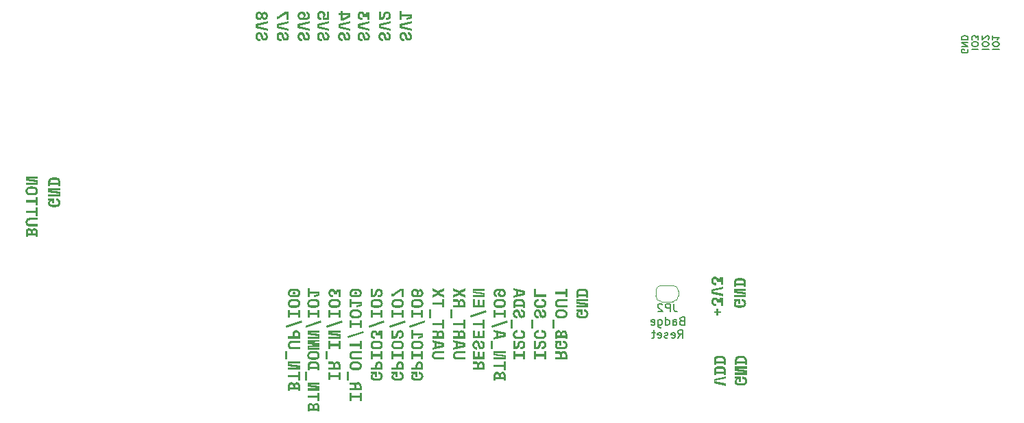
<source format=gbr>
%TF.GenerationSoftware,KiCad,Pcbnew,8.0.8*%
%TF.CreationDate,2025-04-06T01:52:48-03:00*%
%TF.ProjectId,nsec-badge-2025-baseboard,6e736563-2d62-4616-9467-652d32303235,rev?*%
%TF.SameCoordinates,Original*%
%TF.FileFunction,Legend,Bot*%
%TF.FilePolarity,Positive*%
%FSLAX46Y46*%
G04 Gerber Fmt 4.6, Leading zero omitted, Abs format (unit mm)*
G04 Created by KiCad (PCBNEW 8.0.8) date 2025-04-06 01:52:48*
%MOMM*%
%LPD*%
G01*
G04 APERTURE LIST*
G04 Aperture macros list*
%AMFreePoly0*
4,1,19,0.500000,-0.750000,0.000000,-0.750000,0.000000,-0.744911,-0.071157,-0.744911,-0.207708,-0.704816,-0.327430,-0.627875,-0.420627,-0.520320,-0.479746,-0.390866,-0.500000,-0.250000,-0.500000,0.250000,-0.479746,0.390866,-0.420627,0.520320,-0.327430,0.627875,-0.207708,0.704816,-0.071157,0.744911,0.000000,0.744911,0.000000,0.750000,0.500000,0.750000,0.500000,-0.750000,0.500000,-0.750000,
$1*%
%AMFreePoly1*
4,1,19,0.000000,0.744911,0.071157,0.744911,0.207708,0.704816,0.327430,0.627875,0.420627,0.520320,0.479746,0.390866,0.500000,0.250000,0.500000,-0.250000,0.479746,-0.390866,0.420627,-0.520320,0.327430,-0.627875,0.207708,-0.704816,0.071157,-0.744911,0.000000,-0.744911,0.000000,-0.750000,-0.500000,-0.750000,-0.500000,0.750000,0.000000,0.750000,0.000000,0.744911,0.000000,0.744911,
$1*%
G04 Aperture macros list end*
%ADD10C,0.300000*%
%ADD11C,0.150000*%
%ADD12C,0.187500*%
%ADD13C,0.120000*%
%ADD14R,1.700000X1.700000*%
%ADD15O,1.700000X1.700000*%
%ADD16C,1.800000*%
%ADD17C,1.600000*%
%ADD18C,2.500025*%
%ADD19O,1.800000X1.200000*%
%ADD20O,2.000000X1.200000*%
%ADD21C,0.750013*%
%ADD22C,0.700025*%
%ADD23O,1.000000X1.000000*%
%ADD24R,1.000000X1.000000*%
%ADD25FreePoly0,0.000000*%
%ADD26FreePoly1,0.000000*%
%ADD27C,0.900025*%
G04 APERTURE END LIST*
D10*
G36*
X137907874Y-60556559D02*
G01*
X137981284Y-60569742D01*
X138045719Y-60609292D01*
X138062480Y-60625435D01*
X138105177Y-60690290D01*
X138125270Y-60766471D01*
X138128425Y-60818143D01*
X138121291Y-60896616D01*
X138095327Y-60969131D01*
X138085194Y-60985205D01*
X138027235Y-61034677D01*
X137968691Y-61046388D01*
X137900181Y-61031733D01*
X137845592Y-60979709D01*
X137812207Y-60911222D01*
X137802361Y-60882623D01*
X137782740Y-60809581D01*
X137767513Y-60735610D01*
X137766458Y-60729849D01*
X137748786Y-60646610D01*
X137727096Y-60571099D01*
X137696712Y-60492770D01*
X137660859Y-60424959D01*
X137625774Y-60375208D01*
X137570407Y-60321673D01*
X137503225Y-60283434D01*
X137424228Y-60260490D01*
X137345413Y-60252962D01*
X137333415Y-60252843D01*
X137308136Y-60252843D01*
X137233483Y-60258046D01*
X137159005Y-60275427D01*
X137121656Y-60289845D01*
X137053766Y-60328284D01*
X136994992Y-60379484D01*
X136979873Y-60396457D01*
X136936483Y-60457912D01*
X136902163Y-60529163D01*
X136889382Y-60565351D01*
X136870182Y-60643146D01*
X136860366Y-60720795D01*
X136857874Y-60788834D01*
X136861091Y-60867923D01*
X136870741Y-60941564D01*
X136889009Y-61016998D01*
X136898541Y-61045289D01*
X136930179Y-61117026D01*
X136969176Y-61180105D01*
X137011014Y-61229936D01*
X137068648Y-61280168D01*
X137133289Y-61320405D01*
X137180275Y-61341677D01*
X137255563Y-61364896D01*
X137328921Y-61376765D01*
X137392033Y-61379779D01*
X137454682Y-61379779D01*
X137454682Y-61100976D01*
X137403757Y-61100976D01*
X137325668Y-61093463D01*
X137251920Y-61067842D01*
X137190899Y-61024039D01*
X137145637Y-60961015D01*
X137120792Y-60886140D01*
X137111709Y-60804435D01*
X137111398Y-60784437D01*
X137117849Y-60705246D01*
X137142104Y-60631526D01*
X137165987Y-60596859D01*
X137226070Y-60550972D01*
X137296412Y-60535676D01*
X137364922Y-60548499D01*
X137423541Y-60592829D01*
X137461402Y-60656370D01*
X137470802Y-60679291D01*
X137492620Y-60750092D01*
X137506705Y-60818143D01*
X137521145Y-60892965D01*
X137539958Y-60969455D01*
X137556164Y-61023307D01*
X137584373Y-61094627D01*
X137621920Y-61162507D01*
X137637131Y-61184507D01*
X137690084Y-61242054D01*
X137754146Y-61286237D01*
X137763527Y-61291119D01*
X137836266Y-61316915D01*
X137908771Y-61327528D01*
X137948541Y-61328854D01*
X137961363Y-61328854D01*
X138037879Y-61321842D01*
X138109065Y-61300805D01*
X138128425Y-61292218D01*
X138191888Y-61254231D01*
X138247637Y-61205023D01*
X138262148Y-61188903D01*
X138306998Y-61125371D01*
X138339979Y-61057083D01*
X138350442Y-61028436D01*
X138369642Y-60954728D01*
X138379457Y-60881731D01*
X138381950Y-60818143D01*
X138378372Y-60739296D01*
X138367638Y-60666245D01*
X138347567Y-60592583D01*
X138345313Y-60586234D01*
X138314401Y-60514759D01*
X138272541Y-60447792D01*
X138246395Y-60416241D01*
X138192647Y-60366139D01*
X138127731Y-60324626D01*
X138102780Y-60312926D01*
X138030071Y-60289134D01*
X137954277Y-60278666D01*
X137932054Y-60278122D01*
X137856950Y-60278122D01*
X137856950Y-60556559D01*
X137907874Y-60556559D01*
G37*
G36*
X138358502Y-60119852D02*
G01*
X138358502Y-59832623D01*
X137022005Y-59543561D01*
X137022005Y-59505826D01*
X138358502Y-59216398D01*
X138358502Y-58929535D01*
X136881322Y-59262926D01*
X136881322Y-59786461D01*
X138358502Y-60119852D01*
G37*
G36*
X137514399Y-58382919D02*
G01*
X137960264Y-58382919D01*
X138062114Y-58015822D01*
X138104978Y-58015822D01*
X138104978Y-58750016D01*
X138358502Y-58750016D01*
X138358502Y-57787944D01*
X137901280Y-57787944D01*
X137786974Y-58180320D01*
X137748872Y-58180320D01*
X137748872Y-58129762D01*
X137742735Y-58052276D01*
X137725836Y-57980631D01*
X137724326Y-57975889D01*
X137693551Y-57904264D01*
X137649587Y-57841799D01*
X137592893Y-57789134D01*
X137528595Y-57749910D01*
X137523924Y-57747644D01*
X137453409Y-57723100D01*
X137378764Y-57712617D01*
X137347703Y-57711740D01*
X137322424Y-57711740D01*
X137244174Y-57717182D01*
X137170761Y-57733507D01*
X137138509Y-57744713D01*
X137068986Y-57779344D01*
X137007877Y-57826177D01*
X136991964Y-57841799D01*
X136945713Y-57899031D01*
X136908169Y-57966542D01*
X136893778Y-58001168D01*
X136871899Y-58076198D01*
X136860714Y-58151765D01*
X136857874Y-58218422D01*
X136861738Y-58294020D01*
X136874914Y-58371972D01*
X136897442Y-58444469D01*
X136931239Y-58516030D01*
X136973279Y-58579039D01*
X137005885Y-58616293D01*
X137065234Y-58668363D01*
X137131354Y-58709669D01*
X137164155Y-58725104D01*
X137238777Y-58749536D01*
X137316786Y-58761512D01*
X137353931Y-58762839D01*
X137441492Y-58762839D01*
X137441492Y-58484402D01*
X137364190Y-58484402D01*
X137291117Y-58475180D01*
X137220676Y-58444376D01*
X137186503Y-58418823D01*
X137140736Y-58360468D01*
X137117339Y-58290864D01*
X137111398Y-58222452D01*
X137119538Y-58145910D01*
X137149612Y-58074974D01*
X137169284Y-58050627D01*
X137231521Y-58007500D01*
X137303990Y-57991071D01*
X137321325Y-57990543D01*
X137394175Y-58001185D01*
X137459102Y-58043500D01*
X137468237Y-58055023D01*
X137501371Y-58122858D01*
X137513993Y-58200115D01*
X137514399Y-58218422D01*
X137514399Y-58382919D01*
G37*
G36*
X125307874Y-60556559D02*
G01*
X125381284Y-60569742D01*
X125445719Y-60609292D01*
X125462480Y-60625435D01*
X125505177Y-60690290D01*
X125525270Y-60766471D01*
X125528425Y-60818143D01*
X125521291Y-60896616D01*
X125495327Y-60969131D01*
X125485194Y-60985205D01*
X125427235Y-61034677D01*
X125368691Y-61046388D01*
X125300181Y-61031733D01*
X125245592Y-60979709D01*
X125212207Y-60911222D01*
X125202361Y-60882623D01*
X125182740Y-60809581D01*
X125167513Y-60735610D01*
X125166458Y-60729849D01*
X125148786Y-60646610D01*
X125127096Y-60571099D01*
X125096712Y-60492770D01*
X125060859Y-60424959D01*
X125025774Y-60375208D01*
X124970407Y-60321673D01*
X124903225Y-60283434D01*
X124824228Y-60260490D01*
X124745413Y-60252962D01*
X124733415Y-60252843D01*
X124708136Y-60252843D01*
X124633483Y-60258046D01*
X124559005Y-60275427D01*
X124521656Y-60289845D01*
X124453766Y-60328284D01*
X124394992Y-60379484D01*
X124379873Y-60396457D01*
X124336483Y-60457912D01*
X124302163Y-60529163D01*
X124289382Y-60565351D01*
X124270182Y-60643146D01*
X124260366Y-60720795D01*
X124257874Y-60788834D01*
X124261091Y-60867923D01*
X124270741Y-60941564D01*
X124289009Y-61016998D01*
X124298541Y-61045289D01*
X124330179Y-61117026D01*
X124369176Y-61180105D01*
X124411014Y-61229936D01*
X124468648Y-61280168D01*
X124533289Y-61320405D01*
X124580275Y-61341677D01*
X124655563Y-61364896D01*
X124728921Y-61376765D01*
X124792033Y-61379779D01*
X124854682Y-61379779D01*
X124854682Y-61100976D01*
X124803757Y-61100976D01*
X124725668Y-61093463D01*
X124651920Y-61067842D01*
X124590899Y-61024039D01*
X124545637Y-60961015D01*
X124520792Y-60886140D01*
X124511709Y-60804435D01*
X124511398Y-60784437D01*
X124517849Y-60705246D01*
X124542104Y-60631526D01*
X124565987Y-60596859D01*
X124626070Y-60550972D01*
X124696412Y-60535676D01*
X124764922Y-60548499D01*
X124823541Y-60592829D01*
X124861402Y-60656370D01*
X124870802Y-60679291D01*
X124892620Y-60750092D01*
X124906705Y-60818143D01*
X124921145Y-60892965D01*
X124939958Y-60969455D01*
X124956164Y-61023307D01*
X124984373Y-61094627D01*
X125021920Y-61162507D01*
X125037131Y-61184507D01*
X125090084Y-61242054D01*
X125154146Y-61286237D01*
X125163527Y-61291119D01*
X125236266Y-61316915D01*
X125308771Y-61327528D01*
X125348541Y-61328854D01*
X125361363Y-61328854D01*
X125437879Y-61321842D01*
X125509065Y-61300805D01*
X125528425Y-61292218D01*
X125591888Y-61254231D01*
X125647637Y-61205023D01*
X125662148Y-61188903D01*
X125706998Y-61125371D01*
X125739979Y-61057083D01*
X125750442Y-61028436D01*
X125769642Y-60954728D01*
X125779457Y-60881731D01*
X125781950Y-60818143D01*
X125778372Y-60739296D01*
X125767638Y-60666245D01*
X125747567Y-60592583D01*
X125745313Y-60586234D01*
X125714401Y-60514759D01*
X125672541Y-60447792D01*
X125646395Y-60416241D01*
X125592647Y-60366139D01*
X125527731Y-60324626D01*
X125502780Y-60312926D01*
X125430071Y-60289134D01*
X125354277Y-60278666D01*
X125332054Y-60278122D01*
X125256950Y-60278122D01*
X125256950Y-60556559D01*
X125307874Y-60556559D01*
G37*
G36*
X125758502Y-60119852D02*
G01*
X125758502Y-59832623D01*
X124422005Y-59543561D01*
X124422005Y-59505826D01*
X125758502Y-59216398D01*
X125758502Y-58929535D01*
X124281322Y-59262926D01*
X124281322Y-59786461D01*
X125758502Y-60119852D01*
G37*
G36*
X124740668Y-57705759D02*
G01*
X124811817Y-57723830D01*
X124849874Y-57740717D01*
X124911468Y-57782815D01*
X124936105Y-57806678D01*
X124979978Y-57865979D01*
X124994243Y-57892470D01*
X125021744Y-57963066D01*
X125057281Y-57963066D01*
X125065163Y-57943829D01*
X125101611Y-57877703D01*
X125116243Y-57857690D01*
X125168656Y-57805896D01*
X125194587Y-57787914D01*
X125261712Y-57757169D01*
X125308005Y-57745546D01*
X125383712Y-57739217D01*
X125396168Y-57739217D01*
X125413102Y-57739591D01*
X125487614Y-57751211D01*
X125559200Y-57781716D01*
X125572536Y-57789857D01*
X125633324Y-57837808D01*
X125681199Y-57893457D01*
X125696171Y-57915702D01*
X125731714Y-57983221D01*
X125756304Y-58052825D01*
X125765020Y-58086618D01*
X125777717Y-58161692D01*
X125781950Y-58239305D01*
X125781048Y-58275454D01*
X125772909Y-58352012D01*
X125756304Y-58426150D01*
X125749601Y-58448275D01*
X125720098Y-58520754D01*
X125681199Y-58585519D01*
X125674884Y-58594114D01*
X125621952Y-58651827D01*
X125559200Y-58697626D01*
X125545566Y-58705156D01*
X125472273Y-58731694D01*
X125396168Y-58739758D01*
X125383712Y-58739758D01*
X125334785Y-58737234D01*
X125261712Y-58721806D01*
X125232578Y-58710723D01*
X125168656Y-58673446D01*
X125149765Y-58657418D01*
X125101611Y-58601639D01*
X125090098Y-58583386D01*
X125057281Y-58515910D01*
X125021744Y-58515910D01*
X125012515Y-58544030D01*
X124979978Y-58612996D01*
X124961796Y-58641146D01*
X124911468Y-58696527D01*
X124878049Y-58721995D01*
X124811817Y-58755512D01*
X124753363Y-58771290D01*
X124676995Y-58777494D01*
X124664539Y-58777494D01*
X124647588Y-58777162D01*
X124572575Y-58766844D01*
X124499675Y-58739758D01*
X124486038Y-58732337D01*
X124422974Y-58686924D01*
X124371813Y-58632047D01*
X124349391Y-58600173D01*
X124313796Y-58533444D01*
X124287916Y-58463153D01*
X124270812Y-58391908D01*
X124260808Y-58314688D01*
X124257874Y-58239305D01*
X124511398Y-58239305D01*
X124514116Y-58291084D01*
X124531418Y-58367205D01*
X124568185Y-58431646D01*
X124575405Y-58439809D01*
X124637309Y-58484245D01*
X124712899Y-58499057D01*
X124723768Y-58498794D01*
X124797533Y-58480032D01*
X124857612Y-58431646D01*
X124885063Y-58389029D01*
X124907689Y-58318232D01*
X124914399Y-58239305D01*
X125167923Y-58239305D01*
X125168371Y-58256885D01*
X125182295Y-58331517D01*
X125218848Y-58397940D01*
X125272809Y-58443171D01*
X125348174Y-58460955D01*
X125419432Y-58445201D01*
X125477134Y-58397940D01*
X125486301Y-58385776D01*
X125518608Y-58316552D01*
X125528425Y-58239305D01*
X125527975Y-58221793D01*
X125513950Y-58147481D01*
X125477134Y-58081402D01*
X125423436Y-58035908D01*
X125348174Y-58018021D01*
X125276825Y-58033866D01*
X125218848Y-58081402D01*
X125209747Y-58093497D01*
X125177670Y-58162378D01*
X125167923Y-58239305D01*
X124914399Y-58239305D01*
X124911682Y-58187685D01*
X124894380Y-58111839D01*
X124857612Y-58047696D01*
X124850393Y-58039489D01*
X124788488Y-57994811D01*
X124712899Y-57979919D01*
X124702029Y-57980183D01*
X124628265Y-57999047D01*
X124568185Y-58047696D01*
X124540734Y-58090107D01*
X124518108Y-58160629D01*
X124511398Y-58239305D01*
X124257874Y-58239305D01*
X124260808Y-58165008D01*
X124270812Y-58088324D01*
X124287916Y-58016921D01*
X124297859Y-57986303D01*
X124328900Y-57913727D01*
X124370714Y-57846928D01*
X124380865Y-57834157D01*
X124433258Y-57781964D01*
X124498576Y-57739584D01*
X124517518Y-57730654D01*
X124587873Y-57708775D01*
X124664539Y-57701482D01*
X124676995Y-57701482D01*
X124740668Y-57705759D01*
G37*
G36*
X139227239Y-102918038D02*
G01*
X139227239Y-102284960D01*
X138481322Y-102284960D01*
X138481322Y-102538484D01*
X138641423Y-102538484D01*
X138641423Y-102576220D01*
X138574001Y-102610143D01*
X138517367Y-102664512D01*
X138510631Y-102673306D01*
X138476473Y-102743501D01*
X138461171Y-102821409D01*
X138457874Y-102888729D01*
X138463181Y-102962814D01*
X138480906Y-103039120D01*
X138495610Y-103078505D01*
X138532256Y-103146732D01*
X138580874Y-103207341D01*
X138607351Y-103232745D01*
X138668127Y-103277842D01*
X138738898Y-103315314D01*
X138791632Y-103336059D01*
X138863903Y-103356152D01*
X138943330Y-103368803D01*
X139020932Y-103373826D01*
X139048087Y-103374161D01*
X139391737Y-103374161D01*
X139469145Y-103370916D01*
X139549173Y-103359696D01*
X139622904Y-103340462D01*
X139643795Y-103333129D01*
X139715289Y-103300944D01*
X139778643Y-103261313D01*
X139829176Y-103218823D01*
X139880575Y-103160176D01*
X139921568Y-103093595D01*
X139943115Y-103044800D01*
X139965225Y-102972728D01*
X139978157Y-102895548D01*
X139981950Y-102820951D01*
X139977978Y-102744602D01*
X139964436Y-102666733D01*
X139941283Y-102595271D01*
X139906404Y-102524980D01*
X139862767Y-102463036D01*
X139828809Y-102426377D01*
X139771622Y-102378910D01*
X139707222Y-102340923D01*
X139660282Y-102320864D01*
X139585835Y-102298985D01*
X139507577Y-102287204D01*
X139453286Y-102284960D01*
X139428373Y-102284960D01*
X139428373Y-102563764D01*
X139454019Y-102563764D01*
X139532107Y-102570454D01*
X139603211Y-102593268D01*
X139658816Y-102632274D01*
X139703886Y-102697189D01*
X139725095Y-102773533D01*
X139728425Y-102825348D01*
X139718945Y-102901682D01*
X139686977Y-102973501D01*
X139648192Y-103019521D01*
X139579733Y-103062698D01*
X139503564Y-103084693D01*
X139420628Y-103094173D01*
X139373785Y-103095358D01*
X139057612Y-103095358D01*
X138976469Y-103091008D01*
X138890253Y-103073333D01*
X138820943Y-103042064D01*
X138760085Y-102986594D01*
X138723570Y-102911546D01*
X138711736Y-102834052D01*
X138711398Y-102816921D01*
X138719797Y-102738427D01*
X138748116Y-102669089D01*
X138782473Y-102628244D01*
X138848500Y-102586495D01*
X138923616Y-102566849D01*
X138973715Y-102563764D01*
X138973715Y-102918038D01*
X139227239Y-102918038D01*
G37*
G36*
X139542713Y-100999866D02*
G01*
X139616430Y-101007820D01*
X139688858Y-101028331D01*
X139698364Y-101032010D01*
X139765458Y-101066448D01*
X139825146Y-101112961D01*
X139839800Y-101127335D01*
X139885321Y-101184767D01*
X139921866Y-101253279D01*
X139939576Y-101303024D01*
X139954173Y-101376655D01*
X139958502Y-101451482D01*
X139958502Y-102029604D01*
X138481322Y-102029604D01*
X138481322Y-101751168D01*
X139044057Y-101751168D01*
X139044057Y-101478959D01*
X139297581Y-101478959D01*
X139297581Y-101751168D01*
X139704978Y-101751168D01*
X139704978Y-101478959D01*
X139704926Y-101473182D01*
X139691697Y-101395794D01*
X139651855Y-101332413D01*
X139590947Y-101292022D01*
X139514469Y-101278558D01*
X139488091Y-101278558D01*
X139415936Y-101290391D01*
X139350704Y-101332413D01*
X139344271Y-101339254D01*
X139307749Y-101405108D01*
X139297581Y-101478959D01*
X139044057Y-101478959D01*
X139044057Y-101451482D01*
X139045863Y-101403053D01*
X139057360Y-101326641D01*
X139081793Y-101253279D01*
X139091604Y-101232573D01*
X139131896Y-101167227D01*
X139181444Y-101112961D01*
X139189247Y-101106062D01*
X139251882Y-101061159D01*
X139321761Y-101028331D01*
X139331619Y-101024870D01*
X139406280Y-101006033D01*
X139482229Y-100999755D01*
X139532787Y-100999755D01*
X139542713Y-100999866D01*
G37*
G36*
X139958502Y-100744399D02*
G01*
X139958502Y-99757047D01*
X139704978Y-99757047D01*
X139704978Y-100111321D01*
X138734846Y-100111321D01*
X138734846Y-99757047D01*
X138481322Y-99757047D01*
X138481322Y-100744399D01*
X138734846Y-100744399D01*
X138734846Y-100390124D01*
X139704978Y-100390124D01*
X139704978Y-100744399D01*
X139958502Y-100744399D01*
G37*
G36*
X139452479Y-98423178D02*
G01*
X139533320Y-98432363D01*
X139607919Y-98448616D01*
X139689196Y-98477445D01*
X139761483Y-98516450D01*
X139824779Y-98565630D01*
X139852867Y-98593671D01*
X139900755Y-98655607D01*
X139937592Y-98725348D01*
X139963378Y-98802894D01*
X139978112Y-98888245D01*
X139981950Y-98965334D01*
X139980568Y-99012240D01*
X139972126Y-99086097D01*
X139951866Y-99167593D01*
X139920555Y-99241309D01*
X139878193Y-99307246D01*
X139824779Y-99365403D01*
X139772656Y-99407094D01*
X139701868Y-99447794D01*
X139622089Y-99478320D01*
X139548740Y-99495985D01*
X139469147Y-99506584D01*
X139383310Y-99510117D01*
X139056513Y-99510117D01*
X138985433Y-99507856D01*
X138902749Y-99498670D01*
X138826916Y-99482418D01*
X138744961Y-99453589D01*
X138672871Y-99414584D01*
X138610648Y-99365403D01*
X138583346Y-99337297D01*
X138536797Y-99275250D01*
X138500991Y-99205423D01*
X138475927Y-99127817D01*
X138461604Y-99042431D01*
X138457874Y-98965334D01*
X138711398Y-98965334D01*
X138714747Y-99018880D01*
X138735212Y-99092096D01*
X138750349Y-99119057D01*
X138802989Y-99174528D01*
X138835162Y-99193981D01*
X138907403Y-99218858D01*
X138966812Y-99227799D01*
X139040760Y-99231314D01*
X139399064Y-99231314D01*
X139453635Y-99228896D01*
X139528391Y-99216660D01*
X139564526Y-99205855D01*
X139632438Y-99170498D01*
X139658162Y-99148752D01*
X139702414Y-99088066D01*
X139720195Y-99039510D01*
X139728425Y-98965334D01*
X139724768Y-98914690D01*
X139702414Y-98843334D01*
X139684403Y-98813403D01*
X139632438Y-98760902D01*
X139597370Y-98739419D01*
X139528391Y-98714374D01*
X139473884Y-98704356D01*
X139399064Y-98699720D01*
X139040760Y-98699720D01*
X138983579Y-98701836D01*
X138907403Y-98712542D01*
X138871232Y-98722224D01*
X138802989Y-98756872D01*
X138777637Y-98778425D01*
X138735212Y-98838938D01*
X138718119Y-98891891D01*
X138711398Y-98965334D01*
X138457874Y-98965334D01*
X138459217Y-98918430D01*
X138467423Y-98844594D01*
X138487116Y-98763145D01*
X138517551Y-98689501D01*
X138558729Y-98623663D01*
X138610648Y-98565630D01*
X138661816Y-98523940D01*
X138732261Y-98483239D01*
X138812572Y-98452714D01*
X138887034Y-98435049D01*
X138968348Y-98424449D01*
X139056513Y-98420916D01*
X139383310Y-98420916D01*
X139452479Y-98423178D01*
G37*
G36*
X139114399Y-97823743D02*
G01*
X139560264Y-97823743D01*
X139662114Y-97456646D01*
X139704978Y-97456646D01*
X139704978Y-98190840D01*
X139958502Y-98190840D01*
X139958502Y-97228767D01*
X139501280Y-97228767D01*
X139386974Y-97621143D01*
X139348872Y-97621143D01*
X139348872Y-97570585D01*
X139342735Y-97493099D01*
X139325836Y-97421454D01*
X139324326Y-97416712D01*
X139293551Y-97345088D01*
X139249587Y-97282623D01*
X139192893Y-97229958D01*
X139128595Y-97190733D01*
X139123924Y-97188467D01*
X139053409Y-97163923D01*
X138978764Y-97153440D01*
X138947703Y-97152563D01*
X138922424Y-97152563D01*
X138844174Y-97158005D01*
X138770761Y-97174330D01*
X138738509Y-97185536D01*
X138668986Y-97220168D01*
X138607877Y-97267001D01*
X138591964Y-97282623D01*
X138545713Y-97339855D01*
X138508169Y-97407365D01*
X138493778Y-97441991D01*
X138471899Y-97517021D01*
X138460714Y-97592588D01*
X138457874Y-97659245D01*
X138461738Y-97734843D01*
X138474914Y-97812795D01*
X138497442Y-97885292D01*
X138531239Y-97956853D01*
X138573279Y-98019862D01*
X138605885Y-98057117D01*
X138665234Y-98109186D01*
X138731354Y-98150492D01*
X138764155Y-98165927D01*
X138838777Y-98190359D01*
X138916786Y-98202336D01*
X138953931Y-98203662D01*
X139041492Y-98203662D01*
X139041492Y-97925226D01*
X138964190Y-97925226D01*
X138891117Y-97916003D01*
X138820676Y-97885199D01*
X138786503Y-97859646D01*
X138740736Y-97801291D01*
X138717339Y-97731687D01*
X138711398Y-97663275D01*
X138719538Y-97586734D01*
X138749612Y-97515798D01*
X138769284Y-97491450D01*
X138831521Y-97448324D01*
X138903990Y-97431895D01*
X138921325Y-97431367D01*
X138994175Y-97442008D01*
X139059102Y-97484323D01*
X139068237Y-97495847D01*
X139101371Y-97563681D01*
X139113993Y-97640938D01*
X139114399Y-97659245D01*
X139114399Y-97823743D01*
G37*
G36*
X140222285Y-96198917D02*
G01*
X140146447Y-95958216D01*
X138217539Y-96589095D01*
X138293377Y-96831995D01*
X140222285Y-96198917D01*
G37*
G36*
X139958502Y-95603575D02*
G01*
X139958502Y-94616223D01*
X139704978Y-94616223D01*
X139704978Y-94970498D01*
X138734846Y-94970498D01*
X138734846Y-94616223D01*
X138481322Y-94616223D01*
X138481322Y-95603575D01*
X138734846Y-95603575D01*
X138734846Y-95249301D01*
X139704978Y-95249301D01*
X139704978Y-95603575D01*
X139958502Y-95603575D01*
G37*
G36*
X139452479Y-93282354D02*
G01*
X139533320Y-93291540D01*
X139607919Y-93307792D01*
X139689196Y-93336622D01*
X139761483Y-93375627D01*
X139824779Y-93424807D01*
X139852867Y-93452848D01*
X139900755Y-93514783D01*
X139937592Y-93584524D01*
X139963378Y-93662070D01*
X139978112Y-93747422D01*
X139981950Y-93824510D01*
X139980568Y-93871417D01*
X139972126Y-93945273D01*
X139951866Y-94026769D01*
X139920555Y-94100486D01*
X139878193Y-94166423D01*
X139824779Y-94224580D01*
X139772656Y-94266270D01*
X139701868Y-94306971D01*
X139622089Y-94337496D01*
X139548740Y-94355162D01*
X139469147Y-94365761D01*
X139383310Y-94369294D01*
X139056513Y-94369294D01*
X138985433Y-94367033D01*
X138902749Y-94357847D01*
X138826916Y-94341595D01*
X138744961Y-94312765D01*
X138672871Y-94273760D01*
X138610648Y-94224580D01*
X138583346Y-94196474D01*
X138536797Y-94134427D01*
X138500991Y-94064600D01*
X138475927Y-93986994D01*
X138461604Y-93901608D01*
X138457874Y-93824510D01*
X138711398Y-93824510D01*
X138714747Y-93878057D01*
X138735212Y-93951272D01*
X138750349Y-93978233D01*
X138802989Y-94033704D01*
X138835162Y-94053158D01*
X138907403Y-94078034D01*
X138966812Y-94086975D01*
X139040760Y-94090491D01*
X139399064Y-94090491D01*
X139453635Y-94088072D01*
X139528391Y-94075836D01*
X139564526Y-94065031D01*
X139632438Y-94029674D01*
X139658162Y-94007929D01*
X139702414Y-93947242D01*
X139720195Y-93898686D01*
X139728425Y-93824510D01*
X139724768Y-93773866D01*
X139702414Y-93702511D01*
X139684403Y-93672579D01*
X139632438Y-93620079D01*
X139597370Y-93598595D01*
X139528391Y-93573551D01*
X139473884Y-93563533D01*
X139399064Y-93558896D01*
X139040760Y-93558896D01*
X138983579Y-93561012D01*
X138907403Y-93571719D01*
X138871232Y-93581400D01*
X138802989Y-93616049D01*
X138777637Y-93637602D01*
X138735212Y-93698115D01*
X138718119Y-93751067D01*
X138711398Y-93824510D01*
X138457874Y-93824510D01*
X138459217Y-93777607D01*
X138467423Y-93703770D01*
X138487116Y-93622322D01*
X138517551Y-93548678D01*
X138558729Y-93482840D01*
X138610648Y-93424807D01*
X138661816Y-93383117D01*
X138732261Y-93342416D01*
X138812572Y-93311890D01*
X138887034Y-93294225D01*
X138968348Y-93283626D01*
X139056513Y-93280093D01*
X139383310Y-93280093D01*
X139452479Y-93282354D01*
G37*
G36*
X138734846Y-92009908D02*
G01*
X138481322Y-92009908D01*
X138481322Y-93048184D01*
X138774047Y-93048184D01*
X138850160Y-93044072D01*
X138924108Y-93030204D01*
X138973349Y-93013380D01*
X139040889Y-92977246D01*
X139098611Y-92929751D01*
X139113300Y-92914095D01*
X139159452Y-92852696D01*
X139195400Y-92786767D01*
X139207455Y-92759123D01*
X139233834Y-92687733D01*
X139255117Y-92616590D01*
X139270470Y-92554325D01*
X139289457Y-92481827D01*
X139313701Y-92416206D01*
X139350396Y-92352718D01*
X139369022Y-92330843D01*
X139429916Y-92289621D01*
X139436800Y-92287246D01*
X139511991Y-92275625D01*
X139520697Y-92275522D01*
X139597639Y-92289690D01*
X139661540Y-92332194D01*
X139669074Y-92340002D01*
X139709646Y-92405889D01*
X139726339Y-92477433D01*
X139728425Y-92518422D01*
X139719637Y-92595322D01*
X139690005Y-92666179D01*
X139654054Y-92710397D01*
X139590461Y-92754154D01*
X139517956Y-92776524D01*
X139448523Y-92782204D01*
X139354001Y-92782204D01*
X139354001Y-93060641D01*
X139471238Y-93060641D01*
X139546835Y-93055489D01*
X139619753Y-93040033D01*
X139666876Y-93024004D01*
X139733423Y-92991822D01*
X139798190Y-92946957D01*
X139829908Y-92918491D01*
X139878492Y-92862609D01*
X139918729Y-92798278D01*
X139940917Y-92750697D01*
X139964278Y-92679451D01*
X139977942Y-92602232D01*
X139981950Y-92526848D01*
X139978121Y-92447056D01*
X139966637Y-92373920D01*
X139945160Y-92301155D01*
X139942749Y-92294939D01*
X139909896Y-92225113D01*
X139866515Y-92159932D01*
X139839800Y-92129343D01*
X139784680Y-92080790D01*
X139717881Y-92041079D01*
X139692155Y-92030058D01*
X139618014Y-92007518D01*
X139541769Y-91997600D01*
X139519598Y-91997085D01*
X139494319Y-91997085D01*
X139415624Y-92002082D01*
X139343030Y-92017071D01*
X139267536Y-92046437D01*
X139200011Y-92088855D01*
X139184375Y-92101499D01*
X139127222Y-92161949D01*
X139084125Y-92228367D01*
X139052320Y-92295343D01*
X139025255Y-92371593D01*
X139006322Y-92442218D01*
X138987089Y-92517143D01*
X138964447Y-92589319D01*
X138958328Y-92605983D01*
X138925956Y-92675420D01*
X138904472Y-92706367D01*
X138846172Y-92753025D01*
X138839626Y-92755826D01*
X138765673Y-92769328D01*
X138760125Y-92769381D01*
X138734846Y-92769381D01*
X138734846Y-92009908D01*
G37*
G36*
X144227239Y-102918038D02*
G01*
X144227239Y-102284960D01*
X143481322Y-102284960D01*
X143481322Y-102538484D01*
X143641423Y-102538484D01*
X143641423Y-102576220D01*
X143574001Y-102610143D01*
X143517367Y-102664512D01*
X143510631Y-102673306D01*
X143476473Y-102743501D01*
X143461171Y-102821409D01*
X143457874Y-102888729D01*
X143463181Y-102962814D01*
X143480906Y-103039120D01*
X143495610Y-103078505D01*
X143532256Y-103146732D01*
X143580874Y-103207341D01*
X143607351Y-103232745D01*
X143668127Y-103277842D01*
X143738898Y-103315314D01*
X143791632Y-103336059D01*
X143863903Y-103356152D01*
X143943330Y-103368803D01*
X144020932Y-103373826D01*
X144048087Y-103374161D01*
X144391737Y-103374161D01*
X144469145Y-103370916D01*
X144549173Y-103359696D01*
X144622904Y-103340462D01*
X144643795Y-103333129D01*
X144715289Y-103300944D01*
X144778643Y-103261313D01*
X144829176Y-103218823D01*
X144880575Y-103160176D01*
X144921568Y-103093595D01*
X144943115Y-103044800D01*
X144965225Y-102972728D01*
X144978157Y-102895548D01*
X144981950Y-102820951D01*
X144977978Y-102744602D01*
X144964436Y-102666733D01*
X144941283Y-102595271D01*
X144906404Y-102524980D01*
X144862767Y-102463036D01*
X144828809Y-102426377D01*
X144771622Y-102378910D01*
X144707222Y-102340923D01*
X144660282Y-102320864D01*
X144585835Y-102298985D01*
X144507577Y-102287204D01*
X144453286Y-102284960D01*
X144428373Y-102284960D01*
X144428373Y-102563764D01*
X144454019Y-102563764D01*
X144532107Y-102570454D01*
X144603211Y-102593268D01*
X144658816Y-102632274D01*
X144703886Y-102697189D01*
X144725095Y-102773533D01*
X144728425Y-102825348D01*
X144718945Y-102901682D01*
X144686977Y-102973501D01*
X144648192Y-103019521D01*
X144579733Y-103062698D01*
X144503564Y-103084693D01*
X144420628Y-103094173D01*
X144373785Y-103095358D01*
X144057612Y-103095358D01*
X143976469Y-103091008D01*
X143890253Y-103073333D01*
X143820943Y-103042064D01*
X143760085Y-102986594D01*
X143723570Y-102911546D01*
X143711736Y-102834052D01*
X143711398Y-102816921D01*
X143719797Y-102738427D01*
X143748116Y-102669089D01*
X143782473Y-102628244D01*
X143848500Y-102586495D01*
X143923616Y-102566849D01*
X143973715Y-102563764D01*
X143973715Y-102918038D01*
X144227239Y-102918038D01*
G37*
G36*
X144542713Y-100999866D02*
G01*
X144616430Y-101007820D01*
X144688858Y-101028331D01*
X144698364Y-101032010D01*
X144765458Y-101066448D01*
X144825146Y-101112961D01*
X144839800Y-101127335D01*
X144885321Y-101184767D01*
X144921866Y-101253279D01*
X144939576Y-101303024D01*
X144954173Y-101376655D01*
X144958502Y-101451482D01*
X144958502Y-102029604D01*
X143481322Y-102029604D01*
X143481322Y-101751168D01*
X144044057Y-101751168D01*
X144044057Y-101478959D01*
X144297581Y-101478959D01*
X144297581Y-101751168D01*
X144704978Y-101751168D01*
X144704978Y-101478959D01*
X144704926Y-101473182D01*
X144691697Y-101395794D01*
X144651855Y-101332413D01*
X144590947Y-101292022D01*
X144514469Y-101278558D01*
X144488091Y-101278558D01*
X144415936Y-101290391D01*
X144350704Y-101332413D01*
X144344271Y-101339254D01*
X144307749Y-101405108D01*
X144297581Y-101478959D01*
X144044057Y-101478959D01*
X144044057Y-101451482D01*
X144045863Y-101403053D01*
X144057360Y-101326641D01*
X144081793Y-101253279D01*
X144091604Y-101232573D01*
X144131896Y-101167227D01*
X144181444Y-101112961D01*
X144189247Y-101106062D01*
X144251882Y-101061159D01*
X144321761Y-101028331D01*
X144331619Y-101024870D01*
X144406280Y-101006033D01*
X144482229Y-100999755D01*
X144532787Y-100999755D01*
X144542713Y-100999866D01*
G37*
G36*
X144958502Y-100744399D02*
G01*
X144958502Y-99757047D01*
X144704978Y-99757047D01*
X144704978Y-100111321D01*
X143734846Y-100111321D01*
X143734846Y-99757047D01*
X143481322Y-99757047D01*
X143481322Y-100744399D01*
X143734846Y-100744399D01*
X143734846Y-100390124D01*
X144704978Y-100390124D01*
X144704978Y-100744399D01*
X144958502Y-100744399D01*
G37*
G36*
X144452479Y-98423178D02*
G01*
X144533320Y-98432363D01*
X144607919Y-98448616D01*
X144689196Y-98477445D01*
X144761483Y-98516450D01*
X144824779Y-98565630D01*
X144852867Y-98593671D01*
X144900755Y-98655607D01*
X144937592Y-98725348D01*
X144963378Y-98802894D01*
X144978112Y-98888245D01*
X144981950Y-98965334D01*
X144980568Y-99012240D01*
X144972126Y-99086097D01*
X144951866Y-99167593D01*
X144920555Y-99241309D01*
X144878193Y-99307246D01*
X144824779Y-99365403D01*
X144772656Y-99407094D01*
X144701868Y-99447794D01*
X144622089Y-99478320D01*
X144548740Y-99495985D01*
X144469147Y-99506584D01*
X144383310Y-99510117D01*
X144056513Y-99510117D01*
X143985433Y-99507856D01*
X143902749Y-99498670D01*
X143826916Y-99482418D01*
X143744961Y-99453589D01*
X143672871Y-99414584D01*
X143610648Y-99365403D01*
X143583346Y-99337297D01*
X143536797Y-99275250D01*
X143500991Y-99205423D01*
X143475927Y-99127817D01*
X143461604Y-99042431D01*
X143457874Y-98965334D01*
X143711398Y-98965334D01*
X143714747Y-99018880D01*
X143735212Y-99092096D01*
X143750349Y-99119057D01*
X143802989Y-99174528D01*
X143835162Y-99193981D01*
X143907403Y-99218858D01*
X143966812Y-99227799D01*
X144040760Y-99231314D01*
X144399064Y-99231314D01*
X144453635Y-99228896D01*
X144528391Y-99216660D01*
X144564526Y-99205855D01*
X144632438Y-99170498D01*
X144658162Y-99148752D01*
X144702414Y-99088066D01*
X144720195Y-99039510D01*
X144728425Y-98965334D01*
X144724768Y-98914690D01*
X144702414Y-98843334D01*
X144684403Y-98813403D01*
X144632438Y-98760902D01*
X144597370Y-98739419D01*
X144528391Y-98714374D01*
X144473884Y-98704356D01*
X144399064Y-98699720D01*
X144040760Y-98699720D01*
X143983579Y-98701836D01*
X143907403Y-98712542D01*
X143871232Y-98722224D01*
X143802989Y-98756872D01*
X143777637Y-98778425D01*
X143735212Y-98838938D01*
X143718119Y-98891891D01*
X143711398Y-98965334D01*
X143457874Y-98965334D01*
X143459217Y-98918430D01*
X143467423Y-98844594D01*
X143487116Y-98763145D01*
X143517551Y-98689501D01*
X143558729Y-98623663D01*
X143610648Y-98565630D01*
X143661816Y-98523940D01*
X143732261Y-98483239D01*
X143812572Y-98452714D01*
X143887034Y-98435049D01*
X143968348Y-98424449D01*
X144056513Y-98420916D01*
X144383310Y-98420916D01*
X144452479Y-98423178D01*
G37*
G36*
X143734846Y-97768788D02*
G01*
X144817818Y-97768788D01*
X144817818Y-97806890D01*
X144305641Y-97946108D01*
X144305641Y-98212089D01*
X144331287Y-98212089D01*
X144958502Y-98034768D01*
X144958502Y-97490351D01*
X143734846Y-97490351D01*
X143734846Y-97123254D01*
X143481322Y-97123254D01*
X143481322Y-98186810D01*
X143734846Y-98186810D01*
X143734846Y-97768788D01*
G37*
G36*
X145222285Y-96198917D02*
G01*
X145146447Y-95958216D01*
X143217539Y-96589095D01*
X143293377Y-96831995D01*
X145222285Y-96198917D01*
G37*
G36*
X144958502Y-95603575D02*
G01*
X144958502Y-94616223D01*
X144704978Y-94616223D01*
X144704978Y-94970498D01*
X143734846Y-94970498D01*
X143734846Y-94616223D01*
X143481322Y-94616223D01*
X143481322Y-95603575D01*
X143734846Y-95603575D01*
X143734846Y-95249301D01*
X144704978Y-95249301D01*
X144704978Y-95603575D01*
X144958502Y-95603575D01*
G37*
G36*
X144452479Y-93282354D02*
G01*
X144533320Y-93291540D01*
X144607919Y-93307792D01*
X144689196Y-93336622D01*
X144761483Y-93375627D01*
X144824779Y-93424807D01*
X144852867Y-93452848D01*
X144900755Y-93514783D01*
X144937592Y-93584524D01*
X144963378Y-93662070D01*
X144978112Y-93747422D01*
X144981950Y-93824510D01*
X144980568Y-93871417D01*
X144972126Y-93945273D01*
X144951866Y-94026769D01*
X144920555Y-94100486D01*
X144878193Y-94166423D01*
X144824779Y-94224580D01*
X144772656Y-94266270D01*
X144701868Y-94306971D01*
X144622089Y-94337496D01*
X144548740Y-94355162D01*
X144469147Y-94365761D01*
X144383310Y-94369294D01*
X144056513Y-94369294D01*
X143985433Y-94367033D01*
X143902749Y-94357847D01*
X143826916Y-94341595D01*
X143744961Y-94312765D01*
X143672871Y-94273760D01*
X143610648Y-94224580D01*
X143583346Y-94196474D01*
X143536797Y-94134427D01*
X143500991Y-94064600D01*
X143475927Y-93986994D01*
X143461604Y-93901608D01*
X143457874Y-93824510D01*
X143711398Y-93824510D01*
X143714747Y-93878057D01*
X143735212Y-93951272D01*
X143750349Y-93978233D01*
X143802989Y-94033704D01*
X143835162Y-94053158D01*
X143907403Y-94078034D01*
X143966812Y-94086975D01*
X144040760Y-94090491D01*
X144399064Y-94090491D01*
X144453635Y-94088072D01*
X144528391Y-94075836D01*
X144564526Y-94065031D01*
X144632438Y-94029674D01*
X144658162Y-94007929D01*
X144702414Y-93947242D01*
X144720195Y-93898686D01*
X144728425Y-93824510D01*
X144724768Y-93773866D01*
X144702414Y-93702511D01*
X144684403Y-93672579D01*
X144632438Y-93620079D01*
X144597370Y-93598595D01*
X144528391Y-93573551D01*
X144473884Y-93563533D01*
X144399064Y-93558896D01*
X144040760Y-93558896D01*
X143983579Y-93561012D01*
X143907403Y-93571719D01*
X143871232Y-93581400D01*
X143802989Y-93616049D01*
X143777637Y-93637602D01*
X143735212Y-93698115D01*
X143718119Y-93751067D01*
X143711398Y-93824510D01*
X143457874Y-93824510D01*
X143459217Y-93777607D01*
X143467423Y-93703770D01*
X143487116Y-93622322D01*
X143517551Y-93548678D01*
X143558729Y-93482840D01*
X143610648Y-93424807D01*
X143661816Y-93383117D01*
X143732261Y-93342416D01*
X143812572Y-93311890D01*
X143887034Y-93294225D01*
X143968348Y-93283626D01*
X144056513Y-93280093D01*
X144383310Y-93280093D01*
X144452479Y-93282354D01*
G37*
G36*
X144040319Y-92015568D02*
G01*
X144115444Y-92025950D01*
X144189504Y-92048010D01*
X144210707Y-92056831D01*
X144278427Y-92093927D01*
X144336049Y-92140700D01*
X144347139Y-92151946D01*
X144395246Y-92213781D01*
X144429106Y-92279918D01*
X144436748Y-92300143D01*
X144455471Y-92373543D01*
X144461712Y-92451011D01*
X144460192Y-92488195D01*
X144446472Y-92563725D01*
X144418481Y-92632361D01*
X144410203Y-92647015D01*
X144365183Y-92705098D01*
X144305275Y-92748498D01*
X144305275Y-92786234D01*
X144492121Y-92786234D01*
X144530271Y-92783903D01*
X144603210Y-92762856D01*
X144662846Y-92719922D01*
X144688399Y-92688489D01*
X144719203Y-92618113D01*
X144728425Y-92539304D01*
X144727578Y-92511764D01*
X144713123Y-92435305D01*
X144674204Y-92371876D01*
X144619286Y-92333220D01*
X144546342Y-92318020D01*
X144546342Y-92039217D01*
X144583428Y-92040595D01*
X144659009Y-92053037D01*
X144728059Y-92078418D01*
X144748003Y-92088596D01*
X144811676Y-92131613D01*
X144865812Y-92186129D01*
X144886029Y-92212645D01*
X144923382Y-92275751D01*
X144951908Y-92346597D01*
X144965051Y-92393262D01*
X144977725Y-92466524D01*
X144981950Y-92543701D01*
X144979728Y-92595747D01*
X144968068Y-92671155D01*
X144946412Y-92743369D01*
X144932017Y-92777767D01*
X144893492Y-92846995D01*
X144844929Y-92908966D01*
X144810171Y-92942878D01*
X144751335Y-92986961D01*
X144684462Y-93022905D01*
X144629847Y-93043272D01*
X144551889Y-93060059D01*
X144475268Y-93065037D01*
X143941475Y-93065037D01*
X143889268Y-93062473D01*
X143815079Y-93049009D01*
X143745837Y-93024004D01*
X143713327Y-93007449D01*
X143648900Y-92964510D01*
X143592696Y-92911897D01*
X143566157Y-92879752D01*
X143524032Y-92813637D01*
X143493412Y-92745201D01*
X143476233Y-92690107D01*
X143462073Y-92613222D01*
X143457874Y-92539304D01*
X143711398Y-92539304D01*
X143713768Y-92578357D01*
X143735163Y-92653779D01*
X143778809Y-92716625D01*
X143810636Y-92743748D01*
X143881277Y-92776445D01*
X143959793Y-92786234D01*
X144007130Y-92782903D01*
X144078081Y-92761694D01*
X144140411Y-92716625D01*
X144166820Y-92684347D01*
X144198657Y-92614730D01*
X144208188Y-92539304D01*
X144205805Y-92500377D01*
X144184294Y-92425136D01*
X144140411Y-92362350D01*
X144108727Y-92335227D01*
X144038258Y-92302530D01*
X143959793Y-92292741D01*
X143912439Y-92296072D01*
X143841376Y-92317281D01*
X143778809Y-92362350D01*
X143752543Y-92394610D01*
X143720878Y-92464102D01*
X143711398Y-92539304D01*
X143457874Y-92539304D01*
X143460859Y-92473536D01*
X143472615Y-92398111D01*
X143495610Y-92322050D01*
X143513682Y-92280942D01*
X143551188Y-92216834D01*
X143601123Y-92156454D01*
X143632020Y-92127988D01*
X143696005Y-92083124D01*
X143762689Y-92050941D01*
X143816866Y-92033054D01*
X143893519Y-92018310D01*
X143968220Y-92013938D01*
X143993499Y-92013938D01*
X144040319Y-92015568D01*
G37*
D11*
X176914285Y-95976037D02*
X176771428Y-96023656D01*
X176771428Y-96023656D02*
X176723809Y-96071275D01*
X176723809Y-96071275D02*
X176676190Y-96166513D01*
X176676190Y-96166513D02*
X176676190Y-96309370D01*
X176676190Y-96309370D02*
X176723809Y-96404608D01*
X176723809Y-96404608D02*
X176771428Y-96452228D01*
X176771428Y-96452228D02*
X176866666Y-96499847D01*
X176866666Y-96499847D02*
X177247618Y-96499847D01*
X177247618Y-96499847D02*
X177247618Y-95499847D01*
X177247618Y-95499847D02*
X176914285Y-95499847D01*
X176914285Y-95499847D02*
X176819047Y-95547466D01*
X176819047Y-95547466D02*
X176771428Y-95595085D01*
X176771428Y-95595085D02*
X176723809Y-95690323D01*
X176723809Y-95690323D02*
X176723809Y-95785561D01*
X176723809Y-95785561D02*
X176771428Y-95880799D01*
X176771428Y-95880799D02*
X176819047Y-95928418D01*
X176819047Y-95928418D02*
X176914285Y-95976037D01*
X176914285Y-95976037D02*
X177247618Y-95976037D01*
X175819047Y-96499847D02*
X175819047Y-95976037D01*
X175819047Y-95976037D02*
X175866666Y-95880799D01*
X175866666Y-95880799D02*
X175961904Y-95833180D01*
X175961904Y-95833180D02*
X176152380Y-95833180D01*
X176152380Y-95833180D02*
X176247618Y-95880799D01*
X175819047Y-96452228D02*
X175914285Y-96499847D01*
X175914285Y-96499847D02*
X176152380Y-96499847D01*
X176152380Y-96499847D02*
X176247618Y-96452228D01*
X176247618Y-96452228D02*
X176295237Y-96356989D01*
X176295237Y-96356989D02*
X176295237Y-96261751D01*
X176295237Y-96261751D02*
X176247618Y-96166513D01*
X176247618Y-96166513D02*
X176152380Y-96118894D01*
X176152380Y-96118894D02*
X175914285Y-96118894D01*
X175914285Y-96118894D02*
X175819047Y-96071275D01*
X174914285Y-96499847D02*
X174914285Y-95499847D01*
X174914285Y-96452228D02*
X175009523Y-96499847D01*
X175009523Y-96499847D02*
X175199999Y-96499847D01*
X175199999Y-96499847D02*
X175295237Y-96452228D01*
X175295237Y-96452228D02*
X175342856Y-96404608D01*
X175342856Y-96404608D02*
X175390475Y-96309370D01*
X175390475Y-96309370D02*
X175390475Y-96023656D01*
X175390475Y-96023656D02*
X175342856Y-95928418D01*
X175342856Y-95928418D02*
X175295237Y-95880799D01*
X175295237Y-95880799D02*
X175199999Y-95833180D01*
X175199999Y-95833180D02*
X175009523Y-95833180D01*
X175009523Y-95833180D02*
X174914285Y-95880799D01*
X174009523Y-95833180D02*
X174009523Y-96642704D01*
X174009523Y-96642704D02*
X174057142Y-96737942D01*
X174057142Y-96737942D02*
X174104761Y-96785561D01*
X174104761Y-96785561D02*
X174199999Y-96833180D01*
X174199999Y-96833180D02*
X174342856Y-96833180D01*
X174342856Y-96833180D02*
X174438094Y-96785561D01*
X174009523Y-96452228D02*
X174104761Y-96499847D01*
X174104761Y-96499847D02*
X174295237Y-96499847D01*
X174295237Y-96499847D02*
X174390475Y-96452228D01*
X174390475Y-96452228D02*
X174438094Y-96404608D01*
X174438094Y-96404608D02*
X174485713Y-96309370D01*
X174485713Y-96309370D02*
X174485713Y-96023656D01*
X174485713Y-96023656D02*
X174438094Y-95928418D01*
X174438094Y-95928418D02*
X174390475Y-95880799D01*
X174390475Y-95880799D02*
X174295237Y-95833180D01*
X174295237Y-95833180D02*
X174104761Y-95833180D01*
X174104761Y-95833180D02*
X174009523Y-95880799D01*
X173152380Y-96452228D02*
X173247618Y-96499847D01*
X173247618Y-96499847D02*
X173438094Y-96499847D01*
X173438094Y-96499847D02*
X173533332Y-96452228D01*
X173533332Y-96452228D02*
X173580951Y-96356989D01*
X173580951Y-96356989D02*
X173580951Y-95976037D01*
X173580951Y-95976037D02*
X173533332Y-95880799D01*
X173533332Y-95880799D02*
X173438094Y-95833180D01*
X173438094Y-95833180D02*
X173247618Y-95833180D01*
X173247618Y-95833180D02*
X173152380Y-95880799D01*
X173152380Y-95880799D02*
X173104761Y-95976037D01*
X173104761Y-95976037D02*
X173104761Y-96071275D01*
X173104761Y-96071275D02*
X173580951Y-96166513D01*
X176438095Y-98109791D02*
X176771428Y-97633600D01*
X177009523Y-98109791D02*
X177009523Y-97109791D01*
X177009523Y-97109791D02*
X176628571Y-97109791D01*
X176628571Y-97109791D02*
X176533333Y-97157410D01*
X176533333Y-97157410D02*
X176485714Y-97205029D01*
X176485714Y-97205029D02*
X176438095Y-97300267D01*
X176438095Y-97300267D02*
X176438095Y-97443124D01*
X176438095Y-97443124D02*
X176485714Y-97538362D01*
X176485714Y-97538362D02*
X176533333Y-97585981D01*
X176533333Y-97585981D02*
X176628571Y-97633600D01*
X176628571Y-97633600D02*
X177009523Y-97633600D01*
X175628571Y-98062172D02*
X175723809Y-98109791D01*
X175723809Y-98109791D02*
X175914285Y-98109791D01*
X175914285Y-98109791D02*
X176009523Y-98062172D01*
X176009523Y-98062172D02*
X176057142Y-97966933D01*
X176057142Y-97966933D02*
X176057142Y-97585981D01*
X176057142Y-97585981D02*
X176009523Y-97490743D01*
X176009523Y-97490743D02*
X175914285Y-97443124D01*
X175914285Y-97443124D02*
X175723809Y-97443124D01*
X175723809Y-97443124D02*
X175628571Y-97490743D01*
X175628571Y-97490743D02*
X175580952Y-97585981D01*
X175580952Y-97585981D02*
X175580952Y-97681219D01*
X175580952Y-97681219D02*
X176057142Y-97776457D01*
X175199999Y-98062172D02*
X175104761Y-98109791D01*
X175104761Y-98109791D02*
X174914285Y-98109791D01*
X174914285Y-98109791D02*
X174819047Y-98062172D01*
X174819047Y-98062172D02*
X174771428Y-97966933D01*
X174771428Y-97966933D02*
X174771428Y-97919314D01*
X174771428Y-97919314D02*
X174819047Y-97824076D01*
X174819047Y-97824076D02*
X174914285Y-97776457D01*
X174914285Y-97776457D02*
X175057142Y-97776457D01*
X175057142Y-97776457D02*
X175152380Y-97728838D01*
X175152380Y-97728838D02*
X175199999Y-97633600D01*
X175199999Y-97633600D02*
X175199999Y-97585981D01*
X175199999Y-97585981D02*
X175152380Y-97490743D01*
X175152380Y-97490743D02*
X175057142Y-97443124D01*
X175057142Y-97443124D02*
X174914285Y-97443124D01*
X174914285Y-97443124D02*
X174819047Y-97490743D01*
X173961904Y-98062172D02*
X174057142Y-98109791D01*
X174057142Y-98109791D02*
X174247618Y-98109791D01*
X174247618Y-98109791D02*
X174342856Y-98062172D01*
X174342856Y-98062172D02*
X174390475Y-97966933D01*
X174390475Y-97966933D02*
X174390475Y-97585981D01*
X174390475Y-97585981D02*
X174342856Y-97490743D01*
X174342856Y-97490743D02*
X174247618Y-97443124D01*
X174247618Y-97443124D02*
X174057142Y-97443124D01*
X174057142Y-97443124D02*
X173961904Y-97490743D01*
X173961904Y-97490743D02*
X173914285Y-97585981D01*
X173914285Y-97585981D02*
X173914285Y-97681219D01*
X173914285Y-97681219D02*
X174390475Y-97776457D01*
X173628570Y-97443124D02*
X173247618Y-97443124D01*
X173485713Y-97109791D02*
X173485713Y-97966933D01*
X173485713Y-97966933D02*
X173438094Y-98062172D01*
X173438094Y-98062172D02*
X173342856Y-98109791D01*
X173342856Y-98109791D02*
X173247618Y-98109791D01*
D10*
G36*
X135507874Y-60556559D02*
G01*
X135581284Y-60569742D01*
X135645719Y-60609292D01*
X135662480Y-60625435D01*
X135705177Y-60690290D01*
X135725270Y-60766471D01*
X135728425Y-60818143D01*
X135721291Y-60896616D01*
X135695327Y-60969131D01*
X135685194Y-60985205D01*
X135627235Y-61034677D01*
X135568691Y-61046388D01*
X135500181Y-61031733D01*
X135445592Y-60979709D01*
X135412207Y-60911222D01*
X135402361Y-60882623D01*
X135382740Y-60809581D01*
X135367513Y-60735610D01*
X135366458Y-60729849D01*
X135348786Y-60646610D01*
X135327096Y-60571099D01*
X135296712Y-60492770D01*
X135260859Y-60424959D01*
X135225774Y-60375208D01*
X135170407Y-60321673D01*
X135103225Y-60283434D01*
X135024228Y-60260490D01*
X134945413Y-60252962D01*
X134933415Y-60252843D01*
X134908136Y-60252843D01*
X134833483Y-60258046D01*
X134759005Y-60275427D01*
X134721656Y-60289845D01*
X134653766Y-60328284D01*
X134594992Y-60379484D01*
X134579873Y-60396457D01*
X134536483Y-60457912D01*
X134502163Y-60529163D01*
X134489382Y-60565351D01*
X134470182Y-60643146D01*
X134460366Y-60720795D01*
X134457874Y-60788834D01*
X134461091Y-60867923D01*
X134470741Y-60941564D01*
X134489009Y-61016998D01*
X134498541Y-61045289D01*
X134530179Y-61117026D01*
X134569176Y-61180105D01*
X134611014Y-61229936D01*
X134668648Y-61280168D01*
X134733289Y-61320405D01*
X134780275Y-61341677D01*
X134855563Y-61364896D01*
X134928921Y-61376765D01*
X134992033Y-61379779D01*
X135054682Y-61379779D01*
X135054682Y-61100976D01*
X135003757Y-61100976D01*
X134925668Y-61093463D01*
X134851920Y-61067842D01*
X134790899Y-61024039D01*
X134745637Y-60961015D01*
X134720792Y-60886140D01*
X134711709Y-60804435D01*
X134711398Y-60784437D01*
X134717849Y-60705246D01*
X134742104Y-60631526D01*
X134765987Y-60596859D01*
X134826070Y-60550972D01*
X134896412Y-60535676D01*
X134964922Y-60548499D01*
X135023541Y-60592829D01*
X135061402Y-60656370D01*
X135070802Y-60679291D01*
X135092620Y-60750092D01*
X135106705Y-60818143D01*
X135121145Y-60892965D01*
X135139958Y-60969455D01*
X135156164Y-61023307D01*
X135184373Y-61094627D01*
X135221920Y-61162507D01*
X135237131Y-61184507D01*
X135290084Y-61242054D01*
X135354146Y-61286237D01*
X135363527Y-61291119D01*
X135436266Y-61316915D01*
X135508771Y-61327528D01*
X135548541Y-61328854D01*
X135561363Y-61328854D01*
X135637879Y-61321842D01*
X135709065Y-61300805D01*
X135728425Y-61292218D01*
X135791888Y-61254231D01*
X135847637Y-61205023D01*
X135862148Y-61188903D01*
X135906998Y-61125371D01*
X135939979Y-61057083D01*
X135950442Y-61028436D01*
X135969642Y-60954728D01*
X135979457Y-60881731D01*
X135981950Y-60818143D01*
X135978372Y-60739296D01*
X135967638Y-60666245D01*
X135947567Y-60592583D01*
X135945313Y-60586234D01*
X135914401Y-60514759D01*
X135872541Y-60447792D01*
X135846395Y-60416241D01*
X135792647Y-60366139D01*
X135727731Y-60324626D01*
X135702780Y-60312926D01*
X135630071Y-60289134D01*
X135554277Y-60278666D01*
X135532054Y-60278122D01*
X135456950Y-60278122D01*
X135456950Y-60556559D01*
X135507874Y-60556559D01*
G37*
G36*
X135958502Y-60119852D02*
G01*
X135958502Y-59832623D01*
X134622005Y-59543561D01*
X134622005Y-59505826D01*
X135958502Y-59216398D01*
X135958502Y-58929535D01*
X134481322Y-59262926D01*
X134481322Y-59786461D01*
X135958502Y-60119852D01*
G37*
G36*
X135020610Y-57868178D02*
G01*
X135958502Y-57868178D01*
X135958502Y-58395742D01*
X135138945Y-58804971D01*
X134767086Y-58804971D01*
X134767086Y-58564270D01*
X135020610Y-58564270D01*
X135058712Y-58564270D01*
X135817818Y-58184716D01*
X135817818Y-58146614D01*
X135020610Y-58146614D01*
X135020610Y-58564270D01*
X134767086Y-58564270D01*
X134767086Y-58146614D01*
X134481322Y-58146614D01*
X134481322Y-57868178D01*
X134767086Y-57868178D01*
X134767086Y-57652755D01*
X135020610Y-57652755D01*
X135020610Y-57868178D01*
G37*
G36*
X140507874Y-60556559D02*
G01*
X140581284Y-60569742D01*
X140645719Y-60609292D01*
X140662480Y-60625435D01*
X140705177Y-60690290D01*
X140725270Y-60766471D01*
X140728425Y-60818143D01*
X140721291Y-60896616D01*
X140695327Y-60969131D01*
X140685194Y-60985205D01*
X140627235Y-61034677D01*
X140568691Y-61046388D01*
X140500181Y-61031733D01*
X140445592Y-60979709D01*
X140412207Y-60911222D01*
X140402361Y-60882623D01*
X140382740Y-60809581D01*
X140367513Y-60735610D01*
X140366458Y-60729849D01*
X140348786Y-60646610D01*
X140327096Y-60571099D01*
X140296712Y-60492770D01*
X140260859Y-60424959D01*
X140225774Y-60375208D01*
X140170407Y-60321673D01*
X140103225Y-60283434D01*
X140024228Y-60260490D01*
X139945413Y-60252962D01*
X139933415Y-60252843D01*
X139908136Y-60252843D01*
X139833483Y-60258046D01*
X139759005Y-60275427D01*
X139721656Y-60289845D01*
X139653766Y-60328284D01*
X139594992Y-60379484D01*
X139579873Y-60396457D01*
X139536483Y-60457912D01*
X139502163Y-60529163D01*
X139489382Y-60565351D01*
X139470182Y-60643146D01*
X139460366Y-60720795D01*
X139457874Y-60788834D01*
X139461091Y-60867923D01*
X139470741Y-60941564D01*
X139489009Y-61016998D01*
X139498541Y-61045289D01*
X139530179Y-61117026D01*
X139569176Y-61180105D01*
X139611014Y-61229936D01*
X139668648Y-61280168D01*
X139733289Y-61320405D01*
X139780275Y-61341677D01*
X139855563Y-61364896D01*
X139928921Y-61376765D01*
X139992033Y-61379779D01*
X140054682Y-61379779D01*
X140054682Y-61100976D01*
X140003757Y-61100976D01*
X139925668Y-61093463D01*
X139851920Y-61067842D01*
X139790899Y-61024039D01*
X139745637Y-60961015D01*
X139720792Y-60886140D01*
X139711709Y-60804435D01*
X139711398Y-60784437D01*
X139717849Y-60705246D01*
X139742104Y-60631526D01*
X139765987Y-60596859D01*
X139826070Y-60550972D01*
X139896412Y-60535676D01*
X139964922Y-60548499D01*
X140023541Y-60592829D01*
X140061402Y-60656370D01*
X140070802Y-60679291D01*
X140092620Y-60750092D01*
X140106705Y-60818143D01*
X140121145Y-60892965D01*
X140139958Y-60969455D01*
X140156164Y-61023307D01*
X140184373Y-61094627D01*
X140221920Y-61162507D01*
X140237131Y-61184507D01*
X140290084Y-61242054D01*
X140354146Y-61286237D01*
X140363527Y-61291119D01*
X140436266Y-61316915D01*
X140508771Y-61327528D01*
X140548541Y-61328854D01*
X140561363Y-61328854D01*
X140637879Y-61321842D01*
X140709065Y-61300805D01*
X140728425Y-61292218D01*
X140791888Y-61254231D01*
X140847637Y-61205023D01*
X140862148Y-61188903D01*
X140906998Y-61125371D01*
X140939979Y-61057083D01*
X140950442Y-61028436D01*
X140969642Y-60954728D01*
X140979457Y-60881731D01*
X140981950Y-60818143D01*
X140978372Y-60739296D01*
X140967638Y-60666245D01*
X140947567Y-60592583D01*
X140945313Y-60586234D01*
X140914401Y-60514759D01*
X140872541Y-60447792D01*
X140846395Y-60416241D01*
X140792647Y-60366139D01*
X140727731Y-60324626D01*
X140702780Y-60312926D01*
X140630071Y-60289134D01*
X140554277Y-60278666D01*
X140532054Y-60278122D01*
X140456950Y-60278122D01*
X140456950Y-60556559D01*
X140507874Y-60556559D01*
G37*
G36*
X140958502Y-60119852D02*
G01*
X140958502Y-59832623D01*
X139622005Y-59543561D01*
X139622005Y-59505826D01*
X140958502Y-59216398D01*
X140958502Y-58929535D01*
X139481322Y-59262926D01*
X139481322Y-59786461D01*
X140958502Y-60119852D01*
G37*
G36*
X139734846Y-57709908D02*
G01*
X139481322Y-57709908D01*
X139481322Y-58748185D01*
X139774047Y-58748185D01*
X139850160Y-58744072D01*
X139924108Y-58730204D01*
X139973349Y-58713380D01*
X140040889Y-58677246D01*
X140098611Y-58629752D01*
X140113300Y-58614095D01*
X140159452Y-58552696D01*
X140195400Y-58486767D01*
X140207455Y-58459123D01*
X140233834Y-58387734D01*
X140255117Y-58316591D01*
X140270470Y-58254326D01*
X140289457Y-58181827D01*
X140313701Y-58116206D01*
X140350396Y-58052718D01*
X140369022Y-58030843D01*
X140429916Y-57989621D01*
X140436800Y-57987246D01*
X140511991Y-57975625D01*
X140520697Y-57975522D01*
X140597639Y-57989690D01*
X140661540Y-58032194D01*
X140669074Y-58040002D01*
X140709646Y-58105889D01*
X140726339Y-58177433D01*
X140728425Y-58218422D01*
X140719637Y-58295323D01*
X140690005Y-58366180D01*
X140654054Y-58410397D01*
X140590461Y-58454154D01*
X140517956Y-58476524D01*
X140448523Y-58482204D01*
X140354001Y-58482204D01*
X140354001Y-58760641D01*
X140471238Y-58760641D01*
X140546835Y-58755489D01*
X140619753Y-58740033D01*
X140666876Y-58724004D01*
X140733423Y-58691822D01*
X140798190Y-58646957D01*
X140829908Y-58618492D01*
X140878492Y-58562610D01*
X140918729Y-58498278D01*
X140940917Y-58450697D01*
X140964278Y-58379451D01*
X140977942Y-58302232D01*
X140981950Y-58226848D01*
X140978121Y-58147057D01*
X140966637Y-58073920D01*
X140945160Y-58001155D01*
X140942749Y-57994940D01*
X140909896Y-57925113D01*
X140866515Y-57859932D01*
X140839800Y-57829343D01*
X140784680Y-57780790D01*
X140717881Y-57741080D01*
X140692155Y-57730058D01*
X140618014Y-57707518D01*
X140541769Y-57697601D01*
X140519598Y-57697085D01*
X140494319Y-57697085D01*
X140415624Y-57702082D01*
X140343030Y-57717071D01*
X140267536Y-57746437D01*
X140200011Y-57788855D01*
X140184375Y-57801499D01*
X140127222Y-57861949D01*
X140084125Y-57928367D01*
X140052320Y-57995343D01*
X140025255Y-58071593D01*
X140006322Y-58142218D01*
X139987089Y-58217143D01*
X139964447Y-58289319D01*
X139958328Y-58305983D01*
X139925956Y-58375420D01*
X139904472Y-58406367D01*
X139846172Y-58453026D01*
X139839626Y-58455826D01*
X139765673Y-58469328D01*
X139760125Y-58469381D01*
X139734846Y-58469381D01*
X139734846Y-57709908D01*
G37*
G36*
X160158502Y-100744399D02*
G01*
X160158502Y-99757048D01*
X159904978Y-99757048D01*
X159904978Y-100111322D01*
X158934846Y-100111322D01*
X158934846Y-99757048D01*
X158681322Y-99757048D01*
X158681322Y-100744399D01*
X158934846Y-100744399D01*
X158934846Y-100390125D01*
X159904978Y-100390125D01*
X159904978Y-100744399D01*
X160158502Y-100744399D01*
G37*
G36*
X158934846Y-98435938D02*
G01*
X158681322Y-98435938D01*
X158681322Y-99474214D01*
X158974047Y-99474214D01*
X159050160Y-99470102D01*
X159124108Y-99456234D01*
X159173349Y-99439410D01*
X159240889Y-99403276D01*
X159298611Y-99355781D01*
X159313300Y-99340125D01*
X159359452Y-99278726D01*
X159395400Y-99212797D01*
X159407455Y-99185153D01*
X159433834Y-99113763D01*
X159455117Y-99042620D01*
X159470470Y-98980355D01*
X159489457Y-98907857D01*
X159513701Y-98842236D01*
X159550396Y-98778748D01*
X159569022Y-98756873D01*
X159629916Y-98715651D01*
X159636800Y-98713276D01*
X159711991Y-98701655D01*
X159720697Y-98701552D01*
X159797639Y-98715720D01*
X159861540Y-98758224D01*
X159869074Y-98766032D01*
X159909646Y-98831919D01*
X159926339Y-98903463D01*
X159928425Y-98944452D01*
X159919637Y-99021352D01*
X159890005Y-99092210D01*
X159854054Y-99136427D01*
X159790461Y-99180184D01*
X159717956Y-99202554D01*
X159648523Y-99208234D01*
X159554001Y-99208234D01*
X159554001Y-99486671D01*
X159671238Y-99486671D01*
X159746835Y-99481519D01*
X159819753Y-99466063D01*
X159866876Y-99450034D01*
X159933423Y-99417852D01*
X159998190Y-99372987D01*
X160029908Y-99344521D01*
X160078492Y-99288639D01*
X160118729Y-99224308D01*
X160140917Y-99176727D01*
X160164278Y-99105481D01*
X160177942Y-99028262D01*
X160181950Y-98952878D01*
X160178121Y-98873086D01*
X160166637Y-98799950D01*
X160145160Y-98727185D01*
X160142749Y-98720969D01*
X160109896Y-98651143D01*
X160066515Y-98585962D01*
X160039800Y-98555373D01*
X159984680Y-98506820D01*
X159917881Y-98467109D01*
X159892155Y-98456088D01*
X159818014Y-98433548D01*
X159741769Y-98423631D01*
X159719598Y-98423115D01*
X159694319Y-98423115D01*
X159615624Y-98428112D01*
X159543030Y-98443101D01*
X159467536Y-98472467D01*
X159400011Y-98514885D01*
X159384375Y-98527529D01*
X159327222Y-98587979D01*
X159284125Y-98654397D01*
X159252320Y-98721373D01*
X159225255Y-98797623D01*
X159206322Y-98868248D01*
X159187089Y-98943173D01*
X159164447Y-99015349D01*
X159158328Y-99032013D01*
X159125956Y-99101450D01*
X159104472Y-99132397D01*
X159046172Y-99179055D01*
X159039626Y-99181856D01*
X158965673Y-99195358D01*
X158960125Y-99195411D01*
X158934846Y-99195411D01*
X158934846Y-98435938D01*
G37*
G36*
X158911398Y-97676099D02*
G01*
X158917352Y-97603009D01*
X158935212Y-97544207D01*
X158978488Y-97481874D01*
X159000058Y-97463974D01*
X159068065Y-97431413D01*
X159093848Y-97425139D01*
X159168607Y-97415552D01*
X159203391Y-97414514D01*
X159241126Y-97414514D01*
X159241126Y-97135711D01*
X159203391Y-97135711D01*
X159124359Y-97139092D01*
X159051213Y-97149235D01*
X158971207Y-97170333D01*
X158899676Y-97201167D01*
X158836620Y-97241739D01*
X158799291Y-97274197D01*
X158751231Y-97330410D01*
X158713115Y-97395458D01*
X158684942Y-97469342D01*
X158666713Y-97552061D01*
X158659117Y-97627744D01*
X158657874Y-97676099D01*
X158661604Y-97752643D01*
X158675927Y-97837720D01*
X158700991Y-97915403D01*
X158736797Y-97985694D01*
X158783346Y-98048591D01*
X158810648Y-98077267D01*
X158872871Y-98127444D01*
X158944961Y-98167238D01*
X159026916Y-98196652D01*
X159102749Y-98213233D01*
X159185433Y-98222605D01*
X159256513Y-98224912D01*
X159583310Y-98224912D01*
X159659978Y-98221898D01*
X159739863Y-98211480D01*
X159814166Y-98193620D01*
X159835369Y-98186810D01*
X159908200Y-98156633D01*
X159972547Y-98118489D01*
X160023680Y-98076901D01*
X160076059Y-98018924D01*
X160118340Y-97952704D01*
X160140917Y-97903977D01*
X160164278Y-97831429D01*
X160177942Y-97752820D01*
X160181950Y-97676099D01*
X160178264Y-97597252D01*
X160167209Y-97524200D01*
X160146536Y-97450539D01*
X160144214Y-97444190D01*
X160111173Y-97372715D01*
X160068651Y-97310513D01*
X160035037Y-97274197D01*
X159977558Y-97227331D01*
X159911733Y-97190048D01*
X159863213Y-97170516D01*
X159791212Y-97150700D01*
X159713237Y-97139110D01*
X159637166Y-97135711D01*
X159599430Y-97135711D01*
X159599430Y-97414514D01*
X159636800Y-97414514D01*
X159711584Y-97421139D01*
X159740847Y-97427337D01*
X159810480Y-97454139D01*
X159834636Y-97469469D01*
X159886536Y-97522768D01*
X159902414Y-97549703D01*
X159924768Y-97622775D01*
X159928425Y-97676099D01*
X159919255Y-97752043D01*
X159902414Y-97796266D01*
X159857643Y-97857991D01*
X159831339Y-97880896D01*
X159766364Y-97917403D01*
X159727291Y-97930355D01*
X159655004Y-97943509D01*
X159603460Y-97946109D01*
X159236363Y-97946109D01*
X159160410Y-97941472D01*
X159106304Y-97931454D01*
X159035033Y-97904962D01*
X159002989Y-97885293D01*
X158952221Y-97832115D01*
X158935212Y-97801762D01*
X158914747Y-97728460D01*
X158911398Y-97676099D01*
G37*
G36*
X158583136Y-96912229D02*
G01*
X158583136Y-95877983D01*
X158329612Y-95877983D01*
X158329612Y-96912229D01*
X158583136Y-96912229D01*
G37*
G36*
X159707874Y-94856559D02*
G01*
X159781284Y-94869743D01*
X159845719Y-94909293D01*
X159862480Y-94925436D01*
X159905177Y-94990291D01*
X159925270Y-95066472D01*
X159928425Y-95118143D01*
X159921291Y-95196617D01*
X159895327Y-95269131D01*
X159885194Y-95285205D01*
X159827235Y-95334677D01*
X159768691Y-95346388D01*
X159700181Y-95331734D01*
X159645592Y-95279710D01*
X159612207Y-95211223D01*
X159602361Y-95182623D01*
X159582740Y-95109582D01*
X159567513Y-95035611D01*
X159566458Y-95029849D01*
X159548786Y-94946610D01*
X159527096Y-94871099D01*
X159496712Y-94792770D01*
X159460859Y-94724960D01*
X159425774Y-94675209D01*
X159370407Y-94621674D01*
X159303225Y-94583435D01*
X159224228Y-94560491D01*
X159145413Y-94552963D01*
X159133415Y-94552843D01*
X159108136Y-94552843D01*
X159033483Y-94558047D01*
X158959005Y-94575428D01*
X158921656Y-94589846D01*
X158853766Y-94628284D01*
X158794992Y-94679485D01*
X158779873Y-94696458D01*
X158736483Y-94757913D01*
X158702163Y-94829163D01*
X158689382Y-94865352D01*
X158670182Y-94943147D01*
X158660366Y-95020796D01*
X158657874Y-95088834D01*
X158661091Y-95167924D01*
X158670741Y-95241565D01*
X158689009Y-95316999D01*
X158698541Y-95345289D01*
X158730179Y-95417026D01*
X158769176Y-95480105D01*
X158811014Y-95529937D01*
X158868648Y-95580169D01*
X158933289Y-95620406D01*
X158980275Y-95641678D01*
X159055563Y-95664896D01*
X159128921Y-95676766D01*
X159192033Y-95679780D01*
X159254682Y-95679780D01*
X159254682Y-95400976D01*
X159203757Y-95400976D01*
X159125668Y-95393463D01*
X159051920Y-95367843D01*
X158990899Y-95324040D01*
X158945637Y-95261016D01*
X158920792Y-95186140D01*
X158911709Y-95104436D01*
X158911398Y-95084438D01*
X158917849Y-95005246D01*
X158942104Y-94931526D01*
X158965987Y-94896859D01*
X159026070Y-94850972D01*
X159096412Y-94835676D01*
X159164922Y-94848499D01*
X159223541Y-94892829D01*
X159261402Y-94956370D01*
X159270802Y-94979291D01*
X159292620Y-95050092D01*
X159306705Y-95118143D01*
X159321145Y-95192966D01*
X159339958Y-95269456D01*
X159356164Y-95323307D01*
X159384373Y-95394627D01*
X159421920Y-95462508D01*
X159437131Y-95484507D01*
X159490084Y-95542054D01*
X159554146Y-95586238D01*
X159563527Y-95591119D01*
X159636266Y-95616915D01*
X159708771Y-95627528D01*
X159748541Y-95628855D01*
X159761363Y-95628855D01*
X159837879Y-95621843D01*
X159909065Y-95600805D01*
X159928425Y-95592219D01*
X159991888Y-95554231D01*
X160047637Y-95505024D01*
X160062148Y-95488904D01*
X160106998Y-95425371D01*
X160139979Y-95357084D01*
X160150442Y-95328436D01*
X160169642Y-95254728D01*
X160179457Y-95181732D01*
X160181950Y-95118143D01*
X160178372Y-95039296D01*
X160167638Y-94966245D01*
X160147567Y-94892583D01*
X160145313Y-94886235D01*
X160114401Y-94814759D01*
X160072541Y-94747793D01*
X160046395Y-94716242D01*
X159992647Y-94666140D01*
X159927731Y-94624626D01*
X159902780Y-94612927D01*
X159830071Y-94589135D01*
X159754277Y-94578666D01*
X159732054Y-94578122D01*
X159656950Y-94578122D01*
X159656950Y-94856559D01*
X159707874Y-94856559D01*
G37*
G36*
X158911398Y-93820481D02*
G01*
X158917352Y-93747391D01*
X158935212Y-93688590D01*
X158978488Y-93626256D01*
X159000058Y-93608356D01*
X159068065Y-93575795D01*
X159093848Y-93569521D01*
X159168607Y-93559934D01*
X159203391Y-93558897D01*
X159241126Y-93558897D01*
X159241126Y-93280094D01*
X159203391Y-93280094D01*
X159124359Y-93283475D01*
X159051213Y-93293618D01*
X158971207Y-93314715D01*
X158899676Y-93345550D01*
X158836620Y-93386122D01*
X158799291Y-93418579D01*
X158751231Y-93474792D01*
X158713115Y-93539840D01*
X158684942Y-93613724D01*
X158666713Y-93696444D01*
X158659117Y-93772126D01*
X158657874Y-93820481D01*
X158661604Y-93897026D01*
X158675927Y-93982102D01*
X158700991Y-94059786D01*
X158736797Y-94130076D01*
X158783346Y-94192974D01*
X158810648Y-94221650D01*
X158872871Y-94271826D01*
X158944961Y-94311621D01*
X159026916Y-94341035D01*
X159102749Y-94357616D01*
X159185433Y-94366988D01*
X159256513Y-94369295D01*
X159583310Y-94369295D01*
X159659978Y-94366281D01*
X159739863Y-94355862D01*
X159814166Y-94338002D01*
X159835369Y-94331193D01*
X159908200Y-94301015D01*
X159972547Y-94262872D01*
X160023680Y-94221283D01*
X160076059Y-94163306D01*
X160118340Y-94097086D01*
X160140917Y-94048360D01*
X160164278Y-93975812D01*
X160177942Y-93897203D01*
X160181950Y-93820481D01*
X160178264Y-93741634D01*
X160167209Y-93668583D01*
X160146536Y-93594921D01*
X160144214Y-93588572D01*
X160111173Y-93517097D01*
X160068651Y-93454895D01*
X160035037Y-93418579D01*
X159977558Y-93371713D01*
X159911733Y-93334430D01*
X159863213Y-93314898D01*
X159791212Y-93295083D01*
X159713237Y-93283493D01*
X159637166Y-93280094D01*
X159599430Y-93280094D01*
X159599430Y-93558897D01*
X159636800Y-93558897D01*
X159711584Y-93565521D01*
X159740847Y-93571720D01*
X159810480Y-93598521D01*
X159834636Y-93613852D01*
X159886536Y-93667150D01*
X159902414Y-93694085D01*
X159924768Y-93767158D01*
X159928425Y-93820481D01*
X159919255Y-93896426D01*
X159902414Y-93940648D01*
X159857643Y-94002374D01*
X159831339Y-94025279D01*
X159766364Y-94061786D01*
X159727291Y-94074738D01*
X159655004Y-94087891D01*
X159603460Y-94090491D01*
X159236363Y-94090491D01*
X159160410Y-94085855D01*
X159106304Y-94075837D01*
X159035033Y-94049345D01*
X159002989Y-94029675D01*
X158952221Y-93976498D01*
X158935212Y-93946144D01*
X158914747Y-93872842D01*
X158911398Y-93820481D01*
G37*
G36*
X160158502Y-93012281D02*
G01*
X160158502Y-92733478D01*
X158934846Y-92733478D01*
X158934846Y-92062665D01*
X158681322Y-92062665D01*
X158681322Y-93012281D01*
X160158502Y-93012281D01*
G37*
G36*
X184227243Y-103526186D02*
G01*
X184227243Y-102893108D01*
X183481326Y-102893108D01*
X183481326Y-103146632D01*
X183641427Y-103146632D01*
X183641427Y-103184368D01*
X183574005Y-103218291D01*
X183517371Y-103272660D01*
X183510635Y-103281454D01*
X183476477Y-103351649D01*
X183461175Y-103429557D01*
X183457878Y-103496877D01*
X183463185Y-103570962D01*
X183480910Y-103647268D01*
X183495614Y-103686653D01*
X183532260Y-103754880D01*
X183580878Y-103815489D01*
X183607355Y-103840893D01*
X183668131Y-103885990D01*
X183738902Y-103923462D01*
X183791636Y-103944207D01*
X183863907Y-103964300D01*
X183943334Y-103976951D01*
X184020936Y-103981974D01*
X184048091Y-103982309D01*
X184391741Y-103982309D01*
X184469149Y-103979064D01*
X184549177Y-103967844D01*
X184622908Y-103948610D01*
X184643799Y-103941277D01*
X184715293Y-103909092D01*
X184778647Y-103869461D01*
X184829180Y-103826971D01*
X184880579Y-103768324D01*
X184921572Y-103701743D01*
X184943119Y-103652948D01*
X184965229Y-103580876D01*
X184978161Y-103503696D01*
X184981954Y-103429099D01*
X184977982Y-103352750D01*
X184964440Y-103274881D01*
X184941287Y-103203419D01*
X184906408Y-103133128D01*
X184862771Y-103071184D01*
X184828813Y-103034525D01*
X184771626Y-102987058D01*
X184707226Y-102949071D01*
X184660286Y-102929012D01*
X184585839Y-102907133D01*
X184507581Y-102895352D01*
X184453290Y-102893108D01*
X184428377Y-102893108D01*
X184428377Y-103171912D01*
X184454023Y-103171912D01*
X184532111Y-103178602D01*
X184603215Y-103201416D01*
X184658820Y-103240422D01*
X184703890Y-103305337D01*
X184725099Y-103381681D01*
X184728429Y-103433496D01*
X184718949Y-103509830D01*
X184686981Y-103581649D01*
X184648196Y-103627669D01*
X184579737Y-103670846D01*
X184503568Y-103692841D01*
X184420632Y-103702321D01*
X184373789Y-103703506D01*
X184057616Y-103703506D01*
X183976473Y-103699156D01*
X183890257Y-103681481D01*
X183820947Y-103650212D01*
X183760089Y-103594742D01*
X183723574Y-103519694D01*
X183711740Y-103442200D01*
X183711402Y-103425069D01*
X183719801Y-103346575D01*
X183748120Y-103277237D01*
X183782477Y-103236392D01*
X183848504Y-103194643D01*
X183923620Y-103174997D01*
X183973719Y-103171912D01*
X183973719Y-103526186D01*
X184227243Y-103526186D01*
G37*
G36*
X183622009Y-101943492D02*
G01*
X183622009Y-101905757D01*
X184958506Y-101905757D01*
X184958506Y-101626953D01*
X183481326Y-101626953D01*
X183481326Y-102171371D01*
X184817822Y-102344661D01*
X184817822Y-102382397D01*
X183481326Y-102382397D01*
X183481326Y-102661200D01*
X184958506Y-102661200D01*
X184958506Y-102116782D01*
X183622009Y-101943492D01*
G37*
G36*
X184451939Y-100331253D02*
G01*
X184530835Y-100335798D01*
X184616465Y-100349825D01*
X184692230Y-100373202D01*
X184768152Y-100412294D01*
X184830645Y-100464113D01*
X184853495Y-100490292D01*
X184898072Y-100561042D01*
X184926541Y-100632458D01*
X184946020Y-100713816D01*
X184955385Y-100789211D01*
X184958506Y-100871510D01*
X184958506Y-101407501D01*
X184704982Y-101407501D01*
X184704982Y-101268283D01*
X183739246Y-101268283D01*
X183739246Y-101407501D01*
X183481326Y-101407501D01*
X183481326Y-100871510D01*
X183739246Y-100871510D01*
X183739246Y-100989846D01*
X184704982Y-100989846D01*
X184704982Y-100871510D01*
X184700792Y-100804260D01*
X184681346Y-100729661D01*
X184637938Y-100668178D01*
X184590146Y-100637459D01*
X184516644Y-100615615D01*
X184441933Y-100609926D01*
X184027941Y-100609926D01*
X183958492Y-100613567D01*
X183879077Y-100630462D01*
X183809222Y-100668178D01*
X183766580Y-100723906D01*
X183744781Y-100796623D01*
X183739246Y-100871510D01*
X183481326Y-100871510D01*
X183481824Y-100837762D01*
X183487426Y-100758224D01*
X183502367Y-100671894D01*
X183526272Y-100595507D01*
X183559142Y-100529063D01*
X183608820Y-100464113D01*
X183634024Y-100440346D01*
X183702401Y-100393982D01*
X183771669Y-100364371D01*
X183850778Y-100344110D01*
X183924219Y-100334370D01*
X184004494Y-100331123D01*
X184435338Y-100331123D01*
X184451939Y-100331253D01*
G37*
G36*
X154159567Y-102290553D02*
G01*
X154231057Y-102312581D01*
X154295714Y-102355669D01*
X154335253Y-102398369D01*
X154376340Y-102464409D01*
X154402326Y-102534088D01*
X154438230Y-102534088D01*
X154455976Y-102482545D01*
X154493500Y-102413903D01*
X154544109Y-102355669D01*
X154602517Y-102315412D01*
X154672959Y-102291865D01*
X154747442Y-102284960D01*
X154773087Y-102284960D01*
X154778228Y-102284988D01*
X154852680Y-102292104D01*
X154926594Y-102313537D01*
X154992539Y-102348983D01*
X155048227Y-102398167D01*
X155051389Y-102401672D01*
X155096337Y-102464573D01*
X155128827Y-102535187D01*
X155140390Y-102571927D01*
X155154329Y-102646299D01*
X155158502Y-102722033D01*
X155158502Y-103369765D01*
X154904978Y-103369765D01*
X154904978Y-103230547D01*
X153934846Y-103230547D01*
X153934846Y-103369765D01*
X153681322Y-103369765D01*
X153681322Y-102749510D01*
X153934846Y-102749510D01*
X153934846Y-102952110D01*
X154295348Y-102952110D01*
X154295348Y-102749510D01*
X154548872Y-102749510D01*
X154548872Y-102952110D01*
X154904978Y-102952110D01*
X154904978Y-102749510D01*
X154896365Y-102673797D01*
X154865777Y-102605895D01*
X154809109Y-102563016D01*
X154733520Y-102550941D01*
X154720331Y-102550941D01*
X154648964Y-102561459D01*
X154587707Y-102605895D01*
X154557405Y-102673797D01*
X154548872Y-102749510D01*
X154295348Y-102749510D01*
X154286493Y-102673797D01*
X154255048Y-102605895D01*
X154197522Y-102563016D01*
X154121691Y-102550941D01*
X154108502Y-102550941D01*
X154036925Y-102561459D01*
X153974779Y-102605895D01*
X153943620Y-102673797D01*
X153934846Y-102749510D01*
X153681322Y-102749510D01*
X153681322Y-102722033D01*
X153682037Y-102689650D01*
X153690595Y-102610982D01*
X153710631Y-102535187D01*
X153712507Y-102530129D01*
X153745802Y-102460266D01*
X153791964Y-102398167D01*
X153848384Y-102348983D01*
X153914329Y-102313537D01*
X153918760Y-102311779D01*
X153992662Y-102291239D01*
X154067103Y-102284960D01*
X154092382Y-102284960D01*
X154159567Y-102290553D01*
G37*
G36*
X155158502Y-102067706D02*
G01*
X155158502Y-101004151D01*
X154904978Y-101004151D01*
X154904978Y-101396527D01*
X153681322Y-101396527D01*
X153681322Y-101675330D01*
X154904978Y-101675330D01*
X154904978Y-102067706D01*
X155158502Y-102067706D01*
G37*
G36*
X153822005Y-100050138D02*
G01*
X153822005Y-100012403D01*
X155158502Y-100012403D01*
X155158502Y-99733600D01*
X153681322Y-99733600D01*
X153681322Y-100278017D01*
X155017818Y-100451307D01*
X155017818Y-100489043D01*
X153681322Y-100489043D01*
X153681322Y-100767846D01*
X155158502Y-100767846D01*
X155158502Y-100223429D01*
X153822005Y-100050138D01*
G37*
G36*
X153583136Y-99482640D02*
G01*
X153583136Y-98448394D01*
X153329612Y-98448394D01*
X153329612Y-99482640D01*
X153583136Y-99482640D01*
G37*
G36*
X155158502Y-97418544D02*
G01*
X155158502Y-97942078D01*
X153681322Y-98294521D01*
X153681322Y-98003261D01*
X154009584Y-97931454D01*
X154009584Y-97872469D01*
X154263108Y-97872469D01*
X155017818Y-97699179D01*
X155017818Y-97661443D01*
X154263108Y-97490351D01*
X154263108Y-97872469D01*
X154009584Y-97872469D01*
X154009584Y-97429168D01*
X153681322Y-97357361D01*
X153681322Y-97066101D01*
X155158502Y-97418544D01*
G37*
G36*
X155422285Y-96198917D02*
G01*
X155346447Y-95958216D01*
X153417539Y-96589095D01*
X153493377Y-96831995D01*
X155422285Y-96198917D01*
G37*
G36*
X155158502Y-95603575D02*
G01*
X155158502Y-94616223D01*
X154904978Y-94616223D01*
X154904978Y-94970498D01*
X153934846Y-94970498D01*
X153934846Y-94616223D01*
X153681322Y-94616223D01*
X153681322Y-95603575D01*
X153934846Y-95603575D01*
X153934846Y-95249301D01*
X154904978Y-95249301D01*
X154904978Y-95603575D01*
X155158502Y-95603575D01*
G37*
G36*
X154652479Y-93282354D02*
G01*
X154733320Y-93291540D01*
X154807919Y-93307792D01*
X154889196Y-93336622D01*
X154961483Y-93375627D01*
X155024779Y-93424807D01*
X155052867Y-93452848D01*
X155100755Y-93514783D01*
X155137592Y-93584524D01*
X155163378Y-93662070D01*
X155178112Y-93747422D01*
X155181950Y-93824510D01*
X155180568Y-93871417D01*
X155172126Y-93945273D01*
X155151866Y-94026769D01*
X155120555Y-94100486D01*
X155078193Y-94166423D01*
X155024779Y-94224580D01*
X154972656Y-94266270D01*
X154901868Y-94306971D01*
X154822089Y-94337496D01*
X154748740Y-94355162D01*
X154669147Y-94365761D01*
X154583310Y-94369294D01*
X154256513Y-94369294D01*
X154185433Y-94367033D01*
X154102749Y-94357847D01*
X154026916Y-94341595D01*
X153944961Y-94312765D01*
X153872871Y-94273760D01*
X153810648Y-94224580D01*
X153783346Y-94196474D01*
X153736797Y-94134427D01*
X153700991Y-94064600D01*
X153675927Y-93986994D01*
X153661604Y-93901608D01*
X153657874Y-93824510D01*
X153911398Y-93824510D01*
X153914747Y-93878057D01*
X153935212Y-93951272D01*
X153950349Y-93978233D01*
X154002989Y-94033704D01*
X154035162Y-94053158D01*
X154107403Y-94078034D01*
X154166812Y-94086975D01*
X154240760Y-94090491D01*
X154599064Y-94090491D01*
X154653635Y-94088072D01*
X154728391Y-94075836D01*
X154764526Y-94065031D01*
X154832438Y-94029674D01*
X154858162Y-94007929D01*
X154902414Y-93947242D01*
X154920195Y-93898686D01*
X154928425Y-93824510D01*
X154924768Y-93773866D01*
X154902414Y-93702511D01*
X154884403Y-93672579D01*
X154832438Y-93620079D01*
X154797370Y-93598595D01*
X154728391Y-93573551D01*
X154673884Y-93563533D01*
X154599064Y-93558896D01*
X154240760Y-93558896D01*
X154183579Y-93561012D01*
X154107403Y-93571719D01*
X154071232Y-93581400D01*
X154002989Y-93616049D01*
X153977637Y-93637602D01*
X153935212Y-93698115D01*
X153918119Y-93751067D01*
X153911398Y-93824510D01*
X153657874Y-93824510D01*
X153659217Y-93777607D01*
X153667423Y-93703770D01*
X153687116Y-93622322D01*
X153717551Y-93548678D01*
X153758729Y-93482840D01*
X153810648Y-93424807D01*
X153861816Y-93383117D01*
X153932261Y-93342416D01*
X154012572Y-93311890D01*
X154087034Y-93294225D01*
X154168348Y-93283626D01*
X154256513Y-93280093D01*
X154583310Y-93280093D01*
X154652479Y-93282354D01*
G37*
G36*
X154750556Y-92016457D02*
G01*
X154824744Y-92029680D01*
X154893987Y-92054238D01*
X154926483Y-92070257D01*
X154990794Y-92112121D01*
X155046761Y-92163781D01*
X155073443Y-92195497D01*
X155115741Y-92261097D01*
X155146412Y-92329378D01*
X155163591Y-92384472D01*
X155177750Y-92461357D01*
X155181950Y-92535274D01*
X155178994Y-92601130D01*
X155167352Y-92676897D01*
X155144580Y-92753627D01*
X155127042Y-92795164D01*
X155090694Y-92859761D01*
X155042365Y-92920323D01*
X155017034Y-92944945D01*
X154956142Y-92990959D01*
X154887026Y-93026935D01*
X154841277Y-93043605D01*
X154769389Y-93059679D01*
X154693586Y-93065037D01*
X154669040Y-93065037D01*
X154623754Y-93063424D01*
X154550201Y-93053155D01*
X154476332Y-93031332D01*
X154455008Y-93022407D01*
X154386417Y-92984770D01*
X154327222Y-92937176D01*
X154312178Y-92921829D01*
X154266377Y-92862974D01*
X154231234Y-92796126D01*
X154221419Y-92770369D01*
X154202786Y-92694635D01*
X154197162Y-92619538D01*
X154198682Y-92574836D01*
X154204268Y-92539304D01*
X154450686Y-92539304D01*
X154452966Y-92578357D01*
X154473547Y-92653779D01*
X154515533Y-92716625D01*
X154546150Y-92743748D01*
X154614079Y-92776445D01*
X154689556Y-92786234D01*
X154728814Y-92783787D01*
X154803269Y-92761694D01*
X154863213Y-92716625D01*
X154888623Y-92684347D01*
X154919255Y-92614730D01*
X154928425Y-92539304D01*
X154926133Y-92500377D01*
X154905435Y-92425136D01*
X154863213Y-92362350D01*
X154832739Y-92335227D01*
X154764981Y-92302530D01*
X154689556Y-92292741D01*
X154650285Y-92295188D01*
X154575714Y-92317281D01*
X154515533Y-92362350D01*
X154490266Y-92394610D01*
X154459806Y-92464102D01*
X154450686Y-92539304D01*
X154204268Y-92539304D01*
X154210841Y-92497487D01*
X154240393Y-92427563D01*
X154290402Y-92369586D01*
X154353966Y-92330477D01*
X154353966Y-92292741D01*
X154158694Y-92292741D01*
X154118685Y-92295073D01*
X154042160Y-92316119D01*
X153979542Y-92359053D01*
X153952990Y-92390344D01*
X153920981Y-92460548D01*
X153911398Y-92539304D01*
X153912297Y-92566850D01*
X153927632Y-92643408D01*
X153968917Y-92707099D01*
X154032207Y-92747491D01*
X154106304Y-92760955D01*
X154106304Y-93039758D01*
X154067424Y-93038380D01*
X153988839Y-93025938D01*
X153917993Y-93000557D01*
X153897763Y-92990299D01*
X153832908Y-92947182D01*
X153777309Y-92892846D01*
X153756430Y-92866305D01*
X153717822Y-92802966D01*
X153688282Y-92731646D01*
X153674979Y-92684201D01*
X153662150Y-92609601D01*
X153657874Y-92530878D01*
X153660027Y-92477091D01*
X153671327Y-92400103D01*
X153692312Y-92327546D01*
X153706420Y-92293100D01*
X153744234Y-92224390D01*
X153791964Y-92163781D01*
X153821736Y-92134747D01*
X153884470Y-92088361D01*
X153950966Y-92054238D01*
X154012282Y-92032986D01*
X154085432Y-92018700D01*
X154164556Y-92013938D01*
X154698349Y-92013938D01*
X154750556Y-92016457D01*
G37*
G36*
X137358502Y-105885222D02*
G01*
X137358502Y-104897871D01*
X137104978Y-104897871D01*
X137104978Y-105252145D01*
X136134846Y-105252145D01*
X136134846Y-104897871D01*
X135881322Y-104897871D01*
X135881322Y-105885222D01*
X136134846Y-105885222D01*
X136134846Y-105530948D01*
X137104978Y-105530948D01*
X137104978Y-105885222D01*
X137358502Y-105885222D01*
G37*
G36*
X136960543Y-103568455D02*
G01*
X137036927Y-103577020D01*
X137108642Y-103599109D01*
X137117822Y-103603018D01*
X137182206Y-103639173D01*
X137238701Y-103687403D01*
X137249061Y-103698511D01*
X137294291Y-103761682D01*
X137326629Y-103832117D01*
X137342036Y-103882925D01*
X137354736Y-103957432D01*
X137358502Y-104032518D01*
X137358502Y-104598185D01*
X135881322Y-104598185D01*
X135881322Y-104319381D01*
X136444057Y-104319381D01*
X136444057Y-104053401D01*
X136697581Y-104053401D01*
X136697581Y-104319381D01*
X137104978Y-104319381D01*
X137104978Y-104053401D01*
X137104758Y-104040950D01*
X137090873Y-103964374D01*
X137048558Y-103899528D01*
X136986826Y-103859961D01*
X136914469Y-103846772D01*
X136888091Y-103846772D01*
X136811927Y-103858364D01*
X136747407Y-103899528D01*
X136738502Y-103909845D01*
X136705804Y-103979225D01*
X136697581Y-104053401D01*
X136444057Y-104053401D01*
X136444057Y-103998813D01*
X136443270Y-103980543D01*
X136411817Y-103911252D01*
X136401391Y-103903652D01*
X136329019Y-103884873D01*
X135881322Y-103884873D01*
X135881322Y-103606070D01*
X136391667Y-103606070D01*
X136447327Y-103613205D01*
X136513666Y-103649301D01*
X136548588Y-103693019D01*
X136570819Y-103766538D01*
X136607089Y-103766538D01*
X136627435Y-103724824D01*
X136670472Y-103665061D01*
X136728722Y-103617061D01*
X136748775Y-103605641D01*
X136821754Y-103577661D01*
X136899081Y-103568335D01*
X136950006Y-103568335D01*
X136960543Y-103568455D01*
G37*
G36*
X135783136Y-103338258D02*
G01*
X135783136Y-102304012D01*
X135529612Y-102304012D01*
X135529612Y-103338258D01*
X135783136Y-103338258D01*
G37*
G36*
X136852479Y-100993590D02*
G01*
X136933320Y-101002775D01*
X137007919Y-101019028D01*
X137089196Y-101047857D01*
X137161483Y-101086862D01*
X137224779Y-101136042D01*
X137252867Y-101164083D01*
X137300755Y-101226019D01*
X137337592Y-101295760D01*
X137363378Y-101373306D01*
X137378112Y-101458657D01*
X137381950Y-101535746D01*
X137380568Y-101582652D01*
X137372126Y-101656509D01*
X137351866Y-101738005D01*
X137320555Y-101811721D01*
X137278193Y-101877658D01*
X137224779Y-101935815D01*
X137172656Y-101977506D01*
X137101868Y-102018206D01*
X137022089Y-102048732D01*
X136948740Y-102066397D01*
X136869147Y-102076996D01*
X136783310Y-102080529D01*
X136456513Y-102080529D01*
X136385433Y-102078268D01*
X136302749Y-102069082D01*
X136226916Y-102052830D01*
X136144961Y-102024001D01*
X136072871Y-101984996D01*
X136010648Y-101935815D01*
X135983346Y-101907709D01*
X135936797Y-101845662D01*
X135900991Y-101775835D01*
X135875927Y-101698229D01*
X135861604Y-101612843D01*
X135857874Y-101535746D01*
X136111398Y-101535746D01*
X136114747Y-101589292D01*
X136135212Y-101662508D01*
X136150349Y-101689469D01*
X136202989Y-101744940D01*
X136235162Y-101764393D01*
X136307403Y-101789270D01*
X136366812Y-101798211D01*
X136440760Y-101801726D01*
X136799064Y-101801726D01*
X136853635Y-101799308D01*
X136928391Y-101787072D01*
X136964526Y-101776267D01*
X137032438Y-101740910D01*
X137058162Y-101719164D01*
X137102414Y-101658478D01*
X137120195Y-101609922D01*
X137128425Y-101535746D01*
X137124768Y-101485102D01*
X137102414Y-101413746D01*
X137084403Y-101383815D01*
X137032438Y-101331314D01*
X136997370Y-101309831D01*
X136928391Y-101284786D01*
X136873884Y-101274768D01*
X136799064Y-101270132D01*
X136440760Y-101270132D01*
X136383579Y-101272248D01*
X136307403Y-101282954D01*
X136271232Y-101292636D01*
X136202989Y-101327284D01*
X136177637Y-101348837D01*
X136135212Y-101409350D01*
X136118119Y-101462303D01*
X136111398Y-101535746D01*
X135857874Y-101535746D01*
X135859217Y-101488842D01*
X135867423Y-101415006D01*
X135887116Y-101333557D01*
X135917551Y-101259913D01*
X135958729Y-101194075D01*
X136010648Y-101136042D01*
X136061816Y-101094352D01*
X136132261Y-101053651D01*
X136212572Y-101023126D01*
X136287034Y-101005461D01*
X136368348Y-100994861D01*
X136456513Y-100991328D01*
X136783310Y-100991328D01*
X136852479Y-100993590D01*
G37*
G36*
X137358502Y-99718945D02*
G01*
X136396063Y-99718945D01*
X136319855Y-99722219D01*
X136235465Y-99734790D01*
X136158778Y-99756789D01*
X136089792Y-99788216D01*
X136028509Y-99829071D01*
X136000756Y-99853035D01*
X135945082Y-99917762D01*
X135908246Y-99983149D01*
X135881455Y-100057682D01*
X135864711Y-100141359D01*
X135858432Y-100218075D01*
X135857874Y-100250540D01*
X135861363Y-100329805D01*
X135871828Y-100402738D01*
X135893595Y-100481899D01*
X135925408Y-100551940D01*
X135967268Y-100612863D01*
X136000756Y-100648411D01*
X136058188Y-100693981D01*
X136123322Y-100730122D01*
X136196159Y-100756835D01*
X136276697Y-100774120D01*
X136349696Y-100781322D01*
X136396063Y-100782501D01*
X137358502Y-100782501D01*
X137358502Y-100504064D01*
X136390568Y-100504064D01*
X136314175Y-100498089D01*
X136243036Y-100477715D01*
X136185404Y-100442881D01*
X136137488Y-100381621D01*
X136114940Y-100304573D01*
X136111398Y-100250540D01*
X136118625Y-100175593D01*
X136146377Y-100103602D01*
X136185404Y-100058565D01*
X136248945Y-100021282D01*
X136321312Y-100002222D01*
X136390568Y-99997382D01*
X137358502Y-99997382D01*
X137358502Y-99718945D01*
G37*
G36*
X137358502Y-99497295D02*
G01*
X137358502Y-98433739D01*
X137104978Y-98433739D01*
X137104978Y-98826116D01*
X135881322Y-98826116D01*
X135881322Y-99104919D01*
X137104978Y-99104919D01*
X137104978Y-99497295D01*
X137358502Y-99497295D01*
G37*
G36*
X137622285Y-97484123D02*
G01*
X137546447Y-97243422D01*
X135617539Y-97874301D01*
X135693377Y-98117201D01*
X137622285Y-97484123D01*
G37*
G36*
X137358502Y-96888781D02*
G01*
X137358502Y-95901430D01*
X137104978Y-95901430D01*
X137104978Y-96255704D01*
X136134846Y-96255704D01*
X136134846Y-95901430D01*
X135881322Y-95901430D01*
X135881322Y-96888781D01*
X136134846Y-96888781D01*
X136134846Y-96534507D01*
X137104978Y-96534507D01*
X137104978Y-96888781D01*
X137358502Y-96888781D01*
G37*
G36*
X136852479Y-94567560D02*
G01*
X136933320Y-94576746D01*
X137007919Y-94592998D01*
X137089196Y-94621828D01*
X137161483Y-94660833D01*
X137224779Y-94710013D01*
X137252867Y-94738054D01*
X137300755Y-94799989D01*
X137337592Y-94869730D01*
X137363378Y-94947276D01*
X137378112Y-95032628D01*
X137381950Y-95109716D01*
X137380568Y-95156623D01*
X137372126Y-95230479D01*
X137351866Y-95311975D01*
X137320555Y-95385692D01*
X137278193Y-95451629D01*
X137224779Y-95509786D01*
X137172656Y-95551476D01*
X137101868Y-95592177D01*
X137022089Y-95622703D01*
X136948740Y-95640368D01*
X136869147Y-95650967D01*
X136783310Y-95654500D01*
X136456513Y-95654500D01*
X136385433Y-95652239D01*
X136302749Y-95643053D01*
X136226916Y-95626801D01*
X136144961Y-95597971D01*
X136072871Y-95558966D01*
X136010648Y-95509786D01*
X135983346Y-95481680D01*
X135936797Y-95419633D01*
X135900991Y-95349806D01*
X135875927Y-95272200D01*
X135861604Y-95186814D01*
X135857874Y-95109716D01*
X136111398Y-95109716D01*
X136114747Y-95163263D01*
X136135212Y-95236478D01*
X136150349Y-95263439D01*
X136202989Y-95318910D01*
X136235162Y-95338364D01*
X136307403Y-95363240D01*
X136366812Y-95372181D01*
X136440760Y-95375697D01*
X136799064Y-95375697D01*
X136853635Y-95373278D01*
X136928391Y-95361042D01*
X136964526Y-95350237D01*
X137032438Y-95314880D01*
X137058162Y-95293135D01*
X137102414Y-95232448D01*
X137120195Y-95183892D01*
X137128425Y-95109716D01*
X137124768Y-95059072D01*
X137102414Y-94987717D01*
X137084403Y-94957785D01*
X137032438Y-94905285D01*
X136997370Y-94883801D01*
X136928391Y-94858757D01*
X136873884Y-94848739D01*
X136799064Y-94844102D01*
X136440760Y-94844102D01*
X136383579Y-94846219D01*
X136307403Y-94856925D01*
X136271232Y-94866607D01*
X136202989Y-94901255D01*
X136177637Y-94922808D01*
X136135212Y-94983321D01*
X136118119Y-95036274D01*
X136111398Y-95109716D01*
X135857874Y-95109716D01*
X135859217Y-95062813D01*
X135867423Y-94988976D01*
X135887116Y-94907528D01*
X135917551Y-94833884D01*
X135958729Y-94768046D01*
X136010648Y-94710013D01*
X136061816Y-94668323D01*
X136132261Y-94627622D01*
X136212572Y-94597097D01*
X136287034Y-94579431D01*
X136368348Y-94568832D01*
X136456513Y-94565299D01*
X136783310Y-94565299D01*
X136852479Y-94567560D01*
G37*
G36*
X136134846Y-93913171D02*
G01*
X137217818Y-93913171D01*
X137217818Y-93951273D01*
X136705641Y-94090491D01*
X136705641Y-94356471D01*
X136731287Y-94356471D01*
X137358502Y-94179151D01*
X137358502Y-93634734D01*
X136134846Y-93634734D01*
X136134846Y-93267637D01*
X135881322Y-93267637D01*
X135881322Y-94331192D01*
X136134846Y-94331192D01*
X136134846Y-93913171D01*
G37*
G36*
X136682439Y-92373943D02*
G01*
X136743377Y-92415107D01*
X136779190Y-92464845D01*
X136795767Y-92539305D01*
X136784255Y-92602438D01*
X136743377Y-92663869D01*
X136693959Y-92699933D01*
X136619912Y-92716625D01*
X136557385Y-92705033D01*
X136496447Y-92663869D01*
X136460634Y-92614060D01*
X136444057Y-92539305D01*
X136455569Y-92476434D01*
X136496447Y-92415107D01*
X136545865Y-92379043D01*
X136619912Y-92362351D01*
X136682439Y-92373943D01*
G37*
G36*
X136852479Y-91997149D02*
G01*
X136933320Y-92006334D01*
X137007919Y-92022587D01*
X137089196Y-92051416D01*
X137161483Y-92090421D01*
X137224779Y-92139601D01*
X137252867Y-92167642D01*
X137300755Y-92229578D01*
X137337592Y-92299319D01*
X137363378Y-92376865D01*
X137378112Y-92462216D01*
X137381950Y-92539305D01*
X137380568Y-92586211D01*
X137372126Y-92660067D01*
X137351866Y-92741564D01*
X137320555Y-92815280D01*
X137278193Y-92881217D01*
X137224779Y-92939374D01*
X137172656Y-92981064D01*
X137101868Y-93021765D01*
X137022089Y-93052291D01*
X136948740Y-93069956D01*
X136869147Y-93080555D01*
X136783310Y-93084088D01*
X136456513Y-93084088D01*
X136385433Y-93081827D01*
X136302749Y-93072641D01*
X136226916Y-93056389D01*
X136144961Y-93027559D01*
X136072871Y-92988555D01*
X136010648Y-92939374D01*
X135983346Y-92911268D01*
X135936797Y-92849221D01*
X135900991Y-92779394D01*
X135875927Y-92701788D01*
X135861604Y-92616402D01*
X135857874Y-92539305D01*
X136111398Y-92539305D01*
X136114747Y-92592851D01*
X136135212Y-92666067D01*
X136150349Y-92693028D01*
X136202989Y-92748499D01*
X136235162Y-92767952D01*
X136307403Y-92792829D01*
X136366812Y-92801770D01*
X136440760Y-92805285D01*
X136799064Y-92805285D01*
X136853635Y-92802867D01*
X136928391Y-92790631D01*
X136964526Y-92779826D01*
X137032438Y-92744469D01*
X137058162Y-92722723D01*
X137102414Y-92662037D01*
X137120195Y-92613481D01*
X137128425Y-92539305D01*
X137124768Y-92488661D01*
X137102414Y-92417305D01*
X137084403Y-92387374D01*
X137032438Y-92334873D01*
X136997370Y-92313390D01*
X136928391Y-92288345D01*
X136873884Y-92278327D01*
X136799064Y-92273691D01*
X136440760Y-92273691D01*
X136383579Y-92275807D01*
X136307403Y-92286513D01*
X136271232Y-92296195D01*
X136202989Y-92330843D01*
X136177637Y-92352396D01*
X136135212Y-92412909D01*
X136118119Y-92465862D01*
X136111398Y-92539305D01*
X135857874Y-92539305D01*
X135859217Y-92492401D01*
X135867423Y-92418565D01*
X135887116Y-92337116D01*
X135917551Y-92263472D01*
X135958729Y-92197634D01*
X136010648Y-92139601D01*
X136061816Y-92097911D01*
X136132261Y-92057210D01*
X136212572Y-92026685D01*
X136287034Y-92009020D01*
X136368348Y-91998420D01*
X136456513Y-91994887D01*
X136783310Y-91994887D01*
X136852479Y-91997149D01*
G37*
G36*
X134758502Y-103314810D02*
G01*
X134758502Y-102327459D01*
X134504978Y-102327459D01*
X134504978Y-102681733D01*
X133534846Y-102681733D01*
X133534846Y-102327459D01*
X133281322Y-102327459D01*
X133281322Y-103314810D01*
X133534846Y-103314810D01*
X133534846Y-102960536D01*
X134504978Y-102960536D01*
X134504978Y-103314810D01*
X134758502Y-103314810D01*
G37*
G36*
X134360543Y-100998043D02*
G01*
X134436927Y-101006608D01*
X134508642Y-101028697D01*
X134517822Y-101032606D01*
X134582206Y-101068761D01*
X134638701Y-101116991D01*
X134649061Y-101128099D01*
X134694291Y-101191270D01*
X134726629Y-101261705D01*
X134742036Y-101312513D01*
X134754736Y-101387020D01*
X134758502Y-101462106D01*
X134758502Y-102027773D01*
X133281322Y-102027773D01*
X133281322Y-101748969D01*
X133844057Y-101748969D01*
X133844057Y-101482989D01*
X134097581Y-101482989D01*
X134097581Y-101748969D01*
X134504978Y-101748969D01*
X134504978Y-101482989D01*
X134504758Y-101470538D01*
X134490873Y-101393962D01*
X134448558Y-101329116D01*
X134386826Y-101289549D01*
X134314469Y-101276360D01*
X134288091Y-101276360D01*
X134211927Y-101287952D01*
X134147407Y-101329116D01*
X134138502Y-101339433D01*
X134105804Y-101408813D01*
X134097581Y-101482989D01*
X133844057Y-101482989D01*
X133844057Y-101428401D01*
X133843270Y-101410131D01*
X133811817Y-101340840D01*
X133801391Y-101333240D01*
X133729019Y-101314461D01*
X133281322Y-101314461D01*
X133281322Y-101035658D01*
X133791667Y-101035658D01*
X133847327Y-101042793D01*
X133913666Y-101078889D01*
X133948588Y-101122607D01*
X133970819Y-101196126D01*
X134007089Y-101196126D01*
X134027435Y-101154412D01*
X134070472Y-101094649D01*
X134128722Y-101046649D01*
X134148775Y-101035229D01*
X134221754Y-101007249D01*
X134299081Y-100997923D01*
X134350006Y-100997923D01*
X134360543Y-100998043D01*
G37*
G36*
X133183136Y-100767846D02*
G01*
X133183136Y-99733600D01*
X132929612Y-99733600D01*
X132929612Y-100767846D01*
X133183136Y-100767846D01*
G37*
G36*
X134758502Y-99459193D02*
G01*
X134758502Y-98471841D01*
X134504978Y-98471841D01*
X134504978Y-98826115D01*
X133534846Y-98826115D01*
X133534846Y-98471841D01*
X133281322Y-98471841D01*
X133281322Y-99459193D01*
X133534846Y-99459193D01*
X133534846Y-99104918D01*
X134504978Y-99104918D01*
X134504978Y-99459193D01*
X134758502Y-99459193D01*
G37*
G36*
X133422005Y-97479727D02*
G01*
X133422005Y-97441991D01*
X134758502Y-97441991D01*
X134758502Y-97163188D01*
X133281322Y-97163188D01*
X133281322Y-97707605D01*
X134617818Y-97880895D01*
X134617818Y-97918631D01*
X133281322Y-97918631D01*
X133281322Y-98197434D01*
X134758502Y-98197434D01*
X134758502Y-97653017D01*
X133422005Y-97479727D01*
G37*
G36*
X135022285Y-96198917D02*
G01*
X134946447Y-95958216D01*
X133017539Y-96589095D01*
X133093377Y-96831995D01*
X135022285Y-96198917D01*
G37*
G36*
X134758502Y-95603575D02*
G01*
X134758502Y-94616223D01*
X134504978Y-94616223D01*
X134504978Y-94970498D01*
X133534846Y-94970498D01*
X133534846Y-94616223D01*
X133281322Y-94616223D01*
X133281322Y-95603575D01*
X133534846Y-95603575D01*
X133534846Y-95249301D01*
X134504978Y-95249301D01*
X134504978Y-95603575D01*
X134758502Y-95603575D01*
G37*
G36*
X134252479Y-93282354D02*
G01*
X134333320Y-93291540D01*
X134407919Y-93307792D01*
X134489196Y-93336622D01*
X134561483Y-93375627D01*
X134624779Y-93424807D01*
X134652867Y-93452848D01*
X134700755Y-93514783D01*
X134737592Y-93584524D01*
X134763378Y-93662070D01*
X134778112Y-93747422D01*
X134781950Y-93824510D01*
X134780568Y-93871417D01*
X134772126Y-93945273D01*
X134751866Y-94026769D01*
X134720555Y-94100486D01*
X134678193Y-94166423D01*
X134624779Y-94224580D01*
X134572656Y-94266270D01*
X134501868Y-94306971D01*
X134422089Y-94337496D01*
X134348740Y-94355162D01*
X134269147Y-94365761D01*
X134183310Y-94369294D01*
X133856513Y-94369294D01*
X133785433Y-94367033D01*
X133702749Y-94357847D01*
X133626916Y-94341595D01*
X133544961Y-94312765D01*
X133472871Y-94273760D01*
X133410648Y-94224580D01*
X133383346Y-94196474D01*
X133336797Y-94134427D01*
X133300991Y-94064600D01*
X133275927Y-93986994D01*
X133261604Y-93901608D01*
X133257874Y-93824510D01*
X133511398Y-93824510D01*
X133514747Y-93878057D01*
X133535212Y-93951272D01*
X133550349Y-93978233D01*
X133602989Y-94033704D01*
X133635162Y-94053158D01*
X133707403Y-94078034D01*
X133766812Y-94086975D01*
X133840760Y-94090491D01*
X134199064Y-94090491D01*
X134253635Y-94088072D01*
X134328391Y-94075836D01*
X134364526Y-94065031D01*
X134432438Y-94029674D01*
X134458162Y-94007929D01*
X134502414Y-93947242D01*
X134520195Y-93898686D01*
X134528425Y-93824510D01*
X134524768Y-93773866D01*
X134502414Y-93702511D01*
X134484403Y-93672579D01*
X134432438Y-93620079D01*
X134397370Y-93598595D01*
X134328391Y-93573551D01*
X134273884Y-93563533D01*
X134199064Y-93558896D01*
X133840760Y-93558896D01*
X133783579Y-93561012D01*
X133707403Y-93571719D01*
X133671232Y-93581400D01*
X133602989Y-93616049D01*
X133577637Y-93637602D01*
X133535212Y-93698115D01*
X133518119Y-93751067D01*
X133511398Y-93824510D01*
X133257874Y-93824510D01*
X133259217Y-93777607D01*
X133267423Y-93703770D01*
X133287116Y-93622322D01*
X133317551Y-93548678D01*
X133358729Y-93482840D01*
X133410648Y-93424807D01*
X133461816Y-93383117D01*
X133532261Y-93342416D01*
X133612572Y-93311890D01*
X133687034Y-93294225D01*
X133768348Y-93283626D01*
X133856513Y-93280093D01*
X134183310Y-93280093D01*
X134252479Y-93282354D01*
G37*
G36*
X133914399Y-92682919D02*
G01*
X134360264Y-92682919D01*
X134462114Y-92315822D01*
X134504978Y-92315822D01*
X134504978Y-93050016D01*
X134758502Y-93050016D01*
X134758502Y-92087944D01*
X134301280Y-92087944D01*
X134186974Y-92480320D01*
X134148872Y-92480320D01*
X134148872Y-92429761D01*
X134142735Y-92352275D01*
X134125836Y-92280630D01*
X134124326Y-92275888D01*
X134093551Y-92204264D01*
X134049587Y-92141799D01*
X133992893Y-92089134D01*
X133928595Y-92049909D01*
X133923924Y-92047644D01*
X133853409Y-92023100D01*
X133778764Y-92012616D01*
X133747703Y-92011740D01*
X133722424Y-92011740D01*
X133644174Y-92017182D01*
X133570761Y-92033507D01*
X133538509Y-92044713D01*
X133468986Y-92079344D01*
X133407877Y-92126177D01*
X133391964Y-92141799D01*
X133345713Y-92199031D01*
X133308169Y-92266542D01*
X133293778Y-92301168D01*
X133271899Y-92376198D01*
X133260714Y-92451764D01*
X133257874Y-92518422D01*
X133261738Y-92594020D01*
X133274914Y-92671972D01*
X133297442Y-92744468D01*
X133331239Y-92816030D01*
X133373279Y-92879039D01*
X133405885Y-92916293D01*
X133465234Y-92968362D01*
X133531354Y-93009669D01*
X133564155Y-93025103D01*
X133638777Y-93049536D01*
X133716786Y-93061512D01*
X133753931Y-93062839D01*
X133841492Y-93062839D01*
X133841492Y-92784402D01*
X133764190Y-92784402D01*
X133691117Y-92775180D01*
X133620676Y-92744376D01*
X133586503Y-92718823D01*
X133540736Y-92660468D01*
X133517339Y-92590864D01*
X133511398Y-92522452D01*
X133519538Y-92445910D01*
X133549612Y-92374974D01*
X133569284Y-92350627D01*
X133631521Y-92307500D01*
X133703990Y-92291071D01*
X133721325Y-92290543D01*
X133794175Y-92301185D01*
X133859102Y-92343500D01*
X133868237Y-92355023D01*
X133901371Y-92422858D01*
X133913993Y-92500115D01*
X133914399Y-92518422D01*
X133914399Y-92682919D01*
G37*
G36*
X141827239Y-102918038D02*
G01*
X141827239Y-102284960D01*
X141081322Y-102284960D01*
X141081322Y-102538484D01*
X141241423Y-102538484D01*
X141241423Y-102576220D01*
X141174001Y-102610143D01*
X141117367Y-102664512D01*
X141110631Y-102673306D01*
X141076473Y-102743501D01*
X141061171Y-102821409D01*
X141057874Y-102888729D01*
X141063181Y-102962814D01*
X141080906Y-103039120D01*
X141095610Y-103078505D01*
X141132256Y-103146732D01*
X141180874Y-103207341D01*
X141207351Y-103232745D01*
X141268127Y-103277842D01*
X141338898Y-103315314D01*
X141391632Y-103336059D01*
X141463903Y-103356152D01*
X141543330Y-103368803D01*
X141620932Y-103373826D01*
X141648087Y-103374161D01*
X141991737Y-103374161D01*
X142069145Y-103370916D01*
X142149173Y-103359696D01*
X142222904Y-103340462D01*
X142243795Y-103333129D01*
X142315289Y-103300944D01*
X142378643Y-103261313D01*
X142429176Y-103218823D01*
X142480575Y-103160176D01*
X142521568Y-103093595D01*
X142543115Y-103044800D01*
X142565225Y-102972728D01*
X142578157Y-102895548D01*
X142581950Y-102820951D01*
X142577978Y-102744602D01*
X142564436Y-102666733D01*
X142541283Y-102595271D01*
X142506404Y-102524980D01*
X142462767Y-102463036D01*
X142428809Y-102426377D01*
X142371622Y-102378910D01*
X142307222Y-102340923D01*
X142260282Y-102320864D01*
X142185835Y-102298985D01*
X142107577Y-102287204D01*
X142053286Y-102284960D01*
X142028373Y-102284960D01*
X142028373Y-102563764D01*
X142054019Y-102563764D01*
X142132107Y-102570454D01*
X142203211Y-102593268D01*
X142258816Y-102632274D01*
X142303886Y-102697189D01*
X142325095Y-102773533D01*
X142328425Y-102825348D01*
X142318945Y-102901682D01*
X142286977Y-102973501D01*
X142248192Y-103019521D01*
X142179733Y-103062698D01*
X142103564Y-103084693D01*
X142020628Y-103094173D01*
X141973785Y-103095358D01*
X141657612Y-103095358D01*
X141576469Y-103091008D01*
X141490253Y-103073333D01*
X141420943Y-103042064D01*
X141360085Y-102986594D01*
X141323570Y-102911546D01*
X141311736Y-102834052D01*
X141311398Y-102816921D01*
X141319797Y-102738427D01*
X141348116Y-102669089D01*
X141382473Y-102628244D01*
X141448500Y-102586495D01*
X141523616Y-102566849D01*
X141573715Y-102563764D01*
X141573715Y-102918038D01*
X141827239Y-102918038D01*
G37*
G36*
X142142713Y-100999866D02*
G01*
X142216430Y-101007820D01*
X142288858Y-101028331D01*
X142298364Y-101032010D01*
X142365458Y-101066448D01*
X142425146Y-101112961D01*
X142439800Y-101127335D01*
X142485321Y-101184767D01*
X142521866Y-101253279D01*
X142539576Y-101303024D01*
X142554173Y-101376655D01*
X142558502Y-101451482D01*
X142558502Y-102029604D01*
X141081322Y-102029604D01*
X141081322Y-101751168D01*
X141644057Y-101751168D01*
X141644057Y-101478959D01*
X141897581Y-101478959D01*
X141897581Y-101751168D01*
X142304978Y-101751168D01*
X142304978Y-101478959D01*
X142304926Y-101473182D01*
X142291697Y-101395794D01*
X142251855Y-101332413D01*
X142190947Y-101292022D01*
X142114469Y-101278558D01*
X142088091Y-101278558D01*
X142015936Y-101290391D01*
X141950704Y-101332413D01*
X141944271Y-101339254D01*
X141907749Y-101405108D01*
X141897581Y-101478959D01*
X141644057Y-101478959D01*
X141644057Y-101451482D01*
X141645863Y-101403053D01*
X141657360Y-101326641D01*
X141681793Y-101253279D01*
X141691604Y-101232573D01*
X141731896Y-101167227D01*
X141781444Y-101112961D01*
X141789247Y-101106062D01*
X141851882Y-101061159D01*
X141921761Y-101028331D01*
X141931619Y-101024870D01*
X142006280Y-101006033D01*
X142082229Y-100999755D01*
X142132787Y-100999755D01*
X142142713Y-100999866D01*
G37*
G36*
X142558502Y-100744399D02*
G01*
X142558502Y-99757047D01*
X142304978Y-99757047D01*
X142304978Y-100111321D01*
X141334846Y-100111321D01*
X141334846Y-99757047D01*
X141081322Y-99757047D01*
X141081322Y-100744399D01*
X141334846Y-100744399D01*
X141334846Y-100390124D01*
X142304978Y-100390124D01*
X142304978Y-100744399D01*
X142558502Y-100744399D01*
G37*
G36*
X142052479Y-98423178D02*
G01*
X142133320Y-98432363D01*
X142207919Y-98448616D01*
X142289196Y-98477445D01*
X142361483Y-98516450D01*
X142424779Y-98565630D01*
X142452867Y-98593671D01*
X142500755Y-98655607D01*
X142537592Y-98725348D01*
X142563378Y-98802894D01*
X142578112Y-98888245D01*
X142581950Y-98965334D01*
X142580568Y-99012240D01*
X142572126Y-99086097D01*
X142551866Y-99167593D01*
X142520555Y-99241309D01*
X142478193Y-99307246D01*
X142424779Y-99365403D01*
X142372656Y-99407094D01*
X142301868Y-99447794D01*
X142222089Y-99478320D01*
X142148740Y-99495985D01*
X142069147Y-99506584D01*
X141983310Y-99510117D01*
X141656513Y-99510117D01*
X141585433Y-99507856D01*
X141502749Y-99498670D01*
X141426916Y-99482418D01*
X141344961Y-99453589D01*
X141272871Y-99414584D01*
X141210648Y-99365403D01*
X141183346Y-99337297D01*
X141136797Y-99275250D01*
X141100991Y-99205423D01*
X141075927Y-99127817D01*
X141061604Y-99042431D01*
X141057874Y-98965334D01*
X141311398Y-98965334D01*
X141314747Y-99018880D01*
X141335212Y-99092096D01*
X141350349Y-99119057D01*
X141402989Y-99174528D01*
X141435162Y-99193981D01*
X141507403Y-99218858D01*
X141566812Y-99227799D01*
X141640760Y-99231314D01*
X141999064Y-99231314D01*
X142053635Y-99228896D01*
X142128391Y-99216660D01*
X142164526Y-99205855D01*
X142232438Y-99170498D01*
X142258162Y-99148752D01*
X142302414Y-99088066D01*
X142320195Y-99039510D01*
X142328425Y-98965334D01*
X142324768Y-98914690D01*
X142302414Y-98843334D01*
X142284403Y-98813403D01*
X142232438Y-98760902D01*
X142197370Y-98739419D01*
X142128391Y-98714374D01*
X142073884Y-98704356D01*
X141999064Y-98699720D01*
X141640760Y-98699720D01*
X141583579Y-98701836D01*
X141507403Y-98712542D01*
X141471232Y-98722224D01*
X141402989Y-98756872D01*
X141377637Y-98778425D01*
X141335212Y-98838938D01*
X141318119Y-98891891D01*
X141311398Y-98965334D01*
X141057874Y-98965334D01*
X141059217Y-98918430D01*
X141067423Y-98844594D01*
X141087116Y-98763145D01*
X141117551Y-98689501D01*
X141158729Y-98623663D01*
X141210648Y-98565630D01*
X141261816Y-98523940D01*
X141332261Y-98483239D01*
X141412572Y-98452714D01*
X141487034Y-98435049D01*
X141568348Y-98424449D01*
X141656513Y-98420916D01*
X141983310Y-98420916D01*
X142052479Y-98423178D01*
G37*
G36*
X141334846Y-97150731D02*
G01*
X141081322Y-97150731D01*
X141081322Y-98189008D01*
X141374047Y-98189008D01*
X141450160Y-98184895D01*
X141524108Y-98171028D01*
X141573349Y-98154203D01*
X141640889Y-98118069D01*
X141698611Y-98070575D01*
X141713300Y-98054918D01*
X141759452Y-97993520D01*
X141795400Y-97927590D01*
X141807455Y-97899946D01*
X141833834Y-97828557D01*
X141855117Y-97757414D01*
X141870470Y-97695149D01*
X141889457Y-97622651D01*
X141913701Y-97557029D01*
X141950396Y-97493541D01*
X141969022Y-97471667D01*
X142029916Y-97430445D01*
X142036800Y-97428069D01*
X142111991Y-97416449D01*
X142120697Y-97416346D01*
X142197639Y-97430514D01*
X142261540Y-97473018D01*
X142269074Y-97480826D01*
X142309646Y-97546713D01*
X142326339Y-97618257D01*
X142328425Y-97659245D01*
X142319637Y-97736146D01*
X142290005Y-97807003D01*
X142254054Y-97851220D01*
X142190461Y-97894978D01*
X142117956Y-97917347D01*
X142048523Y-97923027D01*
X141954001Y-97923027D01*
X141954001Y-98201464D01*
X142071238Y-98201464D01*
X142146835Y-98196312D01*
X142219753Y-98180856D01*
X142266876Y-98164828D01*
X142333423Y-98132645D01*
X142398190Y-98087780D01*
X142429908Y-98059315D01*
X142478492Y-98003433D01*
X142518729Y-97939102D01*
X142540917Y-97891520D01*
X142564278Y-97820275D01*
X142577942Y-97743055D01*
X142581950Y-97667671D01*
X142578121Y-97587880D01*
X142566637Y-97514743D01*
X142545160Y-97441979D01*
X142542749Y-97435763D01*
X142509896Y-97365936D01*
X142466515Y-97300755D01*
X142439800Y-97270166D01*
X142384680Y-97221613D01*
X142317881Y-97181903D01*
X142292155Y-97170882D01*
X142218014Y-97148342D01*
X142141769Y-97138424D01*
X142119598Y-97137909D01*
X142094319Y-97137909D01*
X142015624Y-97142905D01*
X141943030Y-97157894D01*
X141867536Y-97187261D01*
X141800011Y-97229679D01*
X141784375Y-97242323D01*
X141727222Y-97302773D01*
X141684125Y-97369190D01*
X141652320Y-97436166D01*
X141625255Y-97512416D01*
X141606322Y-97583041D01*
X141587089Y-97657966D01*
X141564447Y-97730142D01*
X141558328Y-97746806D01*
X141525956Y-97816244D01*
X141504472Y-97847190D01*
X141446172Y-97893849D01*
X141439626Y-97896649D01*
X141365673Y-97910152D01*
X141360125Y-97910205D01*
X141334846Y-97910205D01*
X141334846Y-97150731D01*
G37*
G36*
X142822285Y-96198917D02*
G01*
X142746447Y-95958216D01*
X140817539Y-96589095D01*
X140893377Y-96831995D01*
X142822285Y-96198917D01*
G37*
G36*
X142558502Y-95603575D02*
G01*
X142558502Y-94616223D01*
X142304978Y-94616223D01*
X142304978Y-94970498D01*
X141334846Y-94970498D01*
X141334846Y-94616223D01*
X141081322Y-94616223D01*
X141081322Y-95603575D01*
X141334846Y-95603575D01*
X141334846Y-95249301D01*
X142304978Y-95249301D01*
X142304978Y-95603575D01*
X142558502Y-95603575D01*
G37*
G36*
X142052479Y-93282354D02*
G01*
X142133320Y-93291540D01*
X142207919Y-93307792D01*
X142289196Y-93336622D01*
X142361483Y-93375627D01*
X142424779Y-93424807D01*
X142452867Y-93452848D01*
X142500755Y-93514783D01*
X142537592Y-93584524D01*
X142563378Y-93662070D01*
X142578112Y-93747422D01*
X142581950Y-93824510D01*
X142580568Y-93871417D01*
X142572126Y-93945273D01*
X142551866Y-94026769D01*
X142520555Y-94100486D01*
X142478193Y-94166423D01*
X142424779Y-94224580D01*
X142372656Y-94266270D01*
X142301868Y-94306971D01*
X142222089Y-94337496D01*
X142148740Y-94355162D01*
X142069147Y-94365761D01*
X141983310Y-94369294D01*
X141656513Y-94369294D01*
X141585433Y-94367033D01*
X141502749Y-94357847D01*
X141426916Y-94341595D01*
X141344961Y-94312765D01*
X141272871Y-94273760D01*
X141210648Y-94224580D01*
X141183346Y-94196474D01*
X141136797Y-94134427D01*
X141100991Y-94064600D01*
X141075927Y-93986994D01*
X141061604Y-93901608D01*
X141057874Y-93824510D01*
X141311398Y-93824510D01*
X141314747Y-93878057D01*
X141335212Y-93951272D01*
X141350349Y-93978233D01*
X141402989Y-94033704D01*
X141435162Y-94053158D01*
X141507403Y-94078034D01*
X141566812Y-94086975D01*
X141640760Y-94090491D01*
X141999064Y-94090491D01*
X142053635Y-94088072D01*
X142128391Y-94075836D01*
X142164526Y-94065031D01*
X142232438Y-94029674D01*
X142258162Y-94007929D01*
X142302414Y-93947242D01*
X142320195Y-93898686D01*
X142328425Y-93824510D01*
X142324768Y-93773866D01*
X142302414Y-93702511D01*
X142284403Y-93672579D01*
X142232438Y-93620079D01*
X142197370Y-93598595D01*
X142128391Y-93573551D01*
X142073884Y-93563533D01*
X141999064Y-93558896D01*
X141640760Y-93558896D01*
X141583579Y-93561012D01*
X141507403Y-93571719D01*
X141471232Y-93581400D01*
X141402989Y-93616049D01*
X141377637Y-93637602D01*
X141335212Y-93698115D01*
X141318119Y-93751067D01*
X141311398Y-93824510D01*
X141057874Y-93824510D01*
X141059217Y-93777607D01*
X141067423Y-93703770D01*
X141087116Y-93622322D01*
X141117551Y-93548678D01*
X141158729Y-93482840D01*
X141210648Y-93424807D01*
X141261816Y-93383117D01*
X141332261Y-93342416D01*
X141412572Y-93311890D01*
X141487034Y-93294225D01*
X141568348Y-93283626D01*
X141656513Y-93280093D01*
X141983310Y-93280093D01*
X142052479Y-93282354D01*
G37*
G36*
X142558502Y-93058443D02*
G01*
X142558502Y-92020166D01*
X142125460Y-92020166D01*
X141343272Y-92554325D01*
X141280996Y-92594024D01*
X141234462Y-92620637D01*
X141163101Y-92642905D01*
X141131880Y-92644817D01*
X141081322Y-92644817D01*
X141081322Y-92944503D01*
X141144703Y-92944503D01*
X141218791Y-92938658D01*
X141220906Y-92938275D01*
X141288317Y-92918491D01*
X141355744Y-92884338D01*
X141360491Y-92881489D01*
X141424651Y-92840547D01*
X141449151Y-92824336D01*
X142256984Y-92273690D01*
X142304978Y-92273690D01*
X142304978Y-93058443D01*
X142558502Y-93058443D01*
G37*
G36*
X99400917Y-81456803D02*
G01*
X99400917Y-80823725D01*
X98655000Y-80823725D01*
X98655000Y-81077249D01*
X98815101Y-81077249D01*
X98815101Y-81114985D01*
X98747679Y-81148908D01*
X98691045Y-81203277D01*
X98684309Y-81212071D01*
X98650151Y-81282266D01*
X98634849Y-81360174D01*
X98631552Y-81427494D01*
X98636859Y-81501579D01*
X98654584Y-81577885D01*
X98669288Y-81617270D01*
X98705934Y-81685497D01*
X98754552Y-81746106D01*
X98781029Y-81771510D01*
X98841805Y-81816607D01*
X98912576Y-81854079D01*
X98965310Y-81874824D01*
X99037581Y-81894917D01*
X99117008Y-81907568D01*
X99194610Y-81912591D01*
X99221765Y-81912926D01*
X99565415Y-81912926D01*
X99642823Y-81909681D01*
X99722851Y-81898461D01*
X99796582Y-81879227D01*
X99817473Y-81871894D01*
X99888967Y-81839709D01*
X99952321Y-81800078D01*
X100002854Y-81757588D01*
X100054253Y-81698941D01*
X100095246Y-81632360D01*
X100116793Y-81583565D01*
X100138903Y-81511493D01*
X100151835Y-81434313D01*
X100155628Y-81359716D01*
X100151656Y-81283367D01*
X100138114Y-81205498D01*
X100114961Y-81134036D01*
X100080082Y-81063745D01*
X100036445Y-81001801D01*
X100002487Y-80965142D01*
X99945300Y-80917675D01*
X99880900Y-80879688D01*
X99833960Y-80859629D01*
X99759513Y-80837750D01*
X99681255Y-80825969D01*
X99626964Y-80823725D01*
X99602051Y-80823725D01*
X99602051Y-81102529D01*
X99627697Y-81102529D01*
X99705785Y-81109219D01*
X99776889Y-81132033D01*
X99832494Y-81171039D01*
X99877564Y-81235954D01*
X99898773Y-81312298D01*
X99902103Y-81364113D01*
X99892623Y-81440447D01*
X99860655Y-81512266D01*
X99821870Y-81558286D01*
X99753411Y-81601463D01*
X99677242Y-81623458D01*
X99594306Y-81632938D01*
X99547463Y-81634123D01*
X99231290Y-81634123D01*
X99150147Y-81629773D01*
X99063931Y-81612098D01*
X98994621Y-81580829D01*
X98933763Y-81525359D01*
X98897248Y-81450311D01*
X98885414Y-81372817D01*
X98885076Y-81355686D01*
X98893475Y-81277192D01*
X98921794Y-81207854D01*
X98956151Y-81167009D01*
X99022178Y-81125260D01*
X99097294Y-81105614D01*
X99147393Y-81102529D01*
X99147393Y-81456803D01*
X99400917Y-81456803D01*
G37*
G36*
X98795683Y-79874109D02*
G01*
X98795683Y-79836374D01*
X100132180Y-79836374D01*
X100132180Y-79557570D01*
X98655000Y-79557570D01*
X98655000Y-80101988D01*
X99991496Y-80275278D01*
X99991496Y-80313014D01*
X98655000Y-80313014D01*
X98655000Y-80591817D01*
X100132180Y-80591817D01*
X100132180Y-80047399D01*
X98795683Y-79874109D01*
G37*
G36*
X99625613Y-78261870D02*
G01*
X99704509Y-78266415D01*
X99790139Y-78280442D01*
X99865904Y-78303819D01*
X99941826Y-78342911D01*
X100004319Y-78394730D01*
X100027169Y-78420909D01*
X100071746Y-78491659D01*
X100100215Y-78563075D01*
X100119694Y-78644433D01*
X100129059Y-78719828D01*
X100132180Y-78802127D01*
X100132180Y-79338118D01*
X99878656Y-79338118D01*
X99878656Y-79198900D01*
X98912920Y-79198900D01*
X98912920Y-79338118D01*
X98655000Y-79338118D01*
X98655000Y-78802127D01*
X98912920Y-78802127D01*
X98912920Y-78920463D01*
X99878656Y-78920463D01*
X99878656Y-78802127D01*
X99874466Y-78734877D01*
X99855020Y-78660278D01*
X99811612Y-78598795D01*
X99763820Y-78568076D01*
X99690318Y-78546232D01*
X99615607Y-78540543D01*
X99201615Y-78540543D01*
X99132166Y-78544184D01*
X99052751Y-78561079D01*
X98982896Y-78598795D01*
X98940254Y-78654523D01*
X98918455Y-78727240D01*
X98912920Y-78802127D01*
X98655000Y-78802127D01*
X98655498Y-78768379D01*
X98661100Y-78688841D01*
X98676041Y-78602511D01*
X98699946Y-78526124D01*
X98732816Y-78459680D01*
X98782494Y-78394730D01*
X98807698Y-78370963D01*
X98876075Y-78324599D01*
X98945343Y-78294988D01*
X99024452Y-78274727D01*
X99097893Y-78264987D01*
X99178168Y-78261740D01*
X99609012Y-78261740D01*
X99625613Y-78261870D01*
G37*
G36*
X143107874Y-60556559D02*
G01*
X143181284Y-60569742D01*
X143245719Y-60609292D01*
X143262480Y-60625435D01*
X143305177Y-60690290D01*
X143325270Y-60766471D01*
X143328425Y-60818143D01*
X143321291Y-60896616D01*
X143295327Y-60969131D01*
X143285194Y-60985205D01*
X143227235Y-61034677D01*
X143168691Y-61046388D01*
X143100181Y-61031733D01*
X143045592Y-60979709D01*
X143012207Y-60911222D01*
X143002361Y-60882623D01*
X142982740Y-60809581D01*
X142967513Y-60735610D01*
X142966458Y-60729849D01*
X142948786Y-60646610D01*
X142927096Y-60571099D01*
X142896712Y-60492770D01*
X142860859Y-60424959D01*
X142825774Y-60375208D01*
X142770407Y-60321673D01*
X142703225Y-60283434D01*
X142624228Y-60260490D01*
X142545413Y-60252962D01*
X142533415Y-60252843D01*
X142508136Y-60252843D01*
X142433483Y-60258046D01*
X142359005Y-60275427D01*
X142321656Y-60289845D01*
X142253766Y-60328284D01*
X142194992Y-60379484D01*
X142179873Y-60396457D01*
X142136483Y-60457912D01*
X142102163Y-60529163D01*
X142089382Y-60565351D01*
X142070182Y-60643146D01*
X142060366Y-60720795D01*
X142057874Y-60788834D01*
X142061091Y-60867923D01*
X142070741Y-60941564D01*
X142089009Y-61016998D01*
X142098541Y-61045289D01*
X142130179Y-61117026D01*
X142169176Y-61180105D01*
X142211014Y-61229936D01*
X142268648Y-61280168D01*
X142333289Y-61320405D01*
X142380275Y-61341677D01*
X142455563Y-61364896D01*
X142528921Y-61376765D01*
X142592033Y-61379779D01*
X142654682Y-61379779D01*
X142654682Y-61100976D01*
X142603757Y-61100976D01*
X142525668Y-61093463D01*
X142451920Y-61067842D01*
X142390899Y-61024039D01*
X142345637Y-60961015D01*
X142320792Y-60886140D01*
X142311709Y-60804435D01*
X142311398Y-60784437D01*
X142317849Y-60705246D01*
X142342104Y-60631526D01*
X142365987Y-60596859D01*
X142426070Y-60550972D01*
X142496412Y-60535676D01*
X142564922Y-60548499D01*
X142623541Y-60592829D01*
X142661402Y-60656370D01*
X142670802Y-60679291D01*
X142692620Y-60750092D01*
X142706705Y-60818143D01*
X142721145Y-60892965D01*
X142739958Y-60969455D01*
X142756164Y-61023307D01*
X142784373Y-61094627D01*
X142821920Y-61162507D01*
X142837131Y-61184507D01*
X142890084Y-61242054D01*
X142954146Y-61286237D01*
X142963527Y-61291119D01*
X143036266Y-61316915D01*
X143108771Y-61327528D01*
X143148541Y-61328854D01*
X143161363Y-61328854D01*
X143237879Y-61321842D01*
X143309065Y-61300805D01*
X143328425Y-61292218D01*
X143391888Y-61254231D01*
X143447637Y-61205023D01*
X143462148Y-61188903D01*
X143506998Y-61125371D01*
X143539979Y-61057083D01*
X143550442Y-61028436D01*
X143569642Y-60954728D01*
X143579457Y-60881731D01*
X143581950Y-60818143D01*
X143578372Y-60739296D01*
X143567638Y-60666245D01*
X143547567Y-60592583D01*
X143545313Y-60586234D01*
X143514401Y-60514759D01*
X143472541Y-60447792D01*
X143446395Y-60416241D01*
X143392647Y-60366139D01*
X143327731Y-60324626D01*
X143302780Y-60312926D01*
X143230071Y-60289134D01*
X143154277Y-60278666D01*
X143132054Y-60278122D01*
X143056950Y-60278122D01*
X143056950Y-60556559D01*
X143107874Y-60556559D01*
G37*
G36*
X143558502Y-60119852D02*
G01*
X143558502Y-59832623D01*
X142222005Y-59543561D01*
X142222005Y-59505826D01*
X143558502Y-59216398D01*
X143558502Y-58929535D01*
X142081322Y-59262926D01*
X142081322Y-59786461D01*
X143558502Y-60119852D01*
G37*
G36*
X142334846Y-58327965D02*
G01*
X143417818Y-58327965D01*
X143417818Y-58366067D01*
X142905641Y-58505285D01*
X142905641Y-58771265D01*
X142931287Y-58771265D01*
X143558502Y-58593945D01*
X143558502Y-58049528D01*
X142334846Y-58049528D01*
X142334846Y-57682431D01*
X142081322Y-57682431D01*
X142081322Y-58745986D01*
X142334846Y-58745986D01*
X142334846Y-58327965D01*
G37*
G36*
X127907874Y-60556559D02*
G01*
X127981284Y-60569742D01*
X128045719Y-60609292D01*
X128062480Y-60625435D01*
X128105177Y-60690290D01*
X128125270Y-60766471D01*
X128128425Y-60818143D01*
X128121291Y-60896616D01*
X128095327Y-60969131D01*
X128085194Y-60985205D01*
X128027235Y-61034677D01*
X127968691Y-61046388D01*
X127900181Y-61031733D01*
X127845592Y-60979709D01*
X127812207Y-60911222D01*
X127802361Y-60882623D01*
X127782740Y-60809581D01*
X127767513Y-60735610D01*
X127766458Y-60729849D01*
X127748786Y-60646610D01*
X127727096Y-60571099D01*
X127696712Y-60492770D01*
X127660859Y-60424959D01*
X127625774Y-60375208D01*
X127570407Y-60321673D01*
X127503225Y-60283434D01*
X127424228Y-60260490D01*
X127345413Y-60252962D01*
X127333415Y-60252843D01*
X127308136Y-60252843D01*
X127233483Y-60258046D01*
X127159005Y-60275427D01*
X127121656Y-60289845D01*
X127053766Y-60328284D01*
X126994992Y-60379484D01*
X126979873Y-60396457D01*
X126936483Y-60457912D01*
X126902163Y-60529163D01*
X126889382Y-60565351D01*
X126870182Y-60643146D01*
X126860366Y-60720795D01*
X126857874Y-60788834D01*
X126861091Y-60867923D01*
X126870741Y-60941564D01*
X126889009Y-61016998D01*
X126898541Y-61045289D01*
X126930179Y-61117026D01*
X126969176Y-61180105D01*
X127011014Y-61229936D01*
X127068648Y-61280168D01*
X127133289Y-61320405D01*
X127180275Y-61341677D01*
X127255563Y-61364896D01*
X127328921Y-61376765D01*
X127392033Y-61379779D01*
X127454682Y-61379779D01*
X127454682Y-61100976D01*
X127403757Y-61100976D01*
X127325668Y-61093463D01*
X127251920Y-61067842D01*
X127190899Y-61024039D01*
X127145637Y-60961015D01*
X127120792Y-60886140D01*
X127111709Y-60804435D01*
X127111398Y-60784437D01*
X127117849Y-60705246D01*
X127142104Y-60631526D01*
X127165987Y-60596859D01*
X127226070Y-60550972D01*
X127296412Y-60535676D01*
X127364922Y-60548499D01*
X127423541Y-60592829D01*
X127461402Y-60656370D01*
X127470802Y-60679291D01*
X127492620Y-60750092D01*
X127506705Y-60818143D01*
X127521145Y-60892965D01*
X127539958Y-60969455D01*
X127556164Y-61023307D01*
X127584373Y-61094627D01*
X127621920Y-61162507D01*
X127637131Y-61184507D01*
X127690084Y-61242054D01*
X127754146Y-61286237D01*
X127763527Y-61291119D01*
X127836266Y-61316915D01*
X127908771Y-61327528D01*
X127948541Y-61328854D01*
X127961363Y-61328854D01*
X128037879Y-61321842D01*
X128109065Y-61300805D01*
X128128425Y-61292218D01*
X128191888Y-61254231D01*
X128247637Y-61205023D01*
X128262148Y-61188903D01*
X128306998Y-61125371D01*
X128339979Y-61057083D01*
X128350442Y-61028436D01*
X128369642Y-60954728D01*
X128379457Y-60881731D01*
X128381950Y-60818143D01*
X128378372Y-60739296D01*
X128367638Y-60666245D01*
X128347567Y-60592583D01*
X128345313Y-60586234D01*
X128314401Y-60514759D01*
X128272541Y-60447792D01*
X128246395Y-60416241D01*
X128192647Y-60366139D01*
X128127731Y-60324626D01*
X128102780Y-60312926D01*
X128030071Y-60289134D01*
X127954277Y-60278666D01*
X127932054Y-60278122D01*
X127856950Y-60278122D01*
X127856950Y-60556559D01*
X127907874Y-60556559D01*
G37*
G36*
X128358502Y-60119852D02*
G01*
X128358502Y-59832623D01*
X127022005Y-59543561D01*
X127022005Y-59505826D01*
X128358502Y-59216398D01*
X128358502Y-58929535D01*
X126881322Y-59262926D01*
X126881322Y-59786461D01*
X128358502Y-60119852D01*
G37*
G36*
X128358502Y-58758443D02*
G01*
X128358502Y-57720166D01*
X127925460Y-57720166D01*
X127143272Y-58254326D01*
X127080996Y-58294024D01*
X127034462Y-58320637D01*
X126963101Y-58342905D01*
X126931880Y-58344817D01*
X126881322Y-58344817D01*
X126881322Y-58644503D01*
X126944703Y-58644503D01*
X127018791Y-58638658D01*
X127020906Y-58638275D01*
X127088317Y-58618492D01*
X127155744Y-58584338D01*
X127160491Y-58581489D01*
X127224651Y-58540548D01*
X127249151Y-58524336D01*
X128056984Y-57973690D01*
X128104978Y-57973690D01*
X128104978Y-58758443D01*
X128358502Y-58758443D01*
G37*
D12*
X215321519Y-62363830D02*
X216121519Y-62363830D01*
X216121519Y-61830497D02*
X216121519Y-61678116D01*
X216121519Y-61678116D02*
X216083424Y-61601926D01*
X216083424Y-61601926D02*
X216007234Y-61525735D01*
X216007234Y-61525735D02*
X215854853Y-61487640D01*
X215854853Y-61487640D02*
X215588186Y-61487640D01*
X215588186Y-61487640D02*
X215435805Y-61525735D01*
X215435805Y-61525735D02*
X215359615Y-61601926D01*
X215359615Y-61601926D02*
X215321519Y-61678116D01*
X215321519Y-61678116D02*
X215321519Y-61830497D01*
X215321519Y-61830497D02*
X215359615Y-61906688D01*
X215359615Y-61906688D02*
X215435805Y-61982878D01*
X215435805Y-61982878D02*
X215588186Y-62020974D01*
X215588186Y-62020974D02*
X215854853Y-62020974D01*
X215854853Y-62020974D02*
X216007234Y-61982878D01*
X216007234Y-61982878D02*
X216083424Y-61906688D01*
X216083424Y-61906688D02*
X216121519Y-61830497D01*
X215321519Y-60725736D02*
X215321519Y-61182879D01*
X215321519Y-60954307D02*
X216121519Y-60954307D01*
X216121519Y-60954307D02*
X216007234Y-61030498D01*
X216007234Y-61030498D02*
X215931043Y-61106688D01*
X215931043Y-61106688D02*
X215892948Y-61182879D01*
X214033564Y-62363830D02*
X214833564Y-62363830D01*
X214833564Y-61830497D02*
X214833564Y-61678116D01*
X214833564Y-61678116D02*
X214795469Y-61601926D01*
X214795469Y-61601926D02*
X214719279Y-61525735D01*
X214719279Y-61525735D02*
X214566898Y-61487640D01*
X214566898Y-61487640D02*
X214300231Y-61487640D01*
X214300231Y-61487640D02*
X214147850Y-61525735D01*
X214147850Y-61525735D02*
X214071660Y-61601926D01*
X214071660Y-61601926D02*
X214033564Y-61678116D01*
X214033564Y-61678116D02*
X214033564Y-61830497D01*
X214033564Y-61830497D02*
X214071660Y-61906688D01*
X214071660Y-61906688D02*
X214147850Y-61982878D01*
X214147850Y-61982878D02*
X214300231Y-62020974D01*
X214300231Y-62020974D02*
X214566898Y-62020974D01*
X214566898Y-62020974D02*
X214719279Y-61982878D01*
X214719279Y-61982878D02*
X214795469Y-61906688D01*
X214795469Y-61906688D02*
X214833564Y-61830497D01*
X214757374Y-61182879D02*
X214795469Y-61144783D01*
X214795469Y-61144783D02*
X214833564Y-61068593D01*
X214833564Y-61068593D02*
X214833564Y-60878117D01*
X214833564Y-60878117D02*
X214795469Y-60801926D01*
X214795469Y-60801926D02*
X214757374Y-60763831D01*
X214757374Y-60763831D02*
X214681183Y-60725736D01*
X214681183Y-60725736D02*
X214604993Y-60725736D01*
X214604993Y-60725736D02*
X214490707Y-60763831D01*
X214490707Y-60763831D02*
X214033564Y-61220974D01*
X214033564Y-61220974D02*
X214033564Y-60725736D01*
X212745609Y-62363830D02*
X213545609Y-62363830D01*
X213545609Y-61830497D02*
X213545609Y-61678116D01*
X213545609Y-61678116D02*
X213507514Y-61601926D01*
X213507514Y-61601926D02*
X213431324Y-61525735D01*
X213431324Y-61525735D02*
X213278943Y-61487640D01*
X213278943Y-61487640D02*
X213012276Y-61487640D01*
X213012276Y-61487640D02*
X212859895Y-61525735D01*
X212859895Y-61525735D02*
X212783705Y-61601926D01*
X212783705Y-61601926D02*
X212745609Y-61678116D01*
X212745609Y-61678116D02*
X212745609Y-61830497D01*
X212745609Y-61830497D02*
X212783705Y-61906688D01*
X212783705Y-61906688D02*
X212859895Y-61982878D01*
X212859895Y-61982878D02*
X213012276Y-62020974D01*
X213012276Y-62020974D02*
X213278943Y-62020974D01*
X213278943Y-62020974D02*
X213431324Y-61982878D01*
X213431324Y-61982878D02*
X213507514Y-61906688D01*
X213507514Y-61906688D02*
X213545609Y-61830497D01*
X213545609Y-61220974D02*
X213545609Y-60725736D01*
X213545609Y-60725736D02*
X213240847Y-60992402D01*
X213240847Y-60992402D02*
X213240847Y-60878117D01*
X213240847Y-60878117D02*
X213202752Y-60801926D01*
X213202752Y-60801926D02*
X213164657Y-60763831D01*
X213164657Y-60763831D02*
X213088466Y-60725736D01*
X213088466Y-60725736D02*
X212897990Y-60725736D01*
X212897990Y-60725736D02*
X212821800Y-60763831D01*
X212821800Y-60763831D02*
X212783705Y-60801926D01*
X212783705Y-60801926D02*
X212745609Y-60878117D01*
X212745609Y-60878117D02*
X212745609Y-61106688D01*
X212745609Y-61106688D02*
X212783705Y-61182879D01*
X212783705Y-61182879D02*
X212821800Y-61220974D01*
X212219559Y-62401926D02*
X212257654Y-62478116D01*
X212257654Y-62478116D02*
X212257654Y-62592402D01*
X212257654Y-62592402D02*
X212219559Y-62706688D01*
X212219559Y-62706688D02*
X212143369Y-62782878D01*
X212143369Y-62782878D02*
X212067178Y-62820973D01*
X212067178Y-62820973D02*
X211914797Y-62859069D01*
X211914797Y-62859069D02*
X211800511Y-62859069D01*
X211800511Y-62859069D02*
X211648130Y-62820973D01*
X211648130Y-62820973D02*
X211571940Y-62782878D01*
X211571940Y-62782878D02*
X211495750Y-62706688D01*
X211495750Y-62706688D02*
X211457654Y-62592402D01*
X211457654Y-62592402D02*
X211457654Y-62516211D01*
X211457654Y-62516211D02*
X211495750Y-62401926D01*
X211495750Y-62401926D02*
X211533845Y-62363830D01*
X211533845Y-62363830D02*
X211800511Y-62363830D01*
X211800511Y-62363830D02*
X211800511Y-62516211D01*
X211457654Y-62020973D02*
X212257654Y-62020973D01*
X212257654Y-62020973D02*
X211457654Y-61563830D01*
X211457654Y-61563830D02*
X212257654Y-61563830D01*
X211457654Y-61182878D02*
X212257654Y-61182878D01*
X212257654Y-61182878D02*
X212257654Y-60992402D01*
X212257654Y-60992402D02*
X212219559Y-60878116D01*
X212219559Y-60878116D02*
X212143369Y-60801926D01*
X212143369Y-60801926D02*
X212067178Y-60763831D01*
X212067178Y-60763831D02*
X211914797Y-60725735D01*
X211914797Y-60725735D02*
X211800511Y-60725735D01*
X211800511Y-60725735D02*
X211648130Y-60763831D01*
X211648130Y-60763831D02*
X211571940Y-60801926D01*
X211571940Y-60801926D02*
X211495750Y-60878116D01*
X211495750Y-60878116D02*
X211457654Y-60992402D01*
X211457654Y-60992402D02*
X211457654Y-61182878D01*
D10*
G36*
X128759567Y-103575759D02*
G01*
X128831057Y-103597787D01*
X128895714Y-103640875D01*
X128935253Y-103683575D01*
X128976340Y-103749615D01*
X129002326Y-103819294D01*
X129038230Y-103819294D01*
X129055976Y-103767751D01*
X129093500Y-103699109D01*
X129144109Y-103640875D01*
X129202517Y-103600618D01*
X129272959Y-103577071D01*
X129347442Y-103570166D01*
X129373087Y-103570166D01*
X129378228Y-103570194D01*
X129452680Y-103577310D01*
X129526594Y-103598743D01*
X129592539Y-103634189D01*
X129648227Y-103683373D01*
X129651389Y-103686878D01*
X129696337Y-103749779D01*
X129728827Y-103820393D01*
X129740390Y-103857133D01*
X129754329Y-103931505D01*
X129758502Y-104007239D01*
X129758502Y-104654971D01*
X129504978Y-104654971D01*
X129504978Y-104515753D01*
X128534846Y-104515753D01*
X128534846Y-104654971D01*
X128281322Y-104654971D01*
X128281322Y-104034716D01*
X128534846Y-104034716D01*
X128534846Y-104237316D01*
X128895348Y-104237316D01*
X128895348Y-104034716D01*
X129148872Y-104034716D01*
X129148872Y-104237316D01*
X129504978Y-104237316D01*
X129504978Y-104034716D01*
X129496365Y-103959003D01*
X129465777Y-103891101D01*
X129409109Y-103848222D01*
X129333520Y-103836147D01*
X129320331Y-103836147D01*
X129248964Y-103846665D01*
X129187707Y-103891101D01*
X129157405Y-103959003D01*
X129148872Y-104034716D01*
X128895348Y-104034716D01*
X128886493Y-103959003D01*
X128855048Y-103891101D01*
X128797522Y-103848222D01*
X128721691Y-103836147D01*
X128708502Y-103836147D01*
X128636925Y-103846665D01*
X128574779Y-103891101D01*
X128543620Y-103959003D01*
X128534846Y-104034716D01*
X128281322Y-104034716D01*
X128281322Y-104007239D01*
X128282037Y-103974856D01*
X128290595Y-103896188D01*
X128310631Y-103820393D01*
X128312507Y-103815335D01*
X128345802Y-103745472D01*
X128391964Y-103683373D01*
X128448384Y-103634189D01*
X128514329Y-103598743D01*
X128518760Y-103596985D01*
X128592662Y-103576445D01*
X128667103Y-103570166D01*
X128692382Y-103570166D01*
X128759567Y-103575759D01*
G37*
G36*
X129758502Y-103352912D02*
G01*
X129758502Y-102289357D01*
X129504978Y-102289357D01*
X129504978Y-102681733D01*
X128281322Y-102681733D01*
X128281322Y-102960536D01*
X129504978Y-102960536D01*
X129504978Y-103352912D01*
X129758502Y-103352912D01*
G37*
G36*
X128422005Y-101335344D02*
G01*
X128422005Y-101297609D01*
X129758502Y-101297609D01*
X129758502Y-101018806D01*
X128281322Y-101018806D01*
X128281322Y-101563223D01*
X129617818Y-101736513D01*
X129617818Y-101774249D01*
X128281322Y-101774249D01*
X128281322Y-102053052D01*
X129758502Y-102053052D01*
X129758502Y-101508635D01*
X128422005Y-101335344D01*
G37*
G36*
X128183136Y-100767846D02*
G01*
X128183136Y-99733600D01*
X127929612Y-99733600D01*
X127929612Y-100767846D01*
X128183136Y-100767846D01*
G37*
G36*
X129758502Y-98433739D02*
G01*
X128796063Y-98433739D01*
X128719855Y-98437013D01*
X128635465Y-98449584D01*
X128558778Y-98471583D01*
X128489792Y-98503010D01*
X128428509Y-98543865D01*
X128400756Y-98567829D01*
X128345082Y-98632556D01*
X128308246Y-98697943D01*
X128281455Y-98772476D01*
X128264711Y-98856153D01*
X128258432Y-98932869D01*
X128257874Y-98965334D01*
X128261363Y-99044599D01*
X128271828Y-99117532D01*
X128293595Y-99196693D01*
X128325408Y-99266734D01*
X128367268Y-99327657D01*
X128400756Y-99363205D01*
X128458188Y-99408775D01*
X128523322Y-99444916D01*
X128596159Y-99471629D01*
X128676697Y-99488914D01*
X128749696Y-99496116D01*
X128796063Y-99497295D01*
X129758502Y-99497295D01*
X129758502Y-99218858D01*
X128790568Y-99218858D01*
X128714175Y-99212883D01*
X128643036Y-99192509D01*
X128585404Y-99157675D01*
X128537488Y-99096415D01*
X128514940Y-99019367D01*
X128511398Y-98965334D01*
X128518625Y-98890387D01*
X128546377Y-98818396D01*
X128585404Y-98773359D01*
X128648945Y-98736076D01*
X128721312Y-98717016D01*
X128790568Y-98712176D01*
X129758502Y-98712176D01*
X129758502Y-98433739D01*
G37*
G36*
X129342713Y-97144249D02*
G01*
X129416430Y-97152202D01*
X129488858Y-97172713D01*
X129498364Y-97176393D01*
X129565458Y-97210831D01*
X129625146Y-97257344D01*
X129639800Y-97271718D01*
X129685321Y-97329150D01*
X129721866Y-97397661D01*
X129739576Y-97447407D01*
X129754173Y-97521038D01*
X129758502Y-97595864D01*
X129758502Y-98173987D01*
X128281322Y-98173987D01*
X128281322Y-97895550D01*
X128844057Y-97895550D01*
X128844057Y-97623342D01*
X129097581Y-97623342D01*
X129097581Y-97895550D01*
X129504978Y-97895550D01*
X129504978Y-97623342D01*
X129504926Y-97617564D01*
X129491697Y-97540177D01*
X129451855Y-97476796D01*
X129390947Y-97436404D01*
X129314469Y-97422940D01*
X129288091Y-97422940D01*
X129215936Y-97434774D01*
X129150704Y-97476796D01*
X129144271Y-97483637D01*
X129107749Y-97549490D01*
X129097581Y-97623342D01*
X128844057Y-97623342D01*
X128844057Y-97595864D01*
X128845863Y-97547436D01*
X128857360Y-97471023D01*
X128881793Y-97397661D01*
X128891604Y-97376956D01*
X128931896Y-97311610D01*
X128981444Y-97257344D01*
X128989247Y-97250444D01*
X129051882Y-97205541D01*
X129121761Y-97172713D01*
X129131619Y-97169253D01*
X129206280Y-97150416D01*
X129282229Y-97144137D01*
X129332787Y-97144137D01*
X129342713Y-97144249D01*
G37*
G36*
X130022285Y-96198917D02*
G01*
X129946447Y-95958216D01*
X128017539Y-96589095D01*
X128093377Y-96831995D01*
X130022285Y-96198917D01*
G37*
G36*
X129758502Y-95603575D02*
G01*
X129758502Y-94616224D01*
X129504978Y-94616224D01*
X129504978Y-94970498D01*
X128534846Y-94970498D01*
X128534846Y-94616224D01*
X128281322Y-94616224D01*
X128281322Y-95603575D01*
X128534846Y-95603575D01*
X128534846Y-95249301D01*
X129504978Y-95249301D01*
X129504978Y-95603575D01*
X129758502Y-95603575D01*
G37*
G36*
X129252479Y-93282354D02*
G01*
X129333320Y-93291540D01*
X129407919Y-93307792D01*
X129489196Y-93336622D01*
X129561483Y-93375627D01*
X129624779Y-93424807D01*
X129652867Y-93452848D01*
X129700755Y-93514783D01*
X129737592Y-93584524D01*
X129763378Y-93662070D01*
X129778112Y-93747422D01*
X129781950Y-93824510D01*
X129780568Y-93871417D01*
X129772126Y-93945273D01*
X129751866Y-94026769D01*
X129720555Y-94100486D01*
X129678193Y-94166423D01*
X129624779Y-94224580D01*
X129572656Y-94266270D01*
X129501868Y-94306971D01*
X129422089Y-94337497D01*
X129348740Y-94355162D01*
X129269147Y-94365761D01*
X129183310Y-94369294D01*
X128856513Y-94369294D01*
X128785433Y-94367033D01*
X128702749Y-94357847D01*
X128626916Y-94341595D01*
X128544961Y-94312765D01*
X128472871Y-94273760D01*
X128410648Y-94224580D01*
X128383346Y-94196474D01*
X128336797Y-94134427D01*
X128300991Y-94064600D01*
X128275927Y-93986994D01*
X128261604Y-93901608D01*
X128257874Y-93824510D01*
X128511398Y-93824510D01*
X128514747Y-93878057D01*
X128535212Y-93951272D01*
X128550349Y-93978233D01*
X128602989Y-94033704D01*
X128635162Y-94053158D01*
X128707403Y-94078034D01*
X128766812Y-94086975D01*
X128840760Y-94090491D01*
X129199064Y-94090491D01*
X129253635Y-94088072D01*
X129328391Y-94075836D01*
X129364526Y-94065031D01*
X129432438Y-94029674D01*
X129458162Y-94007929D01*
X129502414Y-93947242D01*
X129520195Y-93898686D01*
X129528425Y-93824510D01*
X129524768Y-93773866D01*
X129502414Y-93702511D01*
X129484403Y-93672579D01*
X129432438Y-93620079D01*
X129397370Y-93598595D01*
X129328391Y-93573551D01*
X129273884Y-93563533D01*
X129199064Y-93558896D01*
X128840760Y-93558896D01*
X128783579Y-93561013D01*
X128707403Y-93571719D01*
X128671232Y-93581401D01*
X128602989Y-93616049D01*
X128577637Y-93637602D01*
X128535212Y-93698115D01*
X128518119Y-93751068D01*
X128511398Y-93824510D01*
X128257874Y-93824510D01*
X128259217Y-93777607D01*
X128267423Y-93703770D01*
X128287116Y-93622322D01*
X128317551Y-93548678D01*
X128358729Y-93482840D01*
X128410648Y-93424807D01*
X128461816Y-93383117D01*
X128532261Y-93342416D01*
X128612572Y-93311891D01*
X128687034Y-93294225D01*
X128768348Y-93283626D01*
X128856513Y-93280093D01*
X129183310Y-93280093D01*
X129252479Y-93282354D01*
G37*
G36*
X129082439Y-92373943D02*
G01*
X129143377Y-92415107D01*
X129179190Y-92464845D01*
X129195767Y-92539305D01*
X129184255Y-92602438D01*
X129143377Y-92663868D01*
X129093959Y-92699932D01*
X129019912Y-92716625D01*
X128957385Y-92705033D01*
X128896447Y-92663868D01*
X128860634Y-92614060D01*
X128844057Y-92539305D01*
X128855569Y-92476434D01*
X128896447Y-92415107D01*
X128945865Y-92379043D01*
X129019912Y-92362351D01*
X129082439Y-92373943D01*
G37*
G36*
X129252479Y-91997148D02*
G01*
X129333320Y-92006334D01*
X129407919Y-92022586D01*
X129489196Y-92051416D01*
X129561483Y-92090421D01*
X129624779Y-92139601D01*
X129652867Y-92167642D01*
X129700755Y-92229578D01*
X129737592Y-92299318D01*
X129763378Y-92376865D01*
X129778112Y-92462216D01*
X129781950Y-92539305D01*
X129780568Y-92586211D01*
X129772126Y-92660067D01*
X129751866Y-92741563D01*
X129720555Y-92815280D01*
X129678193Y-92881217D01*
X129624779Y-92939374D01*
X129572656Y-92981064D01*
X129501868Y-93021765D01*
X129422089Y-93052291D01*
X129348740Y-93069956D01*
X129269147Y-93080555D01*
X129183310Y-93084088D01*
X128856513Y-93084088D01*
X128785433Y-93081827D01*
X128702749Y-93072641D01*
X128626916Y-93056389D01*
X128544961Y-93027559D01*
X128472871Y-92988554D01*
X128410648Y-92939374D01*
X128383346Y-92911268D01*
X128336797Y-92849221D01*
X128300991Y-92779394D01*
X128275927Y-92701788D01*
X128261604Y-92616402D01*
X128257874Y-92539305D01*
X128511398Y-92539305D01*
X128514747Y-92592851D01*
X128535212Y-92666067D01*
X128550349Y-92693028D01*
X128602989Y-92748499D01*
X128635162Y-92767952D01*
X128707403Y-92792829D01*
X128766812Y-92801769D01*
X128840760Y-92805285D01*
X129199064Y-92805285D01*
X129253635Y-92802866D01*
X129328391Y-92790630D01*
X129364526Y-92779826D01*
X129432438Y-92744469D01*
X129458162Y-92722723D01*
X129502414Y-92662037D01*
X129520195Y-92613480D01*
X129528425Y-92539305D01*
X129524768Y-92488660D01*
X129502414Y-92417305D01*
X129484403Y-92387374D01*
X129432438Y-92334873D01*
X129397370Y-92313389D01*
X129328391Y-92288345D01*
X129273884Y-92278327D01*
X129199064Y-92273690D01*
X128840760Y-92273690D01*
X128783579Y-92275807D01*
X128707403Y-92286513D01*
X128671232Y-92296195D01*
X128602989Y-92330843D01*
X128577637Y-92352396D01*
X128535212Y-92412909D01*
X128518119Y-92465862D01*
X128511398Y-92539305D01*
X128257874Y-92539305D01*
X128259217Y-92492401D01*
X128267423Y-92418565D01*
X128287116Y-92337116D01*
X128317551Y-92263472D01*
X128358729Y-92197634D01*
X128410648Y-92139601D01*
X128461816Y-92097911D01*
X128532261Y-92057210D01*
X128612572Y-92026685D01*
X128687034Y-92009019D01*
X128768348Y-91998420D01*
X128856513Y-91994887D01*
X129183310Y-91994887D01*
X129252479Y-91997148D01*
G37*
G36*
X184100917Y-93901186D02*
G01*
X184100917Y-93268108D01*
X183355000Y-93268108D01*
X183355000Y-93521632D01*
X183515101Y-93521632D01*
X183515101Y-93559368D01*
X183447679Y-93593291D01*
X183391045Y-93647660D01*
X183384309Y-93656454D01*
X183350151Y-93726649D01*
X183334849Y-93804557D01*
X183331552Y-93871877D01*
X183336859Y-93945962D01*
X183354584Y-94022268D01*
X183369288Y-94061653D01*
X183405934Y-94129880D01*
X183454552Y-94190489D01*
X183481029Y-94215893D01*
X183541805Y-94260990D01*
X183612576Y-94298462D01*
X183665310Y-94319207D01*
X183737581Y-94339300D01*
X183817008Y-94351951D01*
X183894610Y-94356974D01*
X183921765Y-94357309D01*
X184265415Y-94357309D01*
X184342823Y-94354064D01*
X184422851Y-94342844D01*
X184496582Y-94323610D01*
X184517473Y-94316277D01*
X184588967Y-94284092D01*
X184652321Y-94244461D01*
X184702854Y-94201971D01*
X184754253Y-94143324D01*
X184795246Y-94076743D01*
X184816793Y-94027948D01*
X184838903Y-93955876D01*
X184851835Y-93878696D01*
X184855628Y-93804099D01*
X184851656Y-93727750D01*
X184838114Y-93649881D01*
X184814961Y-93578419D01*
X184780082Y-93508128D01*
X184736445Y-93446184D01*
X184702487Y-93409525D01*
X184645300Y-93362058D01*
X184580900Y-93324071D01*
X184533960Y-93304012D01*
X184459513Y-93282133D01*
X184381255Y-93270352D01*
X184326964Y-93268108D01*
X184302051Y-93268108D01*
X184302051Y-93546912D01*
X184327697Y-93546912D01*
X184405785Y-93553602D01*
X184476889Y-93576416D01*
X184532494Y-93615422D01*
X184577564Y-93680337D01*
X184598773Y-93756681D01*
X184602103Y-93808496D01*
X184592623Y-93884830D01*
X184560655Y-93956649D01*
X184521870Y-94002669D01*
X184453411Y-94045846D01*
X184377242Y-94067841D01*
X184294306Y-94077321D01*
X184247463Y-94078506D01*
X183931290Y-94078506D01*
X183850147Y-94074156D01*
X183763931Y-94056481D01*
X183694621Y-94025212D01*
X183633763Y-93969742D01*
X183597248Y-93894694D01*
X183585414Y-93817200D01*
X183585076Y-93800069D01*
X183593475Y-93721575D01*
X183621794Y-93652237D01*
X183656151Y-93611392D01*
X183722178Y-93569643D01*
X183797294Y-93549997D01*
X183847393Y-93546912D01*
X183847393Y-93901186D01*
X184100917Y-93901186D01*
G37*
G36*
X183495683Y-92318492D02*
G01*
X183495683Y-92280757D01*
X184832180Y-92280757D01*
X184832180Y-92001953D01*
X183355000Y-92001953D01*
X183355000Y-92546371D01*
X184691496Y-92719661D01*
X184691496Y-92757397D01*
X183355000Y-92757397D01*
X183355000Y-93036200D01*
X184832180Y-93036200D01*
X184832180Y-92491782D01*
X183495683Y-92318492D01*
G37*
G36*
X184325613Y-90706253D02*
G01*
X184404509Y-90710798D01*
X184490139Y-90724825D01*
X184565904Y-90748202D01*
X184641826Y-90787294D01*
X184704319Y-90839113D01*
X184727169Y-90865292D01*
X184771746Y-90936042D01*
X184800215Y-91007458D01*
X184819694Y-91088816D01*
X184829059Y-91164211D01*
X184832180Y-91246510D01*
X184832180Y-91782501D01*
X184578656Y-91782501D01*
X184578656Y-91643283D01*
X183612920Y-91643283D01*
X183612920Y-91782501D01*
X183355000Y-91782501D01*
X183355000Y-91246510D01*
X183612920Y-91246510D01*
X183612920Y-91364846D01*
X184578656Y-91364846D01*
X184578656Y-91246510D01*
X184574466Y-91179260D01*
X184555020Y-91104661D01*
X184511612Y-91043178D01*
X184463820Y-91012459D01*
X184390318Y-90990615D01*
X184315607Y-90984926D01*
X183901615Y-90984926D01*
X183832166Y-90988567D01*
X183752751Y-91005462D01*
X183682896Y-91043178D01*
X183640254Y-91098906D01*
X183618455Y-91171623D01*
X183612920Y-91246510D01*
X183355000Y-91246510D01*
X183355498Y-91212762D01*
X183361100Y-91133224D01*
X183376041Y-91046894D01*
X183399946Y-90970507D01*
X183432816Y-90904063D01*
X183482494Y-90839113D01*
X183507698Y-90815346D01*
X183576075Y-90768982D01*
X183645343Y-90739371D01*
X183724452Y-90719110D01*
X183797893Y-90709370D01*
X183878168Y-90706123D01*
X184309012Y-90706123D01*
X184325613Y-90706253D01*
G37*
G36*
X181448872Y-95345202D02*
G01*
X181448872Y-95024633D01*
X181777134Y-95024633D01*
X181777134Y-94783932D01*
X181448872Y-94783932D01*
X181448872Y-94463363D01*
X181195348Y-94463363D01*
X181195348Y-94783932D01*
X180886137Y-94783932D01*
X180886137Y-95024633D01*
X181195348Y-95024633D01*
X181195348Y-95345202D01*
X181448872Y-95345202D01*
G37*
G36*
X181214399Y-93762508D02*
G01*
X181660264Y-93762508D01*
X181762114Y-93395411D01*
X181804978Y-93395411D01*
X181804978Y-94129605D01*
X182058502Y-94129605D01*
X182058502Y-93167533D01*
X181601280Y-93167533D01*
X181486974Y-93559909D01*
X181448872Y-93559909D01*
X181448872Y-93509351D01*
X181442735Y-93431864D01*
X181425836Y-93360220D01*
X181424326Y-93355478D01*
X181393551Y-93283853D01*
X181349587Y-93221388D01*
X181292893Y-93168723D01*
X181228595Y-93129498D01*
X181223924Y-93127233D01*
X181153409Y-93102689D01*
X181078764Y-93092205D01*
X181047703Y-93091329D01*
X181022424Y-93091329D01*
X180944174Y-93096771D01*
X180870761Y-93113096D01*
X180838509Y-93124302D01*
X180768986Y-93158933D01*
X180707877Y-93205766D01*
X180691964Y-93221388D01*
X180645713Y-93278620D01*
X180608169Y-93346131D01*
X180593778Y-93380757D01*
X180571899Y-93455787D01*
X180560714Y-93531353D01*
X180557874Y-93598011D01*
X180561738Y-93673609D01*
X180574914Y-93751561D01*
X180597442Y-93824057D01*
X180631239Y-93895619D01*
X180673279Y-93958628D01*
X180705885Y-93995882D01*
X180765234Y-94047951D01*
X180831354Y-94089258D01*
X180864155Y-94104692D01*
X180938777Y-94129125D01*
X181016786Y-94141101D01*
X181053931Y-94142428D01*
X181141492Y-94142428D01*
X181141492Y-93863991D01*
X181064190Y-93863991D01*
X180991117Y-93854769D01*
X180920676Y-93823965D01*
X180886503Y-93798412D01*
X180840736Y-93740057D01*
X180817339Y-93670453D01*
X180811398Y-93602041D01*
X180819538Y-93525499D01*
X180849612Y-93454563D01*
X180869284Y-93430216D01*
X180931521Y-93387089D01*
X181003990Y-93370660D01*
X181021325Y-93370132D01*
X181094175Y-93380774D01*
X181159102Y-93423089D01*
X181168237Y-93434612D01*
X181201371Y-93502447D01*
X181213993Y-93579704D01*
X181214399Y-93598011D01*
X181214399Y-93762508D01*
G37*
G36*
X182058502Y-92929030D02*
G01*
X182058502Y-92641800D01*
X180722005Y-92352739D01*
X180722005Y-92315003D01*
X182058502Y-92025575D01*
X182058502Y-91738712D01*
X180581322Y-92072103D01*
X180581322Y-92595638D01*
X182058502Y-92929030D01*
G37*
G36*
X181214399Y-91192096D02*
G01*
X181660264Y-91192096D01*
X181762114Y-90825000D01*
X181804978Y-90825000D01*
X181804978Y-91559193D01*
X182058502Y-91559193D01*
X182058502Y-90597121D01*
X181601280Y-90597121D01*
X181486974Y-90989497D01*
X181448872Y-90989497D01*
X181448872Y-90938939D01*
X181442735Y-90861453D01*
X181425836Y-90789808D01*
X181424326Y-90785066D01*
X181393551Y-90713442D01*
X181349587Y-90650976D01*
X181292893Y-90598312D01*
X181228595Y-90559087D01*
X181223924Y-90556821D01*
X181153409Y-90532277D01*
X181078764Y-90521794D01*
X181047703Y-90520917D01*
X181022424Y-90520917D01*
X180944174Y-90526359D01*
X180870761Y-90542684D01*
X180838509Y-90553890D01*
X180768986Y-90588521D01*
X180707877Y-90635354D01*
X180691964Y-90650976D01*
X180645713Y-90708208D01*
X180608169Y-90775719D01*
X180593778Y-90810345D01*
X180571899Y-90885375D01*
X180560714Y-90960942D01*
X180557874Y-91027599D01*
X180561738Y-91103197D01*
X180574914Y-91181149D01*
X180597442Y-91253646D01*
X180631239Y-91325207D01*
X180673279Y-91388216D01*
X180705885Y-91425471D01*
X180765234Y-91477540D01*
X180831354Y-91518846D01*
X180864155Y-91534281D01*
X180938777Y-91558713D01*
X181016786Y-91570690D01*
X181053931Y-91572016D01*
X181141492Y-91572016D01*
X181141492Y-91293579D01*
X181064190Y-91293579D01*
X180991117Y-91284357D01*
X180920676Y-91253553D01*
X180886503Y-91228000D01*
X180840736Y-91169645D01*
X180817339Y-91100041D01*
X180811398Y-91031629D01*
X180819538Y-90955087D01*
X180849612Y-90884152D01*
X180869284Y-90859804D01*
X180931521Y-90816678D01*
X181003990Y-90800248D01*
X181021325Y-90799720D01*
X181094175Y-90810362D01*
X181159102Y-90852677D01*
X181168237Y-90864200D01*
X181201371Y-90932035D01*
X181213993Y-91009292D01*
X181214399Y-91027599D01*
X181214399Y-91192096D01*
G37*
G36*
X162360543Y-99712838D02*
G01*
X162436927Y-99721403D01*
X162508642Y-99743492D01*
X162517822Y-99747401D01*
X162582206Y-99783556D01*
X162638701Y-99831786D01*
X162649061Y-99842894D01*
X162694291Y-99906065D01*
X162726629Y-99976500D01*
X162742036Y-100027308D01*
X162754736Y-100101815D01*
X162758502Y-100176901D01*
X162758502Y-100742568D01*
X161281322Y-100742568D01*
X161281322Y-100463764D01*
X161844057Y-100463764D01*
X161844057Y-100197784D01*
X162097581Y-100197784D01*
X162097581Y-100463764D01*
X162504978Y-100463764D01*
X162504978Y-100197784D01*
X162504758Y-100185333D01*
X162490873Y-100108757D01*
X162448558Y-100043911D01*
X162386826Y-100004344D01*
X162314469Y-99991154D01*
X162288091Y-99991154D01*
X162211927Y-100002746D01*
X162147407Y-100043911D01*
X162138502Y-100054228D01*
X162105804Y-100123608D01*
X162097581Y-100197784D01*
X161844057Y-100197784D01*
X161844057Y-100143196D01*
X161843270Y-100124926D01*
X161811817Y-100055634D01*
X161801391Y-100048035D01*
X161729019Y-100029256D01*
X161281322Y-100029256D01*
X161281322Y-99750453D01*
X161791667Y-99750453D01*
X161847327Y-99757588D01*
X161913666Y-99793684D01*
X161948588Y-99837402D01*
X161970819Y-99910921D01*
X162007089Y-99910921D01*
X162027435Y-99869207D01*
X162070472Y-99809443D01*
X162128722Y-99761444D01*
X162148775Y-99750024D01*
X162221754Y-99722044D01*
X162299081Y-99712718D01*
X162350006Y-99712718D01*
X162360543Y-99712838D01*
G37*
G36*
X162027239Y-99062421D02*
G01*
X162027239Y-98429344D01*
X161281322Y-98429344D01*
X161281322Y-98682868D01*
X161441423Y-98682868D01*
X161441423Y-98720603D01*
X161374001Y-98754526D01*
X161317367Y-98808895D01*
X161310631Y-98817690D01*
X161276473Y-98887884D01*
X161261171Y-98965792D01*
X161257874Y-99033112D01*
X161263181Y-99107198D01*
X161280906Y-99183504D01*
X161295610Y-99222889D01*
X161332256Y-99291116D01*
X161380874Y-99351724D01*
X161407351Y-99377128D01*
X161468127Y-99422225D01*
X161538898Y-99459697D01*
X161591632Y-99480443D01*
X161663903Y-99500535D01*
X161743330Y-99513186D01*
X161820932Y-99518210D01*
X161848087Y-99518544D01*
X162191737Y-99518544D01*
X162269145Y-99515299D01*
X162349173Y-99504079D01*
X162422904Y-99484845D01*
X162443795Y-99477512D01*
X162515289Y-99445327D01*
X162578643Y-99405696D01*
X162629176Y-99363206D01*
X162680575Y-99304559D01*
X162721568Y-99237978D01*
X162743115Y-99189183D01*
X162765225Y-99117111D01*
X162778157Y-99039931D01*
X162781950Y-98965334D01*
X162777978Y-98888985D01*
X162764436Y-98811116D01*
X162741283Y-98739654D01*
X162706404Y-98669364D01*
X162662767Y-98607419D01*
X162628809Y-98570760D01*
X162571622Y-98523293D01*
X162507222Y-98485306D01*
X162460282Y-98465247D01*
X162385835Y-98443368D01*
X162307577Y-98431587D01*
X162253286Y-98429344D01*
X162228373Y-98429344D01*
X162228373Y-98708147D01*
X162254019Y-98708147D01*
X162332107Y-98714837D01*
X162403211Y-98737652D01*
X162458816Y-98776657D01*
X162503886Y-98841572D01*
X162525095Y-98917916D01*
X162528425Y-98969731D01*
X162518945Y-99046065D01*
X162486977Y-99117884D01*
X162448192Y-99163904D01*
X162379733Y-99207081D01*
X162303564Y-99229077D01*
X162220628Y-99238556D01*
X162173785Y-99239741D01*
X161857612Y-99239741D01*
X161776469Y-99235391D01*
X161690253Y-99217716D01*
X161620943Y-99186447D01*
X161560085Y-99130977D01*
X161523570Y-99055929D01*
X161511736Y-98978435D01*
X161511398Y-98961304D01*
X161519797Y-98882810D01*
X161548116Y-98813473D01*
X161582473Y-98772627D01*
X161648500Y-98730878D01*
X161723616Y-98711232D01*
X161773715Y-98708147D01*
X161773715Y-99062421D01*
X162027239Y-99062421D01*
G37*
G36*
X161759567Y-97149731D02*
G01*
X161831057Y-97171758D01*
X161895714Y-97214846D01*
X161935253Y-97257546D01*
X161976340Y-97323586D01*
X162002326Y-97393265D01*
X162038230Y-97393265D01*
X162055976Y-97341722D01*
X162093500Y-97273081D01*
X162144109Y-97214846D01*
X162202517Y-97174589D01*
X162272959Y-97151043D01*
X162347442Y-97144138D01*
X162373087Y-97144138D01*
X162378228Y-97144166D01*
X162452680Y-97151282D01*
X162526594Y-97172714D01*
X162592539Y-97208160D01*
X162648227Y-97257344D01*
X162651389Y-97260850D01*
X162696337Y-97323750D01*
X162728827Y-97394364D01*
X162740390Y-97431105D01*
X162754329Y-97505476D01*
X162758502Y-97581210D01*
X162758502Y-98228942D01*
X162504978Y-98228942D01*
X162504978Y-98089724D01*
X161534846Y-98089724D01*
X161534846Y-98228942D01*
X161281322Y-98228942D01*
X161281322Y-97608688D01*
X161534846Y-97608688D01*
X161534846Y-97811287D01*
X161895348Y-97811287D01*
X161895348Y-97608688D01*
X162148872Y-97608688D01*
X162148872Y-97811287D01*
X162504978Y-97811287D01*
X162504978Y-97608688D01*
X162496365Y-97532975D01*
X162465777Y-97465073D01*
X162409109Y-97422193D01*
X162333520Y-97410118D01*
X162320331Y-97410118D01*
X162248964Y-97420637D01*
X162187707Y-97465073D01*
X162157405Y-97532975D01*
X162148872Y-97608688D01*
X161895348Y-97608688D01*
X161886493Y-97532975D01*
X161855048Y-97465073D01*
X161797522Y-97422193D01*
X161721691Y-97410118D01*
X161708502Y-97410118D01*
X161636925Y-97420637D01*
X161574779Y-97465073D01*
X161543620Y-97532975D01*
X161534846Y-97608688D01*
X161281322Y-97608688D01*
X161281322Y-97581210D01*
X161282037Y-97548828D01*
X161290595Y-97470159D01*
X161310631Y-97394364D01*
X161312507Y-97389306D01*
X161345802Y-97319443D01*
X161391964Y-97257344D01*
X161448384Y-97208160D01*
X161514329Y-97172714D01*
X161518760Y-97170956D01*
X161592662Y-97150417D01*
X161667103Y-97144138D01*
X161692382Y-97144138D01*
X161759567Y-97149731D01*
G37*
G36*
X161183136Y-96912229D02*
G01*
X161183136Y-95877983D01*
X160929612Y-95877983D01*
X160929612Y-96912229D01*
X161183136Y-96912229D01*
G37*
G36*
X162252479Y-94567561D02*
G01*
X162333320Y-94576747D01*
X162407919Y-94592999D01*
X162489196Y-94621828D01*
X162561483Y-94660833D01*
X162624779Y-94710013D01*
X162652867Y-94738054D01*
X162700755Y-94799990D01*
X162737592Y-94869731D01*
X162763378Y-94947277D01*
X162778112Y-95032628D01*
X162781950Y-95109717D01*
X162780568Y-95156624D01*
X162772126Y-95230480D01*
X162751866Y-95311976D01*
X162720555Y-95385692D01*
X162678193Y-95451629D01*
X162624779Y-95509787D01*
X162572656Y-95551477D01*
X162501868Y-95592177D01*
X162422089Y-95622703D01*
X162348740Y-95640368D01*
X162269147Y-95650967D01*
X162183310Y-95654501D01*
X161856513Y-95654501D01*
X161785433Y-95652239D01*
X161702749Y-95643053D01*
X161626916Y-95626801D01*
X161544961Y-95597972D01*
X161472871Y-95558967D01*
X161410648Y-95509787D01*
X161383346Y-95481680D01*
X161336797Y-95419633D01*
X161300991Y-95349806D01*
X161275927Y-95272200D01*
X161261604Y-95186814D01*
X161257874Y-95109717D01*
X161511398Y-95109717D01*
X161514747Y-95163263D01*
X161535212Y-95236479D01*
X161550349Y-95263440D01*
X161602989Y-95318911D01*
X161635162Y-95338364D01*
X161707403Y-95363241D01*
X161766812Y-95372182D01*
X161840760Y-95375697D01*
X162199064Y-95375697D01*
X162253635Y-95373279D01*
X162328391Y-95361043D01*
X162364526Y-95350238D01*
X162432438Y-95314881D01*
X162458162Y-95293135D01*
X162502414Y-95232449D01*
X162520195Y-95183893D01*
X162528425Y-95109717D01*
X162524768Y-95059073D01*
X162502414Y-94987718D01*
X162484403Y-94957786D01*
X162432438Y-94905286D01*
X162397370Y-94883802D01*
X162328391Y-94858757D01*
X162273884Y-94848740D01*
X162199064Y-94844103D01*
X161840760Y-94844103D01*
X161783579Y-94846219D01*
X161707403Y-94856925D01*
X161671232Y-94866607D01*
X161602989Y-94901256D01*
X161577637Y-94922808D01*
X161535212Y-94983321D01*
X161518119Y-95036274D01*
X161511398Y-95109717D01*
X161257874Y-95109717D01*
X161259217Y-95062813D01*
X161267423Y-94988977D01*
X161287116Y-94907528D01*
X161317551Y-94833885D01*
X161358729Y-94768046D01*
X161410648Y-94710013D01*
X161461816Y-94668323D01*
X161532261Y-94627623D01*
X161612572Y-94597097D01*
X161687034Y-94579432D01*
X161768348Y-94568833D01*
X161856513Y-94565300D01*
X162183310Y-94565300D01*
X162252479Y-94567561D01*
G37*
G36*
X162758502Y-93292916D02*
G01*
X161796063Y-93292916D01*
X161719855Y-93296190D01*
X161635465Y-93308761D01*
X161558778Y-93330760D01*
X161489792Y-93362187D01*
X161428509Y-93403043D01*
X161400756Y-93427006D01*
X161345082Y-93491733D01*
X161308246Y-93557121D01*
X161281455Y-93631653D01*
X161264711Y-93715330D01*
X161258432Y-93792046D01*
X161257874Y-93824511D01*
X161261363Y-93903777D01*
X161271828Y-93976710D01*
X161293595Y-94055870D01*
X161325408Y-94125911D01*
X161367268Y-94186834D01*
X161400756Y-94222383D01*
X161458188Y-94267952D01*
X161523322Y-94304093D01*
X161596159Y-94330806D01*
X161676697Y-94348091D01*
X161749696Y-94355293D01*
X161796063Y-94356472D01*
X162758502Y-94356472D01*
X162758502Y-94078035D01*
X161790568Y-94078035D01*
X161714175Y-94072060D01*
X161643036Y-94051686D01*
X161585404Y-94016852D01*
X161537488Y-93955592D01*
X161514940Y-93878544D01*
X161511398Y-93824511D01*
X161518625Y-93749564D01*
X161546377Y-93677573D01*
X161585404Y-93632536D01*
X161648945Y-93595253D01*
X161721312Y-93576193D01*
X161790568Y-93571353D01*
X162758502Y-93571353D01*
X162758502Y-93292916D01*
G37*
G36*
X162758502Y-93071266D02*
G01*
X162758502Y-92007711D01*
X162504978Y-92007711D01*
X162504978Y-92400087D01*
X161281322Y-92400087D01*
X161281322Y-92678890D01*
X162504978Y-92678890D01*
X162504978Y-93071266D01*
X162758502Y-93071266D01*
G37*
G36*
X157558502Y-100744399D02*
G01*
X157558502Y-99757048D01*
X157304978Y-99757048D01*
X157304978Y-100111322D01*
X156334846Y-100111322D01*
X156334846Y-99757048D01*
X156081322Y-99757048D01*
X156081322Y-100744399D01*
X156334846Y-100744399D01*
X156334846Y-100390125D01*
X157304978Y-100390125D01*
X157304978Y-100744399D01*
X157558502Y-100744399D01*
G37*
G36*
X156334846Y-98435938D02*
G01*
X156081322Y-98435938D01*
X156081322Y-99474214D01*
X156374047Y-99474214D01*
X156450160Y-99470102D01*
X156524108Y-99456234D01*
X156573349Y-99439410D01*
X156640889Y-99403276D01*
X156698611Y-99355781D01*
X156713300Y-99340125D01*
X156759452Y-99278726D01*
X156795400Y-99212797D01*
X156807455Y-99185153D01*
X156833834Y-99113763D01*
X156855117Y-99042620D01*
X156870470Y-98980355D01*
X156889457Y-98907857D01*
X156913701Y-98842236D01*
X156950396Y-98778748D01*
X156969022Y-98756873D01*
X157029916Y-98715651D01*
X157036800Y-98713276D01*
X157111991Y-98701655D01*
X157120697Y-98701552D01*
X157197639Y-98715720D01*
X157261540Y-98758224D01*
X157269074Y-98766032D01*
X157309646Y-98831919D01*
X157326339Y-98903463D01*
X157328425Y-98944452D01*
X157319637Y-99021352D01*
X157290005Y-99092210D01*
X157254054Y-99136427D01*
X157190461Y-99180184D01*
X157117956Y-99202554D01*
X157048523Y-99208234D01*
X156954001Y-99208234D01*
X156954001Y-99486671D01*
X157071238Y-99486671D01*
X157146835Y-99481519D01*
X157219753Y-99466063D01*
X157266876Y-99450034D01*
X157333423Y-99417852D01*
X157398190Y-99372987D01*
X157429908Y-99344521D01*
X157478492Y-99288639D01*
X157518729Y-99224308D01*
X157540917Y-99176727D01*
X157564278Y-99105481D01*
X157577942Y-99028262D01*
X157581950Y-98952878D01*
X157578121Y-98873086D01*
X157566637Y-98799950D01*
X157545160Y-98727185D01*
X157542749Y-98720969D01*
X157509896Y-98651143D01*
X157466515Y-98585962D01*
X157439800Y-98555373D01*
X157384680Y-98506820D01*
X157317881Y-98467109D01*
X157292155Y-98456088D01*
X157218014Y-98433548D01*
X157141769Y-98423631D01*
X157119598Y-98423115D01*
X157094319Y-98423115D01*
X157015624Y-98428112D01*
X156943030Y-98443101D01*
X156867536Y-98472467D01*
X156800011Y-98514885D01*
X156784375Y-98527529D01*
X156727222Y-98587979D01*
X156684125Y-98654397D01*
X156652320Y-98721373D01*
X156625255Y-98797623D01*
X156606322Y-98868248D01*
X156587089Y-98943173D01*
X156564447Y-99015349D01*
X156558328Y-99032013D01*
X156525956Y-99101450D01*
X156504472Y-99132397D01*
X156446172Y-99179055D01*
X156439626Y-99181856D01*
X156365673Y-99195358D01*
X156360125Y-99195411D01*
X156334846Y-99195411D01*
X156334846Y-98435938D01*
G37*
G36*
X156311398Y-97676099D02*
G01*
X156317352Y-97603009D01*
X156335212Y-97544207D01*
X156378488Y-97481874D01*
X156400058Y-97463974D01*
X156468065Y-97431413D01*
X156493848Y-97425139D01*
X156568607Y-97415552D01*
X156603391Y-97414514D01*
X156641126Y-97414514D01*
X156641126Y-97135711D01*
X156603391Y-97135711D01*
X156524359Y-97139092D01*
X156451213Y-97149235D01*
X156371207Y-97170333D01*
X156299676Y-97201167D01*
X156236620Y-97241739D01*
X156199291Y-97274197D01*
X156151231Y-97330410D01*
X156113115Y-97395458D01*
X156084942Y-97469342D01*
X156066713Y-97552061D01*
X156059117Y-97627744D01*
X156057874Y-97676099D01*
X156061604Y-97752643D01*
X156075927Y-97837720D01*
X156100991Y-97915403D01*
X156136797Y-97985694D01*
X156183346Y-98048591D01*
X156210648Y-98077267D01*
X156272871Y-98127444D01*
X156344961Y-98167238D01*
X156426916Y-98196652D01*
X156502749Y-98213233D01*
X156585433Y-98222605D01*
X156656513Y-98224912D01*
X156983310Y-98224912D01*
X157059978Y-98221898D01*
X157139863Y-98211480D01*
X157214166Y-98193620D01*
X157235369Y-98186810D01*
X157308200Y-98156633D01*
X157372547Y-98118489D01*
X157423680Y-98076901D01*
X157476059Y-98018924D01*
X157518340Y-97952704D01*
X157540917Y-97903977D01*
X157564278Y-97831429D01*
X157577942Y-97752820D01*
X157581950Y-97676099D01*
X157578264Y-97597252D01*
X157567209Y-97524200D01*
X157546536Y-97450539D01*
X157544214Y-97444190D01*
X157511173Y-97372715D01*
X157468651Y-97310513D01*
X157435037Y-97274197D01*
X157377558Y-97227331D01*
X157311733Y-97190048D01*
X157263213Y-97170516D01*
X157191212Y-97150700D01*
X157113237Y-97139110D01*
X157037166Y-97135711D01*
X156999430Y-97135711D01*
X156999430Y-97414514D01*
X157036800Y-97414514D01*
X157111584Y-97421139D01*
X157140847Y-97427337D01*
X157210480Y-97454139D01*
X157234636Y-97469469D01*
X157286536Y-97522768D01*
X157302414Y-97549703D01*
X157324768Y-97622775D01*
X157328425Y-97676099D01*
X157319255Y-97752043D01*
X157302414Y-97796266D01*
X157257643Y-97857991D01*
X157231339Y-97880896D01*
X157166364Y-97917403D01*
X157127291Y-97930355D01*
X157055004Y-97943509D01*
X157003460Y-97946109D01*
X156636363Y-97946109D01*
X156560410Y-97941472D01*
X156506304Y-97931454D01*
X156435033Y-97904962D01*
X156402989Y-97885293D01*
X156352221Y-97832115D01*
X156335212Y-97801762D01*
X156314747Y-97728460D01*
X156311398Y-97676099D01*
G37*
G36*
X155983136Y-96912229D02*
G01*
X155983136Y-95877983D01*
X155729612Y-95877983D01*
X155729612Y-96912229D01*
X155983136Y-96912229D01*
G37*
G36*
X157107874Y-94856559D02*
G01*
X157181284Y-94869743D01*
X157245719Y-94909293D01*
X157262480Y-94925436D01*
X157305177Y-94990291D01*
X157325270Y-95066472D01*
X157328425Y-95118143D01*
X157321291Y-95196617D01*
X157295327Y-95269131D01*
X157285194Y-95285205D01*
X157227235Y-95334677D01*
X157168691Y-95346388D01*
X157100181Y-95331734D01*
X157045592Y-95279710D01*
X157012207Y-95211223D01*
X157002361Y-95182623D01*
X156982740Y-95109582D01*
X156967513Y-95035611D01*
X156966458Y-95029849D01*
X156948786Y-94946610D01*
X156927096Y-94871099D01*
X156896712Y-94792770D01*
X156860859Y-94724960D01*
X156825774Y-94675209D01*
X156770407Y-94621674D01*
X156703225Y-94583435D01*
X156624228Y-94560491D01*
X156545413Y-94552963D01*
X156533415Y-94552843D01*
X156508136Y-94552843D01*
X156433483Y-94558047D01*
X156359005Y-94575428D01*
X156321656Y-94589846D01*
X156253766Y-94628284D01*
X156194992Y-94679485D01*
X156179873Y-94696458D01*
X156136483Y-94757913D01*
X156102163Y-94829163D01*
X156089382Y-94865352D01*
X156070182Y-94943147D01*
X156060366Y-95020796D01*
X156057874Y-95088834D01*
X156061091Y-95167924D01*
X156070741Y-95241565D01*
X156089009Y-95316999D01*
X156098541Y-95345289D01*
X156130179Y-95417026D01*
X156169176Y-95480105D01*
X156211014Y-95529937D01*
X156268648Y-95580169D01*
X156333289Y-95620406D01*
X156380275Y-95641678D01*
X156455563Y-95664896D01*
X156528921Y-95676766D01*
X156592033Y-95679780D01*
X156654682Y-95679780D01*
X156654682Y-95400976D01*
X156603757Y-95400976D01*
X156525668Y-95393463D01*
X156451920Y-95367843D01*
X156390899Y-95324040D01*
X156345637Y-95261016D01*
X156320792Y-95186140D01*
X156311709Y-95104436D01*
X156311398Y-95084438D01*
X156317849Y-95005246D01*
X156342104Y-94931526D01*
X156365987Y-94896859D01*
X156426070Y-94850972D01*
X156496412Y-94835676D01*
X156564922Y-94848499D01*
X156623541Y-94892829D01*
X156661402Y-94956370D01*
X156670802Y-94979291D01*
X156692620Y-95050092D01*
X156706705Y-95118143D01*
X156721145Y-95192966D01*
X156739958Y-95269456D01*
X156756164Y-95323307D01*
X156784373Y-95394627D01*
X156821920Y-95462508D01*
X156837131Y-95484507D01*
X156890084Y-95542054D01*
X156954146Y-95586238D01*
X156963527Y-95591119D01*
X157036266Y-95616915D01*
X157108771Y-95627528D01*
X157148541Y-95628855D01*
X157161363Y-95628855D01*
X157237879Y-95621843D01*
X157309065Y-95600805D01*
X157328425Y-95592219D01*
X157391888Y-95554231D01*
X157447637Y-95505024D01*
X157462148Y-95488904D01*
X157506998Y-95425371D01*
X157539979Y-95357084D01*
X157550442Y-95328436D01*
X157569642Y-95254728D01*
X157579457Y-95181732D01*
X157581950Y-95118143D01*
X157578372Y-95039296D01*
X157567638Y-94966245D01*
X157547567Y-94892583D01*
X157545313Y-94886235D01*
X157514401Y-94814759D01*
X157472541Y-94747793D01*
X157446395Y-94716242D01*
X157392647Y-94666140D01*
X157327731Y-94624626D01*
X157302780Y-94612927D01*
X157230071Y-94589135D01*
X157154277Y-94578666D01*
X157132054Y-94578122D01*
X157056950Y-94578122D01*
X157056950Y-94856559D01*
X157107874Y-94856559D01*
G37*
G36*
X157051935Y-93297076D02*
G01*
X157130831Y-93301622D01*
X157216461Y-93315648D01*
X157292226Y-93339025D01*
X157368148Y-93378117D01*
X157430641Y-93429937D01*
X157453491Y-93456115D01*
X157498068Y-93526866D01*
X157526537Y-93598281D01*
X157546016Y-93679640D01*
X157555381Y-93755034D01*
X157558502Y-93837334D01*
X157558502Y-94373325D01*
X157304978Y-94373325D01*
X157304978Y-94234106D01*
X156339242Y-94234106D01*
X156339242Y-94373325D01*
X156081322Y-94373325D01*
X156081322Y-93837334D01*
X156339242Y-93837334D01*
X156339242Y-93955669D01*
X157304978Y-93955669D01*
X157304978Y-93837334D01*
X157300788Y-93770083D01*
X157281342Y-93695485D01*
X157237934Y-93634002D01*
X157190142Y-93603283D01*
X157116640Y-93581438D01*
X157041929Y-93575750D01*
X156627937Y-93575750D01*
X156558488Y-93579390D01*
X156479073Y-93596286D01*
X156409218Y-93634002D01*
X156366576Y-93689729D01*
X156344777Y-93762446D01*
X156339242Y-93837334D01*
X156081322Y-93837334D01*
X156081820Y-93803585D01*
X156087422Y-93724048D01*
X156102363Y-93637717D01*
X156126268Y-93561330D01*
X156159138Y-93494887D01*
X156208816Y-93429937D01*
X156234020Y-93406170D01*
X156302397Y-93359805D01*
X156371665Y-93330194D01*
X156450774Y-93309934D01*
X156524215Y-93300193D01*
X156604490Y-93296946D01*
X157035334Y-93296946D01*
X157051935Y-93297076D01*
G37*
G36*
X157558502Y-92277721D02*
G01*
X157558502Y-92801256D01*
X156081322Y-93153698D01*
X156081322Y-92862438D01*
X156409584Y-92790631D01*
X156409584Y-92731646D01*
X156663108Y-92731646D01*
X157417818Y-92558356D01*
X157417818Y-92520621D01*
X156663108Y-92349528D01*
X156663108Y-92731646D01*
X156409584Y-92731646D01*
X156409584Y-92288346D01*
X156081322Y-92216538D01*
X156081322Y-91925279D01*
X157558502Y-92277721D01*
G37*
G36*
X130507874Y-60556559D02*
G01*
X130581284Y-60569742D01*
X130645719Y-60609292D01*
X130662480Y-60625435D01*
X130705177Y-60690290D01*
X130725270Y-60766471D01*
X130728425Y-60818143D01*
X130721291Y-60896616D01*
X130695327Y-60969131D01*
X130685194Y-60985205D01*
X130627235Y-61034677D01*
X130568691Y-61046388D01*
X130500181Y-61031733D01*
X130445592Y-60979709D01*
X130412207Y-60911222D01*
X130402361Y-60882623D01*
X130382740Y-60809581D01*
X130367513Y-60735610D01*
X130366458Y-60729849D01*
X130348786Y-60646610D01*
X130327096Y-60571099D01*
X130296712Y-60492770D01*
X130260859Y-60424959D01*
X130225774Y-60375208D01*
X130170407Y-60321673D01*
X130103225Y-60283434D01*
X130024228Y-60260490D01*
X129945413Y-60252962D01*
X129933415Y-60252843D01*
X129908136Y-60252843D01*
X129833483Y-60258046D01*
X129759005Y-60275427D01*
X129721656Y-60289845D01*
X129653766Y-60328284D01*
X129594992Y-60379484D01*
X129579873Y-60396457D01*
X129536483Y-60457912D01*
X129502163Y-60529163D01*
X129489382Y-60565351D01*
X129470182Y-60643146D01*
X129460366Y-60720795D01*
X129457874Y-60788834D01*
X129461091Y-60867923D01*
X129470741Y-60941564D01*
X129489009Y-61016998D01*
X129498541Y-61045289D01*
X129530179Y-61117026D01*
X129569176Y-61180105D01*
X129611014Y-61229936D01*
X129668648Y-61280168D01*
X129733289Y-61320405D01*
X129780275Y-61341677D01*
X129855563Y-61364896D01*
X129928921Y-61376765D01*
X129992033Y-61379779D01*
X130054682Y-61379779D01*
X130054682Y-61100976D01*
X130003757Y-61100976D01*
X129925668Y-61093463D01*
X129851920Y-61067842D01*
X129790899Y-61024039D01*
X129745637Y-60961015D01*
X129720792Y-60886140D01*
X129711709Y-60804435D01*
X129711398Y-60784437D01*
X129717849Y-60705246D01*
X129742104Y-60631526D01*
X129765987Y-60596859D01*
X129826070Y-60550972D01*
X129896412Y-60535676D01*
X129964922Y-60548499D01*
X130023541Y-60592829D01*
X130061402Y-60656370D01*
X130070802Y-60679291D01*
X130092620Y-60750092D01*
X130106705Y-60818143D01*
X130121145Y-60892965D01*
X130139958Y-60969455D01*
X130156164Y-61023307D01*
X130184373Y-61094627D01*
X130221920Y-61162507D01*
X130237131Y-61184507D01*
X130290084Y-61242054D01*
X130354146Y-61286237D01*
X130363527Y-61291119D01*
X130436266Y-61316915D01*
X130508771Y-61327528D01*
X130548541Y-61328854D01*
X130561363Y-61328854D01*
X130637879Y-61321842D01*
X130709065Y-61300805D01*
X130728425Y-61292218D01*
X130791888Y-61254231D01*
X130847637Y-61205023D01*
X130862148Y-61188903D01*
X130906998Y-61125371D01*
X130939979Y-61057083D01*
X130950442Y-61028436D01*
X130969642Y-60954728D01*
X130979457Y-60881731D01*
X130981950Y-60818143D01*
X130978372Y-60739296D01*
X130967638Y-60666245D01*
X130947567Y-60592583D01*
X130945313Y-60586234D01*
X130914401Y-60514759D01*
X130872541Y-60447792D01*
X130846395Y-60416241D01*
X130792647Y-60366139D01*
X130727731Y-60324626D01*
X130702780Y-60312926D01*
X130630071Y-60289134D01*
X130554277Y-60278666D01*
X130532054Y-60278122D01*
X130456950Y-60278122D01*
X130456950Y-60556559D01*
X130507874Y-60556559D01*
G37*
G36*
X130958502Y-60119852D02*
G01*
X130958502Y-59832623D01*
X129622005Y-59543561D01*
X129622005Y-59505826D01*
X130958502Y-59216398D01*
X130958502Y-58929535D01*
X129481322Y-59262926D01*
X129481322Y-59786461D01*
X130958502Y-60119852D01*
G37*
G36*
X130040319Y-57715569D02*
G01*
X130115444Y-57725950D01*
X130189504Y-57748010D01*
X130210707Y-57756831D01*
X130278427Y-57793927D01*
X130336049Y-57840700D01*
X130347139Y-57851947D01*
X130395246Y-57913781D01*
X130429106Y-57979919D01*
X130436748Y-58000143D01*
X130455471Y-58073543D01*
X130461712Y-58151011D01*
X130460192Y-58188195D01*
X130446472Y-58263725D01*
X130418481Y-58332361D01*
X130410203Y-58347015D01*
X130365183Y-58405098D01*
X130305275Y-58448499D01*
X130305275Y-58486234D01*
X130492121Y-58486234D01*
X130530271Y-58483903D01*
X130603210Y-58462857D01*
X130662846Y-58419922D01*
X130688399Y-58388489D01*
X130719203Y-58318113D01*
X130728425Y-58239305D01*
X130727578Y-58211764D01*
X130713123Y-58135305D01*
X130674204Y-58071876D01*
X130619286Y-58033220D01*
X130546342Y-58018021D01*
X130546342Y-57739217D01*
X130583428Y-57740595D01*
X130659009Y-57753037D01*
X130728059Y-57778418D01*
X130748003Y-57788596D01*
X130811676Y-57831613D01*
X130865812Y-57886129D01*
X130886029Y-57912645D01*
X130923382Y-57975751D01*
X130951908Y-58046597D01*
X130965051Y-58093263D01*
X130977725Y-58166524D01*
X130981950Y-58243701D01*
X130979728Y-58295748D01*
X130968068Y-58371156D01*
X130946412Y-58443369D01*
X130932017Y-58477768D01*
X130893492Y-58546995D01*
X130844929Y-58608966D01*
X130810171Y-58642878D01*
X130751335Y-58686962D01*
X130684462Y-58722905D01*
X130629847Y-58743272D01*
X130551889Y-58760059D01*
X130475268Y-58765037D01*
X129941475Y-58765037D01*
X129889268Y-58762473D01*
X129815079Y-58749009D01*
X129745837Y-58724004D01*
X129713327Y-58707449D01*
X129648900Y-58664510D01*
X129592696Y-58611897D01*
X129566157Y-58579753D01*
X129524032Y-58513637D01*
X129493412Y-58445201D01*
X129476233Y-58390107D01*
X129462073Y-58313222D01*
X129457874Y-58239305D01*
X129711398Y-58239305D01*
X129713768Y-58278357D01*
X129735163Y-58353779D01*
X129778809Y-58416625D01*
X129810636Y-58443748D01*
X129881277Y-58476445D01*
X129959793Y-58486234D01*
X130007130Y-58482903D01*
X130078081Y-58461694D01*
X130140411Y-58416625D01*
X130166820Y-58384348D01*
X130198657Y-58314730D01*
X130208188Y-58239305D01*
X130205805Y-58200377D01*
X130184294Y-58125136D01*
X130140411Y-58062351D01*
X130108727Y-58035228D01*
X130038258Y-58002530D01*
X129959793Y-57992741D01*
X129912439Y-57996072D01*
X129841376Y-58017281D01*
X129778809Y-58062351D01*
X129752543Y-58094610D01*
X129720878Y-58164103D01*
X129711398Y-58239305D01*
X129457874Y-58239305D01*
X129460859Y-58173536D01*
X129472615Y-58098111D01*
X129495610Y-58022051D01*
X129513682Y-57980943D01*
X129551188Y-57916835D01*
X129601123Y-57856454D01*
X129632020Y-57827988D01*
X129696005Y-57783124D01*
X129762689Y-57750941D01*
X129816866Y-57733054D01*
X129893519Y-57718311D01*
X129968220Y-57713938D01*
X129993499Y-57713938D01*
X130040319Y-57715569D01*
G37*
G36*
X164627239Y-95206803D02*
G01*
X164627239Y-94573725D01*
X163881322Y-94573725D01*
X163881322Y-94827249D01*
X164041423Y-94827249D01*
X164041423Y-94864985D01*
X163974001Y-94898908D01*
X163917367Y-94953277D01*
X163910631Y-94962071D01*
X163876473Y-95032266D01*
X163861171Y-95110174D01*
X163857874Y-95177494D01*
X163863181Y-95251579D01*
X163880906Y-95327885D01*
X163895610Y-95367270D01*
X163932256Y-95435497D01*
X163980874Y-95496106D01*
X164007351Y-95521510D01*
X164068127Y-95566607D01*
X164138898Y-95604079D01*
X164191632Y-95624824D01*
X164263903Y-95644917D01*
X164343330Y-95657568D01*
X164420932Y-95662591D01*
X164448087Y-95662926D01*
X164791737Y-95662926D01*
X164869145Y-95659681D01*
X164949173Y-95648461D01*
X165022904Y-95629227D01*
X165043795Y-95621894D01*
X165115289Y-95589709D01*
X165178643Y-95550078D01*
X165229176Y-95507588D01*
X165280575Y-95448941D01*
X165321568Y-95382360D01*
X165343115Y-95333565D01*
X165365225Y-95261493D01*
X165378157Y-95184313D01*
X165381950Y-95109716D01*
X165377978Y-95033367D01*
X165364436Y-94955498D01*
X165341283Y-94884036D01*
X165306404Y-94813745D01*
X165262767Y-94751801D01*
X165228809Y-94715142D01*
X165171622Y-94667675D01*
X165107222Y-94629688D01*
X165060282Y-94609629D01*
X164985835Y-94587750D01*
X164907577Y-94575969D01*
X164853286Y-94573725D01*
X164828373Y-94573725D01*
X164828373Y-94852529D01*
X164854019Y-94852529D01*
X164932107Y-94859219D01*
X165003211Y-94882033D01*
X165058816Y-94921039D01*
X165103886Y-94985954D01*
X165125095Y-95062298D01*
X165128425Y-95114113D01*
X165118945Y-95190447D01*
X165086977Y-95262266D01*
X165048192Y-95308286D01*
X164979733Y-95351463D01*
X164903564Y-95373458D01*
X164820628Y-95382938D01*
X164773785Y-95384123D01*
X164457612Y-95384123D01*
X164376469Y-95379773D01*
X164290253Y-95362098D01*
X164220943Y-95330829D01*
X164160085Y-95275359D01*
X164123570Y-95200311D01*
X164111736Y-95122817D01*
X164111398Y-95105686D01*
X164119797Y-95027192D01*
X164148116Y-94957854D01*
X164182473Y-94917009D01*
X164248500Y-94875260D01*
X164323616Y-94855614D01*
X164373715Y-94852529D01*
X164373715Y-95206803D01*
X164627239Y-95206803D01*
G37*
G36*
X164022005Y-93624109D02*
G01*
X164022005Y-93586374D01*
X165358502Y-93586374D01*
X165358502Y-93307570D01*
X163881322Y-93307570D01*
X163881322Y-93851988D01*
X165217818Y-94025278D01*
X165217818Y-94063014D01*
X163881322Y-94063014D01*
X163881322Y-94341817D01*
X165358502Y-94341817D01*
X165358502Y-93797399D01*
X164022005Y-93624109D01*
G37*
G36*
X164851935Y-92011870D02*
G01*
X164930831Y-92016415D01*
X165016461Y-92030442D01*
X165092226Y-92053819D01*
X165168148Y-92092911D01*
X165230641Y-92144730D01*
X165253491Y-92170909D01*
X165298068Y-92241659D01*
X165326537Y-92313075D01*
X165346016Y-92394433D01*
X165355381Y-92469828D01*
X165358502Y-92552127D01*
X165358502Y-93088118D01*
X165104978Y-93088118D01*
X165104978Y-92948900D01*
X164139242Y-92948900D01*
X164139242Y-93088118D01*
X163881322Y-93088118D01*
X163881322Y-92552127D01*
X164139242Y-92552127D01*
X164139242Y-92670463D01*
X165104978Y-92670463D01*
X165104978Y-92552127D01*
X165100788Y-92484877D01*
X165081342Y-92410278D01*
X165037934Y-92348795D01*
X164990142Y-92318076D01*
X164916640Y-92296232D01*
X164841929Y-92290543D01*
X164427937Y-92290543D01*
X164358488Y-92294184D01*
X164279073Y-92311079D01*
X164209218Y-92348795D01*
X164166576Y-92404523D01*
X164144777Y-92477240D01*
X164139242Y-92552127D01*
X163881322Y-92552127D01*
X163881820Y-92518379D01*
X163887422Y-92438841D01*
X163902363Y-92352511D01*
X163926268Y-92276124D01*
X163959138Y-92209680D01*
X164008816Y-92144730D01*
X164034020Y-92120963D01*
X164102397Y-92074599D01*
X164171665Y-92044988D01*
X164250774Y-92024727D01*
X164324215Y-92014987D01*
X164404490Y-92011740D01*
X164835334Y-92011740D01*
X164851935Y-92011870D01*
G37*
G36*
X132907874Y-60556559D02*
G01*
X132981284Y-60569742D01*
X133045719Y-60609292D01*
X133062480Y-60625435D01*
X133105177Y-60690290D01*
X133125270Y-60766471D01*
X133128425Y-60818143D01*
X133121291Y-60896616D01*
X133095327Y-60969131D01*
X133085194Y-60985205D01*
X133027235Y-61034677D01*
X132968691Y-61046388D01*
X132900181Y-61031733D01*
X132845592Y-60979709D01*
X132812207Y-60911222D01*
X132802361Y-60882623D01*
X132782740Y-60809581D01*
X132767513Y-60735610D01*
X132766458Y-60729849D01*
X132748786Y-60646610D01*
X132727096Y-60571099D01*
X132696712Y-60492770D01*
X132660859Y-60424959D01*
X132625774Y-60375208D01*
X132570407Y-60321673D01*
X132503225Y-60283434D01*
X132424228Y-60260490D01*
X132345413Y-60252962D01*
X132333415Y-60252843D01*
X132308136Y-60252843D01*
X132233483Y-60258046D01*
X132159005Y-60275427D01*
X132121656Y-60289845D01*
X132053766Y-60328284D01*
X131994992Y-60379484D01*
X131979873Y-60396457D01*
X131936483Y-60457912D01*
X131902163Y-60529163D01*
X131889382Y-60565351D01*
X131870182Y-60643146D01*
X131860366Y-60720795D01*
X131857874Y-60788834D01*
X131861091Y-60867923D01*
X131870741Y-60941564D01*
X131889009Y-61016998D01*
X131898541Y-61045289D01*
X131930179Y-61117026D01*
X131969176Y-61180105D01*
X132011014Y-61229936D01*
X132068648Y-61280168D01*
X132133289Y-61320405D01*
X132180275Y-61341677D01*
X132255563Y-61364896D01*
X132328921Y-61376765D01*
X132392033Y-61379779D01*
X132454682Y-61379779D01*
X132454682Y-61100976D01*
X132403757Y-61100976D01*
X132325668Y-61093463D01*
X132251920Y-61067842D01*
X132190899Y-61024039D01*
X132145637Y-60961015D01*
X132120792Y-60886140D01*
X132111709Y-60804435D01*
X132111398Y-60784437D01*
X132117849Y-60705246D01*
X132142104Y-60631526D01*
X132165987Y-60596859D01*
X132226070Y-60550972D01*
X132296412Y-60535676D01*
X132364922Y-60548499D01*
X132423541Y-60592829D01*
X132461402Y-60656370D01*
X132470802Y-60679291D01*
X132492620Y-60750092D01*
X132506705Y-60818143D01*
X132521145Y-60892965D01*
X132539958Y-60969455D01*
X132556164Y-61023307D01*
X132584373Y-61094627D01*
X132621920Y-61162507D01*
X132637131Y-61184507D01*
X132690084Y-61242054D01*
X132754146Y-61286237D01*
X132763527Y-61291119D01*
X132836266Y-61316915D01*
X132908771Y-61327528D01*
X132948541Y-61328854D01*
X132961363Y-61328854D01*
X133037879Y-61321842D01*
X133109065Y-61300805D01*
X133128425Y-61292218D01*
X133191888Y-61254231D01*
X133247637Y-61205023D01*
X133262148Y-61188903D01*
X133306998Y-61125371D01*
X133339979Y-61057083D01*
X133350442Y-61028436D01*
X133369642Y-60954728D01*
X133379457Y-60881731D01*
X133381950Y-60818143D01*
X133378372Y-60739296D01*
X133367638Y-60666245D01*
X133347567Y-60592583D01*
X133345313Y-60586234D01*
X133314401Y-60514759D01*
X133272541Y-60447792D01*
X133246395Y-60416241D01*
X133192647Y-60366139D01*
X133127731Y-60324626D01*
X133102780Y-60312926D01*
X133030071Y-60289134D01*
X132954277Y-60278666D01*
X132932054Y-60278122D01*
X132856950Y-60278122D01*
X132856950Y-60556559D01*
X132907874Y-60556559D01*
G37*
G36*
X133358502Y-60119852D02*
G01*
X133358502Y-59832623D01*
X132022005Y-59543561D01*
X132022005Y-59505826D01*
X133358502Y-59216398D01*
X133358502Y-58929535D01*
X131881322Y-59262926D01*
X131881322Y-59786461D01*
X133358502Y-60119852D01*
G37*
G36*
X132537846Y-58745986D02*
G01*
X133358502Y-58745986D01*
X133358502Y-57758268D01*
X133104978Y-57758268D01*
X133104978Y-58467550D01*
X132701977Y-58467550D01*
X132701977Y-58429448D01*
X132767274Y-58390357D01*
X132820228Y-58333536D01*
X132830571Y-58318806D01*
X132863836Y-58249923D01*
X132880842Y-58172932D01*
X132885160Y-58100086D01*
X132880162Y-58025588D01*
X132863469Y-57951626D01*
X132849622Y-57914706D01*
X132813588Y-57847487D01*
X132767036Y-57790085D01*
X132751803Y-57775487D01*
X132692538Y-57730598D01*
X132623736Y-57695946D01*
X132602326Y-57687926D01*
X132528699Y-57668001D01*
X132455799Y-57658624D01*
X132411084Y-57657152D01*
X132398628Y-57657152D01*
X132324285Y-57661524D01*
X132246542Y-57676267D01*
X132190533Y-57694155D01*
X132120517Y-57726423D01*
X132057199Y-57768275D01*
X132018708Y-57801499D01*
X131967703Y-57859167D01*
X131925148Y-57926109D01*
X131901472Y-57975889D01*
X131876650Y-58050641D01*
X131863026Y-58125058D01*
X131857917Y-58205630D01*
X131857874Y-58214025D01*
X131860743Y-58287548D01*
X131870661Y-58363325D01*
X131889752Y-58439490D01*
X131894144Y-58452529D01*
X131925417Y-58525429D01*
X131964830Y-58589160D01*
X131995627Y-58626552D01*
X132052724Y-58678439D01*
X132118044Y-58719202D01*
X132150966Y-58734263D01*
X132220947Y-58756811D01*
X132295153Y-58768953D01*
X132346970Y-58771265D01*
X132396796Y-58771265D01*
X132396796Y-58492829D01*
X132371151Y-58492829D01*
X132298205Y-58484733D01*
X132229194Y-58457436D01*
X132184671Y-58424319D01*
X132140020Y-58363645D01*
X132117194Y-58292187D01*
X132111398Y-58222452D01*
X132118518Y-58144807D01*
X132142796Y-58072042D01*
X132184305Y-58012525D01*
X132247090Y-57965642D01*
X132318403Y-57941674D01*
X132386538Y-57935589D01*
X132463643Y-57942342D01*
X132536014Y-57967737D01*
X132570453Y-57992741D01*
X132614368Y-58053868D01*
X132631397Y-58130772D01*
X132631636Y-58142218D01*
X132618475Y-58215766D01*
X132603792Y-58241869D01*
X132544900Y-58287999D01*
X132537846Y-58290229D01*
X132537846Y-58745986D01*
G37*
G36*
X96359567Y-84523701D02*
G01*
X96431057Y-84545729D01*
X96495714Y-84588817D01*
X96535253Y-84631517D01*
X96576340Y-84697557D01*
X96602326Y-84767236D01*
X96638230Y-84767236D01*
X96655976Y-84715693D01*
X96693500Y-84647051D01*
X96744109Y-84588817D01*
X96802517Y-84548560D01*
X96872959Y-84525013D01*
X96947442Y-84518108D01*
X96973087Y-84518108D01*
X96978228Y-84518136D01*
X97052680Y-84525252D01*
X97126594Y-84546685D01*
X97192539Y-84582131D01*
X97248227Y-84631315D01*
X97251389Y-84634820D01*
X97296337Y-84697721D01*
X97328827Y-84768335D01*
X97340390Y-84805075D01*
X97354329Y-84879447D01*
X97358502Y-84955181D01*
X97358502Y-85602913D01*
X97104978Y-85602913D01*
X97104978Y-85463695D01*
X96134846Y-85463695D01*
X96134846Y-85602913D01*
X95881322Y-85602913D01*
X95881322Y-84982658D01*
X96134846Y-84982658D01*
X96134846Y-85185258D01*
X96495348Y-85185258D01*
X96495348Y-84982658D01*
X96748872Y-84982658D01*
X96748872Y-85185258D01*
X97104978Y-85185258D01*
X97104978Y-84982658D01*
X97096365Y-84906945D01*
X97065777Y-84839043D01*
X97009109Y-84796164D01*
X96933520Y-84784089D01*
X96920331Y-84784089D01*
X96848964Y-84794607D01*
X96787707Y-84839043D01*
X96757405Y-84906945D01*
X96748872Y-84982658D01*
X96495348Y-84982658D01*
X96486493Y-84906945D01*
X96455048Y-84839043D01*
X96397522Y-84796164D01*
X96321691Y-84784089D01*
X96308502Y-84784089D01*
X96236925Y-84794607D01*
X96174779Y-84839043D01*
X96143620Y-84906945D01*
X96134846Y-84982658D01*
X95881322Y-84982658D01*
X95881322Y-84955181D01*
X95882037Y-84922798D01*
X95890595Y-84844130D01*
X95910631Y-84768335D01*
X95912507Y-84763277D01*
X95945802Y-84693414D01*
X95991964Y-84631315D01*
X96048384Y-84582131D01*
X96114329Y-84546685D01*
X96118760Y-84544927D01*
X96192662Y-84524387D01*
X96267103Y-84518108D01*
X96292382Y-84518108D01*
X96359567Y-84523701D01*
G37*
G36*
X97358502Y-83237299D02*
G01*
X96396063Y-83237299D01*
X96319855Y-83240573D01*
X96235465Y-83253143D01*
X96158778Y-83275142D01*
X96089792Y-83306570D01*
X96028509Y-83347425D01*
X96000756Y-83371388D01*
X95945082Y-83436116D01*
X95908246Y-83501503D01*
X95881455Y-83576035D01*
X95864711Y-83659712D01*
X95858432Y-83736429D01*
X95857874Y-83768893D01*
X95861363Y-83848159D01*
X95871828Y-83921092D01*
X95893595Y-84000252D01*
X95925408Y-84070294D01*
X95967268Y-84131216D01*
X96000756Y-84166765D01*
X96058188Y-84212334D01*
X96123322Y-84248476D01*
X96196159Y-84275189D01*
X96276697Y-84292474D01*
X96349696Y-84299676D01*
X96396063Y-84300854D01*
X97358502Y-84300854D01*
X97358502Y-84022418D01*
X96390568Y-84022418D01*
X96314175Y-84016443D01*
X96243036Y-83996068D01*
X96185404Y-83961235D01*
X96137488Y-83899975D01*
X96114940Y-83822927D01*
X96111398Y-83768893D01*
X96118625Y-83693946D01*
X96146377Y-83621956D01*
X96185404Y-83576919D01*
X96248945Y-83539635D01*
X96321312Y-83520575D01*
X96390568Y-83515736D01*
X97358502Y-83515736D01*
X97358502Y-83237299D01*
G37*
G36*
X97358502Y-83015648D02*
G01*
X97358502Y-81952093D01*
X97104978Y-81952093D01*
X97104978Y-82344469D01*
X95881322Y-82344469D01*
X95881322Y-82623272D01*
X97104978Y-82623272D01*
X97104978Y-83015648D01*
X97358502Y-83015648D01*
G37*
G36*
X97358502Y-81730443D02*
G01*
X97358502Y-80666887D01*
X97104978Y-80666887D01*
X97104978Y-81059263D01*
X95881322Y-81059263D01*
X95881322Y-81338066D01*
X97104978Y-81338066D01*
X97104978Y-81730443D01*
X97358502Y-81730443D01*
G37*
G36*
X96852479Y-79371120D02*
G01*
X96933320Y-79380306D01*
X97007919Y-79396558D01*
X97089196Y-79425387D01*
X97161483Y-79464392D01*
X97224779Y-79513572D01*
X97252867Y-79541613D01*
X97300755Y-79603549D01*
X97337592Y-79673290D01*
X97363378Y-79750836D01*
X97378112Y-79836187D01*
X97381950Y-79913276D01*
X97380568Y-79960183D01*
X97372126Y-80034039D01*
X97351866Y-80115535D01*
X97320555Y-80189251D01*
X97278193Y-80255188D01*
X97224779Y-80313346D01*
X97172656Y-80355036D01*
X97101868Y-80395736D01*
X97022089Y-80426262D01*
X96948740Y-80443927D01*
X96869147Y-80454526D01*
X96783310Y-80458060D01*
X96456513Y-80458060D01*
X96385433Y-80455798D01*
X96302749Y-80446612D01*
X96226916Y-80430360D01*
X96144961Y-80401531D01*
X96072871Y-80362526D01*
X96010648Y-80313346D01*
X95983346Y-80285239D01*
X95936797Y-80223192D01*
X95900991Y-80153365D01*
X95875927Y-80075759D01*
X95861604Y-79990373D01*
X95857874Y-79913276D01*
X96111398Y-79913276D01*
X96114747Y-79966822D01*
X96135212Y-80040038D01*
X96150349Y-80066999D01*
X96202989Y-80122470D01*
X96235162Y-80141923D01*
X96307403Y-80166800D01*
X96366812Y-80175741D01*
X96440760Y-80179256D01*
X96799064Y-80179256D01*
X96853635Y-80176838D01*
X96928391Y-80164602D01*
X96964526Y-80153797D01*
X97032438Y-80118440D01*
X97058162Y-80096694D01*
X97102414Y-80036008D01*
X97120195Y-79987452D01*
X97128425Y-79913276D01*
X97124768Y-79862632D01*
X97102414Y-79791277D01*
X97084403Y-79761345D01*
X97032438Y-79708845D01*
X96997370Y-79687361D01*
X96928391Y-79662316D01*
X96873884Y-79652299D01*
X96799064Y-79647662D01*
X96440760Y-79647662D01*
X96383579Y-79649778D01*
X96307403Y-79660484D01*
X96271232Y-79670166D01*
X96202989Y-79704815D01*
X96177637Y-79726367D01*
X96135212Y-79786880D01*
X96118119Y-79839833D01*
X96111398Y-79913276D01*
X95857874Y-79913276D01*
X95859217Y-79866372D01*
X95867423Y-79792536D01*
X95887116Y-79711087D01*
X95917551Y-79637444D01*
X95958729Y-79571605D01*
X96010648Y-79513572D01*
X96061816Y-79471882D01*
X96132261Y-79431182D01*
X96212572Y-79400656D01*
X96287034Y-79382991D01*
X96368348Y-79372392D01*
X96456513Y-79368859D01*
X96783310Y-79368859D01*
X96852479Y-79371120D01*
G37*
G36*
X96022005Y-78427669D02*
G01*
X96022005Y-78389933D01*
X97358502Y-78389933D01*
X97358502Y-78111130D01*
X95881322Y-78111130D01*
X95881322Y-78655547D01*
X97217818Y-78828838D01*
X97217818Y-78866573D01*
X95881322Y-78866573D01*
X95881322Y-79145376D01*
X97358502Y-79145376D01*
X97358502Y-78600959D01*
X96022005Y-78427669D01*
G37*
G36*
X131159567Y-106146171D02*
G01*
X131231057Y-106168199D01*
X131295714Y-106211287D01*
X131335253Y-106253987D01*
X131376340Y-106320027D01*
X131402326Y-106389706D01*
X131438230Y-106389706D01*
X131455976Y-106338163D01*
X131493500Y-106269521D01*
X131544109Y-106211287D01*
X131602517Y-106171030D01*
X131672959Y-106147483D01*
X131747442Y-106140578D01*
X131773087Y-106140578D01*
X131778228Y-106140606D01*
X131852680Y-106147722D01*
X131926594Y-106169155D01*
X131992539Y-106204601D01*
X132048227Y-106253785D01*
X132051389Y-106257290D01*
X132096337Y-106320191D01*
X132128827Y-106390805D01*
X132140390Y-106427545D01*
X132154329Y-106501917D01*
X132158502Y-106577651D01*
X132158502Y-107225383D01*
X131904978Y-107225383D01*
X131904978Y-107086165D01*
X130934846Y-107086165D01*
X130934846Y-107225383D01*
X130681322Y-107225383D01*
X130681322Y-106605128D01*
X130934846Y-106605128D01*
X130934846Y-106807728D01*
X131295348Y-106807728D01*
X131295348Y-106605128D01*
X131548872Y-106605128D01*
X131548872Y-106807728D01*
X131904978Y-106807728D01*
X131904978Y-106605128D01*
X131896365Y-106529415D01*
X131865777Y-106461513D01*
X131809109Y-106418634D01*
X131733520Y-106406559D01*
X131720331Y-106406559D01*
X131648964Y-106417077D01*
X131587707Y-106461513D01*
X131557405Y-106529415D01*
X131548872Y-106605128D01*
X131295348Y-106605128D01*
X131286493Y-106529415D01*
X131255048Y-106461513D01*
X131197522Y-106418634D01*
X131121691Y-106406559D01*
X131108502Y-106406559D01*
X131036925Y-106417077D01*
X130974779Y-106461513D01*
X130943620Y-106529415D01*
X130934846Y-106605128D01*
X130681322Y-106605128D01*
X130681322Y-106577651D01*
X130682037Y-106545268D01*
X130690595Y-106466600D01*
X130710631Y-106390805D01*
X130712507Y-106385747D01*
X130745802Y-106315884D01*
X130791964Y-106253785D01*
X130848384Y-106204601D01*
X130914329Y-106169155D01*
X130918760Y-106167397D01*
X130992662Y-106146857D01*
X131067103Y-106140578D01*
X131092382Y-106140578D01*
X131159567Y-106146171D01*
G37*
G36*
X132158502Y-105923324D02*
G01*
X132158502Y-104859769D01*
X131904978Y-104859769D01*
X131904978Y-105252145D01*
X130681322Y-105252145D01*
X130681322Y-105530948D01*
X131904978Y-105530948D01*
X131904978Y-105923324D01*
X132158502Y-105923324D01*
G37*
G36*
X130822005Y-103905756D02*
G01*
X130822005Y-103868021D01*
X132158502Y-103868021D01*
X132158502Y-103589218D01*
X130681322Y-103589218D01*
X130681322Y-104133635D01*
X132017818Y-104306925D01*
X132017818Y-104344661D01*
X130681322Y-104344661D01*
X130681322Y-104623464D01*
X132158502Y-104623464D01*
X132158502Y-104079047D01*
X130822005Y-103905756D01*
G37*
G36*
X130583136Y-103338258D02*
G01*
X130583136Y-102304012D01*
X130329612Y-102304012D01*
X130329612Y-103338258D01*
X130583136Y-103338258D01*
G37*
G36*
X131651935Y-101008311D02*
G01*
X131730831Y-101012857D01*
X131816461Y-101026883D01*
X131892226Y-101050260D01*
X131968148Y-101089352D01*
X132030641Y-101141172D01*
X132053491Y-101167350D01*
X132098068Y-101238101D01*
X132126537Y-101309516D01*
X132146016Y-101390875D01*
X132155381Y-101466269D01*
X132158502Y-101548569D01*
X132158502Y-102084560D01*
X131904978Y-102084560D01*
X131904978Y-101945341D01*
X130939242Y-101945341D01*
X130939242Y-102084560D01*
X130681322Y-102084560D01*
X130681322Y-101548569D01*
X130939242Y-101548569D01*
X130939242Y-101666904D01*
X131904978Y-101666904D01*
X131904978Y-101548569D01*
X131900788Y-101481318D01*
X131881342Y-101406719D01*
X131837934Y-101345236D01*
X131790142Y-101314518D01*
X131716640Y-101292673D01*
X131641929Y-101286985D01*
X131227937Y-101286985D01*
X131158488Y-101290625D01*
X131079073Y-101307521D01*
X131009218Y-101345236D01*
X130966576Y-101400964D01*
X130944777Y-101473681D01*
X130939242Y-101548569D01*
X130681322Y-101548569D01*
X130681820Y-101514820D01*
X130687422Y-101435283D01*
X130702363Y-101348952D01*
X130726268Y-101272565D01*
X130759138Y-101206122D01*
X130808816Y-101141172D01*
X130834020Y-101117405D01*
X130902397Y-101071040D01*
X130971665Y-101041429D01*
X131050774Y-101021169D01*
X131124215Y-101011428D01*
X131204490Y-101008181D01*
X131635334Y-101008181D01*
X131651935Y-101008311D01*
G37*
G36*
X131652479Y-99708384D02*
G01*
X131733320Y-99717570D01*
X131807919Y-99733822D01*
X131889196Y-99762652D01*
X131961483Y-99801656D01*
X132024779Y-99850837D01*
X132052867Y-99878877D01*
X132100755Y-99940813D01*
X132137592Y-100010554D01*
X132163378Y-100088100D01*
X132178112Y-100173451D01*
X132181950Y-100250540D01*
X132180568Y-100297447D01*
X132172126Y-100371303D01*
X132151866Y-100452799D01*
X132120555Y-100526515D01*
X132078193Y-100592452D01*
X132024779Y-100650610D01*
X131972656Y-100692300D01*
X131901868Y-100733001D01*
X131822089Y-100763526D01*
X131748740Y-100781191D01*
X131669147Y-100791791D01*
X131583310Y-100795324D01*
X131256513Y-100795324D01*
X131185433Y-100793062D01*
X131102749Y-100783877D01*
X131026916Y-100767625D01*
X130944961Y-100738795D01*
X130872871Y-100699790D01*
X130810648Y-100650610D01*
X130783346Y-100622503D01*
X130736797Y-100560456D01*
X130700991Y-100490630D01*
X130675927Y-100413023D01*
X130661604Y-100327637D01*
X130657874Y-100250540D01*
X130911398Y-100250540D01*
X130914747Y-100304086D01*
X130935212Y-100377302D01*
X130950349Y-100404263D01*
X131002989Y-100459734D01*
X131035162Y-100479187D01*
X131107403Y-100504064D01*
X131166812Y-100513005D01*
X131240760Y-100516520D01*
X131599064Y-100516520D01*
X131653635Y-100514102D01*
X131728391Y-100501866D01*
X131764526Y-100491061D01*
X131832438Y-100455704D01*
X131858162Y-100433958D01*
X131902414Y-100373272D01*
X131920195Y-100324716D01*
X131928425Y-100250540D01*
X131924768Y-100199896D01*
X131902414Y-100128541D01*
X131884403Y-100098609D01*
X131832438Y-100046109D01*
X131797370Y-100024625D01*
X131728391Y-99999580D01*
X131673884Y-99989563D01*
X131599064Y-99984926D01*
X131240760Y-99984926D01*
X131183579Y-99987042D01*
X131107403Y-99997749D01*
X131071232Y-100007430D01*
X131002989Y-100042079D01*
X130977637Y-100063631D01*
X130935212Y-100124144D01*
X130918119Y-100177097D01*
X130911398Y-100250540D01*
X130657874Y-100250540D01*
X130659217Y-100203636D01*
X130667423Y-100129800D01*
X130687116Y-100048351D01*
X130717551Y-99974708D01*
X130758729Y-99908870D01*
X130810648Y-99850837D01*
X130861816Y-99809147D01*
X130932261Y-99768446D01*
X131012572Y-99737920D01*
X131087034Y-99720255D01*
X131168348Y-99709656D01*
X131256513Y-99706123D01*
X131583310Y-99706123D01*
X131652479Y-99708384D01*
G37*
G36*
X130681322Y-98387211D02*
G01*
X130681322Y-98872644D01*
X131793603Y-98940055D01*
X131994371Y-98940055D01*
X131994371Y-98990980D01*
X131793603Y-98990980D01*
X130681322Y-99058391D01*
X130681322Y-99543823D01*
X132158502Y-99594382D01*
X132158502Y-99341224D01*
X131035596Y-99307518D01*
X130845453Y-99307518D01*
X130845453Y-99256594D01*
X131035596Y-99256594D01*
X132158502Y-99189183D01*
X132158502Y-98741852D01*
X131035596Y-98674441D01*
X130845453Y-98674441D01*
X130845453Y-98623516D01*
X131035596Y-98623516D01*
X132158502Y-98589811D01*
X132158502Y-98336653D01*
X130681322Y-98387211D01*
G37*
G36*
X130822005Y-97479727D02*
G01*
X130822005Y-97441991D01*
X132158502Y-97441991D01*
X132158502Y-97163188D01*
X130681322Y-97163188D01*
X130681322Y-97707606D01*
X132017818Y-97880896D01*
X132017818Y-97918631D01*
X130681322Y-97918631D01*
X130681322Y-98197435D01*
X132158502Y-98197435D01*
X132158502Y-97653017D01*
X130822005Y-97479727D01*
G37*
G36*
X132422285Y-96198918D02*
G01*
X132346447Y-95958216D01*
X130417539Y-96589095D01*
X130493377Y-96831995D01*
X132422285Y-96198918D01*
G37*
G36*
X132158502Y-95603576D02*
G01*
X132158502Y-94616224D01*
X131904978Y-94616224D01*
X131904978Y-94970498D01*
X130934846Y-94970498D01*
X130934846Y-94616224D01*
X130681322Y-94616224D01*
X130681322Y-95603576D01*
X130934846Y-95603576D01*
X130934846Y-95249301D01*
X131904978Y-95249301D01*
X131904978Y-95603576D01*
X132158502Y-95603576D01*
G37*
G36*
X131652479Y-93282355D02*
G01*
X131733320Y-93291540D01*
X131807919Y-93307793D01*
X131889196Y-93336622D01*
X131961483Y-93375627D01*
X132024779Y-93424807D01*
X132052867Y-93452848D01*
X132100755Y-93514784D01*
X132137592Y-93584525D01*
X132163378Y-93662071D01*
X132178112Y-93747422D01*
X132181950Y-93824511D01*
X132180568Y-93871417D01*
X132172126Y-93945273D01*
X132151866Y-94026770D01*
X132120555Y-94100486D01*
X132078193Y-94166423D01*
X132024779Y-94224580D01*
X131972656Y-94266270D01*
X131901868Y-94306971D01*
X131822089Y-94337497D01*
X131748740Y-94355162D01*
X131669147Y-94365761D01*
X131583310Y-94369294D01*
X131256513Y-94369294D01*
X131185433Y-94367033D01*
X131102749Y-94357847D01*
X131026916Y-94341595D01*
X130944961Y-94312765D01*
X130872871Y-94273761D01*
X130810648Y-94224580D01*
X130783346Y-94196474D01*
X130736797Y-94134427D01*
X130700991Y-94064600D01*
X130675927Y-93986994D01*
X130661604Y-93901608D01*
X130657874Y-93824511D01*
X130911398Y-93824511D01*
X130914747Y-93878057D01*
X130935212Y-93951273D01*
X130950349Y-93978234D01*
X131002989Y-94033705D01*
X131035162Y-94053158D01*
X131107403Y-94078035D01*
X131166812Y-94086976D01*
X131240760Y-94090491D01*
X131599064Y-94090491D01*
X131653635Y-94088073D01*
X131728391Y-94075837D01*
X131764526Y-94065032D01*
X131832438Y-94029675D01*
X131858162Y-94007929D01*
X131902414Y-93947243D01*
X131920195Y-93898687D01*
X131928425Y-93824511D01*
X131924768Y-93773867D01*
X131902414Y-93702511D01*
X131884403Y-93672580D01*
X131832438Y-93620079D01*
X131797370Y-93598596D01*
X131728391Y-93573551D01*
X131673884Y-93563533D01*
X131599064Y-93558897D01*
X131240760Y-93558897D01*
X131183579Y-93561013D01*
X131107403Y-93571719D01*
X131071232Y-93581401D01*
X131002989Y-93616049D01*
X130977637Y-93637602D01*
X130935212Y-93698115D01*
X130918119Y-93751068D01*
X130911398Y-93824511D01*
X130657874Y-93824511D01*
X130659217Y-93777607D01*
X130667423Y-93703771D01*
X130687116Y-93622322D01*
X130717551Y-93548678D01*
X130758729Y-93482840D01*
X130810648Y-93424807D01*
X130861816Y-93383117D01*
X130932261Y-93342416D01*
X131012572Y-93311891D01*
X131087034Y-93294226D01*
X131168348Y-93283626D01*
X131256513Y-93280093D01*
X131583310Y-93280093D01*
X131652479Y-93282355D01*
G37*
G36*
X130934846Y-92627965D02*
G01*
X132017818Y-92627965D01*
X132017818Y-92666067D01*
X131505641Y-92805285D01*
X131505641Y-93071266D01*
X131531287Y-93071266D01*
X132158502Y-92893945D01*
X132158502Y-92349528D01*
X130934846Y-92349528D01*
X130934846Y-91982431D01*
X130681322Y-91982431D01*
X130681322Y-93045987D01*
X130934846Y-93045987D01*
X130934846Y-92627965D01*
G37*
G36*
X150158502Y-99718946D02*
G01*
X149196063Y-99718946D01*
X149119855Y-99722219D01*
X149035465Y-99734790D01*
X148958778Y-99756789D01*
X148889792Y-99788216D01*
X148828509Y-99829072D01*
X148800756Y-99853035D01*
X148745082Y-99917762D01*
X148708246Y-99983150D01*
X148681455Y-100057682D01*
X148664711Y-100141359D01*
X148658432Y-100218076D01*
X148657874Y-100250540D01*
X148661363Y-100329806D01*
X148671828Y-100402739D01*
X148693595Y-100481899D01*
X148725408Y-100551941D01*
X148767268Y-100612863D01*
X148800756Y-100648412D01*
X148858188Y-100693981D01*
X148923322Y-100730123D01*
X148996159Y-100756836D01*
X149076697Y-100774121D01*
X149149696Y-100781323D01*
X149196063Y-100782501D01*
X150158502Y-100782501D01*
X150158502Y-100504064D01*
X149190568Y-100504064D01*
X149114175Y-100498089D01*
X149043036Y-100477715D01*
X148985404Y-100442882D01*
X148937488Y-100381622D01*
X148914940Y-100304574D01*
X148911398Y-100250540D01*
X148918625Y-100175593D01*
X148946377Y-100103602D01*
X148985404Y-100058565D01*
X149048945Y-100021282D01*
X149121312Y-100002222D01*
X149190568Y-99997383D01*
X150158502Y-99997383D01*
X150158502Y-99718946D01*
G37*
G36*
X150158502Y-98703750D02*
G01*
X150158502Y-99227285D01*
X148681322Y-99579727D01*
X148681322Y-99288468D01*
X149009584Y-99216660D01*
X149009584Y-99157676D01*
X149263108Y-99157676D01*
X150017818Y-98984385D01*
X150017818Y-98946650D01*
X149263108Y-98775558D01*
X149263108Y-99157676D01*
X149009584Y-99157676D01*
X149009584Y-98714375D01*
X148681322Y-98642568D01*
X148681322Y-98351308D01*
X150158502Y-98703750D01*
G37*
G36*
X149760543Y-97142426D02*
G01*
X149836927Y-97150991D01*
X149908642Y-97173080D01*
X149917822Y-97176989D01*
X149982206Y-97213144D01*
X150038701Y-97261374D01*
X150049061Y-97272482D01*
X150094291Y-97335653D01*
X150126629Y-97406088D01*
X150142036Y-97456896D01*
X150154736Y-97531403D01*
X150158502Y-97606489D01*
X150158502Y-98172156D01*
X148681322Y-98172156D01*
X148681322Y-97893353D01*
X149244057Y-97893353D01*
X149244057Y-97627372D01*
X149497581Y-97627372D01*
X149497581Y-97893353D01*
X149904978Y-97893353D01*
X149904978Y-97627372D01*
X149904758Y-97614921D01*
X149890873Y-97538346D01*
X149848558Y-97473499D01*
X149786826Y-97433932D01*
X149714469Y-97420743D01*
X149688091Y-97420743D01*
X149611927Y-97432335D01*
X149547407Y-97473499D01*
X149538502Y-97483816D01*
X149505804Y-97553196D01*
X149497581Y-97627372D01*
X149244057Y-97627372D01*
X149244057Y-97572784D01*
X149243270Y-97554514D01*
X149211817Y-97485223D01*
X149201391Y-97477624D01*
X149129019Y-97458845D01*
X148681322Y-97458845D01*
X148681322Y-97180041D01*
X149191667Y-97180041D01*
X149247327Y-97187176D01*
X149313666Y-97223272D01*
X149348588Y-97266990D01*
X149370819Y-97340509D01*
X149407089Y-97340509D01*
X149427435Y-97298795D01*
X149470472Y-97239032D01*
X149528722Y-97191032D01*
X149548775Y-97179612D01*
X149621754Y-97151632D01*
X149699081Y-97142306D01*
X149750006Y-97142306D01*
X149760543Y-97142426D01*
G37*
G36*
X150158502Y-96926884D02*
G01*
X150158502Y-95863328D01*
X149904978Y-95863328D01*
X149904978Y-96255704D01*
X148681322Y-96255704D01*
X148681322Y-96534507D01*
X149904978Y-96534507D01*
X149904978Y-96926884D01*
X150158502Y-96926884D01*
G37*
G36*
X148583136Y-95627023D02*
G01*
X148583136Y-94592777D01*
X148329612Y-94592777D01*
X148329612Y-95627023D01*
X148583136Y-95627023D01*
G37*
G36*
X149760543Y-93286808D02*
G01*
X149836927Y-93295374D01*
X149908642Y-93317463D01*
X149917822Y-93321371D01*
X149982206Y-93357526D01*
X150038701Y-93405757D01*
X150049061Y-93416865D01*
X150094291Y-93480036D01*
X150126629Y-93550471D01*
X150142036Y-93601279D01*
X150154736Y-93675785D01*
X150158502Y-93750872D01*
X150158502Y-94316538D01*
X148681322Y-94316538D01*
X148681322Y-94037735D01*
X149244057Y-94037735D01*
X149244057Y-93771755D01*
X149497581Y-93771755D01*
X149497581Y-94037735D01*
X149904978Y-94037735D01*
X149904978Y-93771755D01*
X149904758Y-93759304D01*
X149890873Y-93682728D01*
X149848558Y-93617882D01*
X149786826Y-93578314D01*
X149714469Y-93565125D01*
X149688091Y-93565125D01*
X149611927Y-93576717D01*
X149547407Y-93617882D01*
X149538502Y-93628198D01*
X149505804Y-93697579D01*
X149497581Y-93771755D01*
X149244057Y-93771755D01*
X149244057Y-93717166D01*
X149243270Y-93698896D01*
X149211817Y-93629605D01*
X149201391Y-93622006D01*
X149129019Y-93603227D01*
X148681322Y-93603227D01*
X148681322Y-93324424D01*
X149191667Y-93324424D01*
X149247327Y-93331559D01*
X149313666Y-93367655D01*
X149348588Y-93411372D01*
X149370819Y-93484891D01*
X149407089Y-93484891D01*
X149427435Y-93443177D01*
X149470472Y-93383414D01*
X149528722Y-93335415D01*
X149548775Y-93323994D01*
X149621754Y-93296015D01*
X149699081Y-93286688D01*
X149750006Y-93286688D01*
X149760543Y-93286808D01*
G37*
G36*
X150158502Y-92813712D02*
G01*
X149548872Y-92564951D01*
X149548872Y-92514026D01*
X150158502Y-92265265D01*
X150158502Y-91963380D01*
X149438230Y-92267096D01*
X149402326Y-92267096D01*
X148681322Y-91963380D01*
X148681322Y-92265265D01*
X149295348Y-92514026D01*
X149295348Y-92564951D01*
X148681322Y-92813712D01*
X148681322Y-93115596D01*
X149402326Y-92811514D01*
X149438230Y-92811514D01*
X150158502Y-93115596D01*
X150158502Y-92813712D01*
G37*
G36*
X182358506Y-104024441D02*
G01*
X182358506Y-103737212D01*
X181022009Y-103448150D01*
X181022009Y-103410415D01*
X182358506Y-103120987D01*
X182358506Y-102834124D01*
X180881326Y-103167515D01*
X180881326Y-103691050D01*
X182358506Y-104024441D01*
G37*
G36*
X181851939Y-101616459D02*
G01*
X181930835Y-101621004D01*
X182016465Y-101635031D01*
X182092230Y-101658408D01*
X182168152Y-101697500D01*
X182230645Y-101749319D01*
X182253495Y-101775498D01*
X182298072Y-101846248D01*
X182326541Y-101917663D01*
X182346020Y-101999022D01*
X182355385Y-102074417D01*
X182358506Y-102156716D01*
X182358506Y-102692707D01*
X182104982Y-102692707D01*
X182104982Y-102553489D01*
X181139246Y-102553489D01*
X181139246Y-102692707D01*
X180881326Y-102692707D01*
X180881326Y-102156716D01*
X181139246Y-102156716D01*
X181139246Y-102275052D01*
X182104982Y-102275052D01*
X182104982Y-102156716D01*
X182100792Y-102089465D01*
X182081346Y-102014867D01*
X182037938Y-101953384D01*
X181990146Y-101922665D01*
X181916644Y-101900821D01*
X181841933Y-101895132D01*
X181427941Y-101895132D01*
X181358492Y-101898773D01*
X181279077Y-101915668D01*
X181209222Y-101953384D01*
X181166580Y-102009111D01*
X181144781Y-102081829D01*
X181139246Y-102156716D01*
X180881326Y-102156716D01*
X180881824Y-102122968D01*
X180887426Y-102043430D01*
X180902367Y-101957100D01*
X180926272Y-101880713D01*
X180959142Y-101814269D01*
X181008820Y-101749319D01*
X181034024Y-101725552D01*
X181102401Y-101679188D01*
X181171669Y-101649576D01*
X181250778Y-101629316D01*
X181324219Y-101619576D01*
X181404494Y-101616329D01*
X181835338Y-101616329D01*
X181851939Y-101616459D01*
G37*
G36*
X181851939Y-100331253D02*
G01*
X181930835Y-100335798D01*
X182016465Y-100349825D01*
X182092230Y-100373202D01*
X182168152Y-100412294D01*
X182230645Y-100464113D01*
X182253495Y-100490292D01*
X182298072Y-100561042D01*
X182326541Y-100632458D01*
X182346020Y-100713816D01*
X182355385Y-100789211D01*
X182358506Y-100871510D01*
X182358506Y-101407501D01*
X182104982Y-101407501D01*
X182104982Y-101268283D01*
X181139246Y-101268283D01*
X181139246Y-101407501D01*
X180881326Y-101407501D01*
X180881326Y-100871510D01*
X181139246Y-100871510D01*
X181139246Y-100989846D01*
X182104982Y-100989846D01*
X182104982Y-100871510D01*
X182100792Y-100804260D01*
X182081346Y-100729661D01*
X182037938Y-100668178D01*
X181990146Y-100637459D01*
X181916644Y-100615615D01*
X181841933Y-100609926D01*
X181427941Y-100609926D01*
X181358492Y-100613567D01*
X181279077Y-100630462D01*
X181209222Y-100668178D01*
X181166580Y-100723906D01*
X181144781Y-100796623D01*
X181139246Y-100871510D01*
X180881326Y-100871510D01*
X180881824Y-100837762D01*
X180887426Y-100758224D01*
X180902367Y-100671894D01*
X180926272Y-100595507D01*
X180959142Y-100529063D01*
X181008820Y-100464113D01*
X181034024Y-100440346D01*
X181102401Y-100393982D01*
X181171669Y-100364371D01*
X181250778Y-100344110D01*
X181324219Y-100334370D01*
X181404494Y-100331123D01*
X181835338Y-100331123D01*
X181851939Y-100331253D01*
G37*
G36*
X147558502Y-99718946D02*
G01*
X146596063Y-99718946D01*
X146519855Y-99722219D01*
X146435465Y-99734790D01*
X146358778Y-99756789D01*
X146289792Y-99788216D01*
X146228509Y-99829072D01*
X146200756Y-99853035D01*
X146145082Y-99917762D01*
X146108246Y-99983150D01*
X146081455Y-100057682D01*
X146064711Y-100141359D01*
X146058432Y-100218076D01*
X146057874Y-100250540D01*
X146061363Y-100329806D01*
X146071828Y-100402739D01*
X146093595Y-100481899D01*
X146125408Y-100551941D01*
X146167268Y-100612863D01*
X146200756Y-100648412D01*
X146258188Y-100693981D01*
X146323322Y-100730123D01*
X146396159Y-100756836D01*
X146476697Y-100774121D01*
X146549696Y-100781323D01*
X146596063Y-100782501D01*
X147558502Y-100782501D01*
X147558502Y-100504064D01*
X146590568Y-100504064D01*
X146514175Y-100498089D01*
X146443036Y-100477715D01*
X146385404Y-100442882D01*
X146337488Y-100381622D01*
X146314940Y-100304574D01*
X146311398Y-100250540D01*
X146318625Y-100175593D01*
X146346377Y-100103602D01*
X146385404Y-100058565D01*
X146448945Y-100021282D01*
X146521312Y-100002222D01*
X146590568Y-99997383D01*
X147558502Y-99997383D01*
X147558502Y-99718946D01*
G37*
G36*
X147558502Y-98703750D02*
G01*
X147558502Y-99227285D01*
X146081322Y-99579727D01*
X146081322Y-99288468D01*
X146409584Y-99216660D01*
X146409584Y-99157676D01*
X146663108Y-99157676D01*
X147417818Y-98984385D01*
X147417818Y-98946650D01*
X146663108Y-98775558D01*
X146663108Y-99157676D01*
X146409584Y-99157676D01*
X146409584Y-98714375D01*
X146081322Y-98642568D01*
X146081322Y-98351308D01*
X147558502Y-98703750D01*
G37*
G36*
X147160543Y-97142426D02*
G01*
X147236927Y-97150991D01*
X147308642Y-97173080D01*
X147317822Y-97176989D01*
X147382206Y-97213144D01*
X147438701Y-97261374D01*
X147449061Y-97272482D01*
X147494291Y-97335653D01*
X147526629Y-97406088D01*
X147542036Y-97456896D01*
X147554736Y-97531403D01*
X147558502Y-97606489D01*
X147558502Y-98172156D01*
X146081322Y-98172156D01*
X146081322Y-97893353D01*
X146644057Y-97893353D01*
X146644057Y-97627372D01*
X146897581Y-97627372D01*
X146897581Y-97893353D01*
X147304978Y-97893353D01*
X147304978Y-97627372D01*
X147304758Y-97614921D01*
X147290873Y-97538346D01*
X147248558Y-97473499D01*
X147186826Y-97433932D01*
X147114469Y-97420743D01*
X147088091Y-97420743D01*
X147011927Y-97432335D01*
X146947407Y-97473499D01*
X146938502Y-97483816D01*
X146905804Y-97553196D01*
X146897581Y-97627372D01*
X146644057Y-97627372D01*
X146644057Y-97572784D01*
X146643270Y-97554514D01*
X146611817Y-97485223D01*
X146601391Y-97477624D01*
X146529019Y-97458845D01*
X146081322Y-97458845D01*
X146081322Y-97180041D01*
X146591667Y-97180041D01*
X146647327Y-97187176D01*
X146713666Y-97223272D01*
X146748588Y-97266990D01*
X146770819Y-97340509D01*
X146807089Y-97340509D01*
X146827435Y-97298795D01*
X146870472Y-97239032D01*
X146928722Y-97191032D01*
X146948775Y-97179612D01*
X147021754Y-97151632D01*
X147099081Y-97142306D0
... [13659 chars truncated]
</source>
